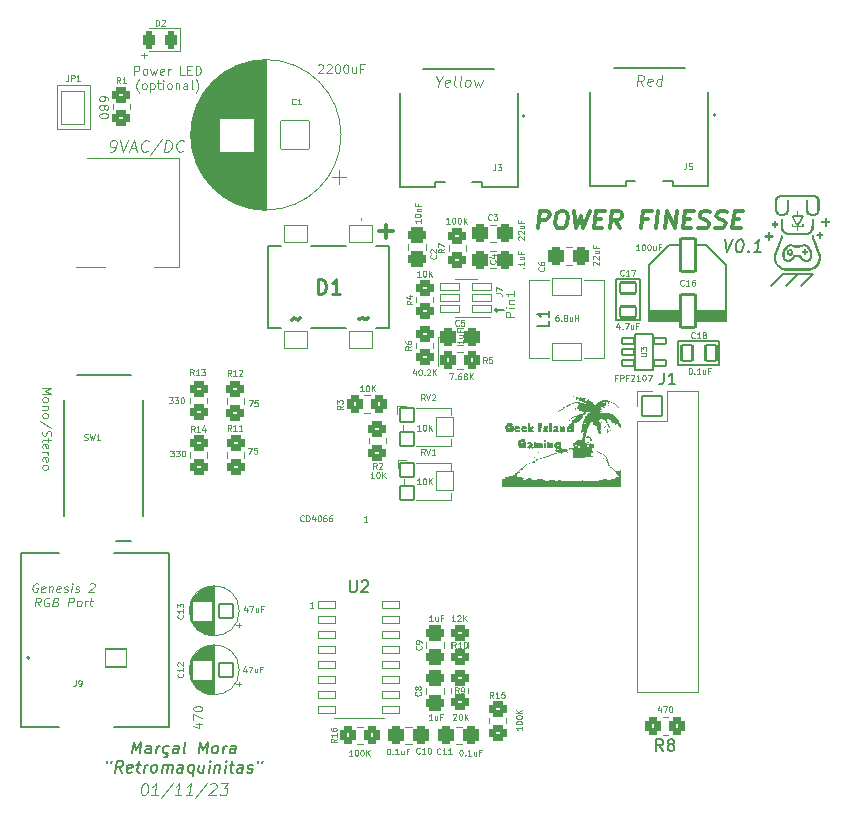
<source format=gto>
%TF.GenerationSoftware,KiCad,Pcbnew,7.0.1-3b83917a11~172~ubuntu22.04.1*%
%TF.CreationDate,2024-01-22T22:13:39+01:00*%
%TF.ProjectId,NES_POWER_FINESSE,4e45535f-504f-4574-9552-5f46494e4553,rev?*%
%TF.SameCoordinates,Original*%
%TF.FileFunction,Legend,Top*%
%TF.FilePolarity,Positive*%
%FSLAX46Y46*%
G04 Gerber Fmt 4.6, Leading zero omitted, Abs format (unit mm)*
G04 Created by KiCad (PCBNEW 7.0.1-3b83917a11~172~ubuntu22.04.1) date 2024-01-22 22:13:39*
%MOMM*%
%LPD*%
G01*
G04 APERTURE LIST*
G04 Aperture macros list*
%AMRoundRect*
0 Rectangle with rounded corners*
0 $1 Rounding radius*
0 $2 $3 $4 $5 $6 $7 $8 $9 X,Y pos of 4 corners*
0 Add a 4 corners polygon primitive as box body*
4,1,4,$2,$3,$4,$5,$6,$7,$8,$9,$2,$3,0*
0 Add four circle primitives for the rounded corners*
1,1,$1+$1,$2,$3*
1,1,$1+$1,$4,$5*
1,1,$1+$1,$6,$7*
1,1,$1+$1,$8,$9*
0 Add four rect primitives between the rounded corners*
20,1,$1+$1,$2,$3,$4,$5,0*
20,1,$1+$1,$4,$5,$6,$7,0*
20,1,$1+$1,$6,$7,$8,$9,0*
20,1,$1+$1,$8,$9,$2,$3,0*%
%AMFreePoly0*
4,1,16,0.523970,0.794789,0.542268,0.778179,1.042268,0.028179,1.050800,0.000000,1.042268,-0.028179,0.542268,-0.778179,0.523970,-0.794789,0.500000,-0.800800,-0.500000,-0.800800,-0.535921,-0.785921,-0.550800,-0.750000,-0.550800,0.750000,-0.535921,0.785921,-0.500000,0.800800,0.500000,0.800800,0.523970,0.794789,0.523970,0.794789,$1*%
%AMFreePoly1*
4,1,16,0.535921,0.785921,0.550800,0.750000,0.550800,-0.750000,0.535921,-0.785921,0.500000,-0.800800,-0.650000,-0.800800,-0.683481,-0.788205,-0.700361,-0.756666,-0.692268,-0.721821,-0.211054,0.000000,-0.692268,0.721821,-0.700361,0.756666,-0.683481,0.788205,-0.650000,0.800800,0.500000,0.800800,0.535921,0.785921,0.535921,0.785921,$1*%
%AMFreePoly2*
4,1,17,0.385921,0.735921,0.735921,0.385921,0.750800,0.350000,0.750800,-0.350000,0.735921,-0.385921,0.385921,-0.735921,0.350000,-0.750800,-0.350000,-0.750800,-0.385921,-0.735921,-0.735921,-0.385921,-0.750800,-0.350000,-0.750800,0.350000,-0.735921,0.385921,-0.385921,0.735921,-0.350000,0.750800,0.350000,0.750800,0.385921,0.735921,0.385921,0.735921,$1*%
%AMFreePoly3*
4,1,17,0.435921,0.835921,0.835921,0.435921,0.850800,0.400000,0.850800,-0.400000,0.835921,-0.435921,0.435921,-0.835921,0.400000,-0.850800,-0.400000,-0.850800,-0.435921,-0.835921,-0.835921,-0.435921,-0.850800,-0.400000,-0.850800,0.400000,-0.835921,0.435921,-0.435921,0.835921,-0.400000,0.850800,0.400000,0.850800,0.435921,0.835921,0.435921,0.835921,$1*%
G04 Aperture macros list end*
%ADD10C,0.120000*%
%ADD11C,0.100000*%
%ADD12C,0.300000*%
%ADD13C,0.175000*%
%ADD14C,0.150000*%
%ADD15C,0.254000*%
%ADD16C,0.125000*%
%ADD17C,0.127000*%
%ADD18C,0.200000*%
%ADD19RoundRect,0.050800X0.780000X0.325000X-0.780000X0.325000X-0.780000X-0.325000X0.780000X-0.325000X0*%
%ADD20RoundRect,0.120800X0.630000X-1.430000X0.630000X1.430000X-0.630000X1.430000X-0.630000X-1.430000X0*%
%ADD21RoundRect,0.300800X-0.337500X-0.475000X0.337500X-0.475000X0.337500X0.475000X-0.337500X0.475000X0*%
%ADD22RoundRect,0.300800X-0.450000X0.350000X-0.450000X-0.350000X0.450000X-0.350000X0.450000X0.350000X0*%
%ADD23O,1.409600X3.609599*%
%ADD24O,3.609599X1.409600*%
%ADD25RoundRect,0.300800X-0.350000X-0.450000X0.350000X-0.450000X0.350000X0.450000X-0.350000X0.450000X0*%
%ADD26RoundRect,0.050800X1.000000X-0.750000X1.000000X0.750000X-1.000000X0.750000X-1.000000X-0.750000X0*%
%ADD27RoundRect,0.050800X-0.600000X-0.600000X0.600000X-0.600000X0.600000X0.600000X-0.600000X0.600000X0*%
%ADD28RoundRect,0.050800X-0.750000X-0.800000X0.750000X-0.800000X0.750000X0.800000X-0.750000X0.800000X0*%
%ADD29O,1.551600X0.701599*%
%ADD30RoundRect,0.300800X0.350000X0.450000X-0.350000X0.450000X-0.350000X-0.450000X0.350000X-0.450000X0*%
%ADD31RoundRect,0.100800X-0.700000X0.450000X-0.700000X-0.450000X0.700000X-0.450000X0.700000X0.450000X0*%
%ADD32RoundRect,0.100800X0.700000X-0.450000X0.700000X0.450000X-0.700000X0.450000X-0.700000X-0.450000X0*%
%ADD33FreePoly0,90.000000*%
%ADD34FreePoly1,90.000000*%
%ADD35RoundRect,0.300800X0.337500X0.475000X-0.337500X0.475000X-0.337500X-0.475000X0.337500X-0.475000X0*%
%ADD36RoundRect,0.300800X0.450000X-0.350000X0.450000X0.350000X-0.450000X0.350000X-0.450000X-0.350000X0*%
%ADD37RoundRect,0.300800X0.475000X-0.337500X0.475000X0.337500X-0.475000X0.337500X-0.475000X-0.337500X0*%
%ADD38C,3.601600*%
%ADD39RoundRect,0.050800X-0.900000X0.754000X-0.900000X-0.754000X0.900000X-0.754000X0.900000X0.754000X0*%
%ADD40O,1.901600X1.609600*%
%ADD41C,3.617600*%
%ADD42O,2.101600X4.101600*%
%ADD43RoundRect,0.050800X0.600000X0.600000X-0.600000X0.600000X-0.600000X-0.600000X0.600000X-0.600000X0*%
%ADD44C,1.301600*%
%ADD45RoundRect,0.080800X-0.495000X0.270000X-0.495000X-0.270000X0.495000X-0.270000X0.495000X0.270000X0*%
%ADD46FreePoly2,270.000000*%
%ADD47FreePoly3,270.000000*%
%ADD48FreePoly3,90.000000*%
%ADD49O,4.001600X2.601600*%
%ADD50C,2.901600*%
%ADD51RoundRect,0.100800X-0.450000X-0.700000X0.450000X-0.700000X0.450000X0.700000X-0.450000X0.700000X0*%
%ADD52RoundRect,0.100800X0.450000X0.700000X-0.450000X0.700000X-0.450000X-0.700000X0.450000X-0.700000X0*%
%ADD53RoundRect,0.300800X-0.475000X0.337500X-0.475000X-0.337500X0.475000X-0.337500X0.475000X0.337500X0*%
%ADD54RoundRect,0.050800X1.200000X-0.750000X1.200000X0.750000X-1.200000X0.750000X-1.200000X-0.750000X0*%
%ADD55RoundRect,0.050800X-0.850000X-0.850000X0.850000X-0.850000X0.850000X0.850000X-0.850000X0.850000X0*%
%ADD56O,1.801600X1.801600*%
%ADD57RoundRect,0.050800X1.200000X1.200000X-1.200000X1.200000X-1.200000X-1.200000X1.200000X-1.200000X0*%
%ADD58C,2.501600*%
%ADD59RoundRect,0.294550X0.243750X0.456250X-0.243750X0.456250X-0.243750X-0.456250X0.243750X-0.456250X0*%
%ADD60RoundRect,0.050800X-0.727449X-0.279000X0.727449X-0.279000X0.727449X0.279000X-0.727449X0.279000X0*%
%TA.AperFunction,Profile*%
%ADD61C,0.050000*%
%TD*%
%TA.AperFunction,Profile*%
%ADD62C,0.010000*%
%TD*%
G04 APERTURE END LIST*
D10*
X120465000Y-60315000D02*
X123215000Y-60315000D01*
X123215000Y-64065000D01*
X120465000Y-64065000D01*
X120465000Y-60315000D01*
X152670000Y-81620000D02*
X152870000Y-81620000D01*
X152670000Y-84120000D02*
X152670000Y-81620000D01*
X128020000Y-57820000D02*
X127545000Y-57820000D01*
X127782500Y-57582500D02*
X127782500Y-58057500D01*
D11*
X165848928Y-75561427D02*
X165825119Y-75537618D01*
X165825119Y-75537618D02*
X165801309Y-75489999D01*
X165801309Y-75489999D02*
X165801309Y-75370951D01*
X165801309Y-75370951D02*
X165825119Y-75323332D01*
X165825119Y-75323332D02*
X165848928Y-75299523D01*
X165848928Y-75299523D02*
X165896547Y-75275713D01*
X165896547Y-75275713D02*
X165944166Y-75275713D01*
X165944166Y-75275713D02*
X166015595Y-75299523D01*
X166015595Y-75299523D02*
X166301309Y-75585237D01*
X166301309Y-75585237D02*
X166301309Y-75275713D01*
X165848928Y-75085237D02*
X165825119Y-75061428D01*
X165825119Y-75061428D02*
X165801309Y-75013809D01*
X165801309Y-75013809D02*
X165801309Y-74894761D01*
X165801309Y-74894761D02*
X165825119Y-74847142D01*
X165825119Y-74847142D02*
X165848928Y-74823333D01*
X165848928Y-74823333D02*
X165896547Y-74799523D01*
X165896547Y-74799523D02*
X165944166Y-74799523D01*
X165944166Y-74799523D02*
X166015595Y-74823333D01*
X166015595Y-74823333D02*
X166301309Y-75109047D01*
X166301309Y-75109047D02*
X166301309Y-74799523D01*
X165967976Y-74370952D02*
X166301309Y-74370952D01*
X165967976Y-74585238D02*
X166229880Y-74585238D01*
X166229880Y-74585238D02*
X166277500Y-74561428D01*
X166277500Y-74561428D02*
X166301309Y-74513809D01*
X166301309Y-74513809D02*
X166301309Y-74442381D01*
X166301309Y-74442381D02*
X166277500Y-74394762D01*
X166277500Y-74394762D02*
X166253690Y-74370952D01*
X166039404Y-73966190D02*
X166039404Y-74132857D01*
X166301309Y-74132857D02*
X165801309Y-74132857D01*
X165801309Y-74132857D02*
X165801309Y-73894762D01*
X151224762Y-89581309D02*
X150939048Y-89581309D01*
X151081905Y-89581309D02*
X151081905Y-89081309D01*
X151081905Y-89081309D02*
X151034286Y-89152738D01*
X151034286Y-89152738D02*
X150986667Y-89200357D01*
X150986667Y-89200357D02*
X150939048Y-89224166D01*
X151534285Y-89081309D02*
X151581904Y-89081309D01*
X151581904Y-89081309D02*
X151629523Y-89105119D01*
X151629523Y-89105119D02*
X151653333Y-89128928D01*
X151653333Y-89128928D02*
X151677142Y-89176547D01*
X151677142Y-89176547D02*
X151700952Y-89271785D01*
X151700952Y-89271785D02*
X151700952Y-89390833D01*
X151700952Y-89390833D02*
X151677142Y-89486071D01*
X151677142Y-89486071D02*
X151653333Y-89533690D01*
X151653333Y-89533690D02*
X151629523Y-89557500D01*
X151629523Y-89557500D02*
X151581904Y-89581309D01*
X151581904Y-89581309D02*
X151534285Y-89581309D01*
X151534285Y-89581309D02*
X151486666Y-89557500D01*
X151486666Y-89557500D02*
X151462857Y-89533690D01*
X151462857Y-89533690D02*
X151439047Y-89486071D01*
X151439047Y-89486071D02*
X151415238Y-89390833D01*
X151415238Y-89390833D02*
X151415238Y-89271785D01*
X151415238Y-89271785D02*
X151439047Y-89176547D01*
X151439047Y-89176547D02*
X151462857Y-89128928D01*
X151462857Y-89128928D02*
X151486666Y-89105119D01*
X151486666Y-89105119D02*
X151534285Y-89081309D01*
X151915237Y-89581309D02*
X151915237Y-89081309D01*
X152200951Y-89581309D02*
X151986666Y-89295595D01*
X152200951Y-89081309D02*
X151915237Y-89367023D01*
D12*
X146017143Y-80172500D02*
X146088571Y-80101071D01*
X146088571Y-80101071D02*
X146231428Y-80029642D01*
X146231428Y-80029642D02*
X146517143Y-80172500D01*
X146517143Y-80172500D02*
X146660000Y-80101071D01*
X146660000Y-80101071D02*
X146731428Y-80029642D01*
D11*
X129927143Y-86771309D02*
X130236667Y-86771309D01*
X130236667Y-86771309D02*
X130070000Y-86961785D01*
X130070000Y-86961785D02*
X130141429Y-86961785D01*
X130141429Y-86961785D02*
X130189048Y-86985595D01*
X130189048Y-86985595D02*
X130212857Y-87009404D01*
X130212857Y-87009404D02*
X130236667Y-87057023D01*
X130236667Y-87057023D02*
X130236667Y-87176071D01*
X130236667Y-87176071D02*
X130212857Y-87223690D01*
X130212857Y-87223690D02*
X130189048Y-87247500D01*
X130189048Y-87247500D02*
X130141429Y-87271309D01*
X130141429Y-87271309D02*
X129998572Y-87271309D01*
X129998572Y-87271309D02*
X129950953Y-87247500D01*
X129950953Y-87247500D02*
X129927143Y-87223690D01*
X130403333Y-86771309D02*
X130712857Y-86771309D01*
X130712857Y-86771309D02*
X130546190Y-86961785D01*
X130546190Y-86961785D02*
X130617619Y-86961785D01*
X130617619Y-86961785D02*
X130665238Y-86985595D01*
X130665238Y-86985595D02*
X130689047Y-87009404D01*
X130689047Y-87009404D02*
X130712857Y-87057023D01*
X130712857Y-87057023D02*
X130712857Y-87176071D01*
X130712857Y-87176071D02*
X130689047Y-87223690D01*
X130689047Y-87223690D02*
X130665238Y-87247500D01*
X130665238Y-87247500D02*
X130617619Y-87271309D01*
X130617619Y-87271309D02*
X130474762Y-87271309D01*
X130474762Y-87271309D02*
X130427143Y-87247500D01*
X130427143Y-87247500D02*
X130403333Y-87223690D01*
X131022380Y-86771309D02*
X131069999Y-86771309D01*
X131069999Y-86771309D02*
X131117618Y-86795119D01*
X131117618Y-86795119D02*
X131141428Y-86818928D01*
X131141428Y-86818928D02*
X131165237Y-86866547D01*
X131165237Y-86866547D02*
X131189047Y-86961785D01*
X131189047Y-86961785D02*
X131189047Y-87080833D01*
X131189047Y-87080833D02*
X131165237Y-87176071D01*
X131165237Y-87176071D02*
X131141428Y-87223690D01*
X131141428Y-87223690D02*
X131117618Y-87247500D01*
X131117618Y-87247500D02*
X131069999Y-87271309D01*
X131069999Y-87271309D02*
X131022380Y-87271309D01*
X131022380Y-87271309D02*
X130974761Y-87247500D01*
X130974761Y-87247500D02*
X130950952Y-87223690D01*
X130950952Y-87223690D02*
X130927142Y-87176071D01*
X130927142Y-87176071D02*
X130903333Y-87080833D01*
X130903333Y-87080833D02*
X130903333Y-86961785D01*
X130903333Y-86961785D02*
X130927142Y-86866547D01*
X130927142Y-86866547D02*
X130950952Y-86818928D01*
X130950952Y-86818928D02*
X130974761Y-86795119D01*
X130974761Y-86795119D02*
X131022380Y-86771309D01*
X151221309Y-71705713D02*
X151221309Y-71991427D01*
X151221309Y-71848570D02*
X150721309Y-71848570D01*
X150721309Y-71848570D02*
X150792738Y-71896189D01*
X150792738Y-71896189D02*
X150840357Y-71943808D01*
X150840357Y-71943808D02*
X150864166Y-71991427D01*
X150721309Y-71396190D02*
X150721309Y-71348571D01*
X150721309Y-71348571D02*
X150745119Y-71300952D01*
X150745119Y-71300952D02*
X150768928Y-71277142D01*
X150768928Y-71277142D02*
X150816547Y-71253333D01*
X150816547Y-71253333D02*
X150911785Y-71229523D01*
X150911785Y-71229523D02*
X151030833Y-71229523D01*
X151030833Y-71229523D02*
X151126071Y-71253333D01*
X151126071Y-71253333D02*
X151173690Y-71277142D01*
X151173690Y-71277142D02*
X151197500Y-71300952D01*
X151197500Y-71300952D02*
X151221309Y-71348571D01*
X151221309Y-71348571D02*
X151221309Y-71396190D01*
X151221309Y-71396190D02*
X151197500Y-71443809D01*
X151197500Y-71443809D02*
X151173690Y-71467618D01*
X151173690Y-71467618D02*
X151126071Y-71491428D01*
X151126071Y-71491428D02*
X151030833Y-71515237D01*
X151030833Y-71515237D02*
X150911785Y-71515237D01*
X150911785Y-71515237D02*
X150816547Y-71491428D01*
X150816547Y-71491428D02*
X150768928Y-71467618D01*
X150768928Y-71467618D02*
X150745119Y-71443809D01*
X150745119Y-71443809D02*
X150721309Y-71396190D01*
X150887976Y-71015238D02*
X151221309Y-71015238D01*
X150935595Y-71015238D02*
X150911785Y-70991428D01*
X150911785Y-70991428D02*
X150887976Y-70943809D01*
X150887976Y-70943809D02*
X150887976Y-70872381D01*
X150887976Y-70872381D02*
X150911785Y-70824762D01*
X150911785Y-70824762D02*
X150959404Y-70800952D01*
X150959404Y-70800952D02*
X151221309Y-70800952D01*
X150959404Y-70396190D02*
X150959404Y-70562857D01*
X151221309Y-70562857D02*
X150721309Y-70562857D01*
X150721309Y-70562857D02*
X150721309Y-70324762D01*
X151224762Y-76541309D02*
X150939048Y-76541309D01*
X151081905Y-76541309D02*
X151081905Y-76041309D01*
X151081905Y-76041309D02*
X151034286Y-76112738D01*
X151034286Y-76112738D02*
X150986667Y-76160357D01*
X150986667Y-76160357D02*
X150939048Y-76184166D01*
X151534285Y-76041309D02*
X151581904Y-76041309D01*
X151581904Y-76041309D02*
X151629523Y-76065119D01*
X151629523Y-76065119D02*
X151653333Y-76088928D01*
X151653333Y-76088928D02*
X151677142Y-76136547D01*
X151677142Y-76136547D02*
X151700952Y-76231785D01*
X151700952Y-76231785D02*
X151700952Y-76350833D01*
X151700952Y-76350833D02*
X151677142Y-76446071D01*
X151677142Y-76446071D02*
X151653333Y-76493690D01*
X151653333Y-76493690D02*
X151629523Y-76517500D01*
X151629523Y-76517500D02*
X151581904Y-76541309D01*
X151581904Y-76541309D02*
X151534285Y-76541309D01*
X151534285Y-76541309D02*
X151486666Y-76517500D01*
X151486666Y-76517500D02*
X151462857Y-76493690D01*
X151462857Y-76493690D02*
X151439047Y-76446071D01*
X151439047Y-76446071D02*
X151415238Y-76350833D01*
X151415238Y-76350833D02*
X151415238Y-76231785D01*
X151415238Y-76231785D02*
X151439047Y-76136547D01*
X151439047Y-76136547D02*
X151462857Y-76088928D01*
X151462857Y-76088928D02*
X151486666Y-76065119D01*
X151486666Y-76065119D02*
X151534285Y-76041309D01*
X151915237Y-76541309D02*
X151915237Y-76041309D01*
X152200951Y-76541309D02*
X151986666Y-76255595D01*
X152200951Y-76041309D02*
X151915237Y-76327023D01*
D13*
X126789879Y-116912619D02*
X126914879Y-115912619D01*
X126914879Y-115912619D02*
X127158927Y-116626904D01*
X127158927Y-116626904D02*
X127581546Y-115912619D01*
X127581546Y-115912619D02*
X127456546Y-116912619D01*
X128355356Y-116912619D02*
X128420832Y-116388809D01*
X128420832Y-116388809D02*
X128385118Y-116293571D01*
X128385118Y-116293571D02*
X128295832Y-116245952D01*
X128295832Y-116245952D02*
X128105356Y-116245952D01*
X128105356Y-116245952D02*
X128004165Y-116293571D01*
X128361308Y-116865000D02*
X128260118Y-116912619D01*
X128260118Y-116912619D02*
X128022022Y-116912619D01*
X128022022Y-116912619D02*
X127932737Y-116865000D01*
X127932737Y-116865000D02*
X127897022Y-116769761D01*
X127897022Y-116769761D02*
X127908927Y-116674523D01*
X127908927Y-116674523D02*
X127968451Y-116579285D01*
X127968451Y-116579285D02*
X128069642Y-116531666D01*
X128069642Y-116531666D02*
X128307737Y-116531666D01*
X128307737Y-116531666D02*
X128408927Y-116484047D01*
X128825594Y-116912619D02*
X128908928Y-116245952D01*
X128885118Y-116436428D02*
X128944642Y-116341190D01*
X128944642Y-116341190D02*
X128998213Y-116293571D01*
X128998213Y-116293571D02*
X129099404Y-116245952D01*
X129099404Y-116245952D02*
X129194642Y-116245952D01*
X129873213Y-116865000D02*
X129772023Y-116912619D01*
X129772023Y-116912619D02*
X129581547Y-116912619D01*
X129581547Y-116912619D02*
X129492261Y-116865000D01*
X129492261Y-116865000D02*
X129450594Y-116817380D01*
X129450594Y-116817380D02*
X129414880Y-116722142D01*
X129414880Y-116722142D02*
X129450594Y-116436428D01*
X129450594Y-116436428D02*
X129510118Y-116341190D01*
X129510118Y-116341190D02*
X129563689Y-116293571D01*
X129563689Y-116293571D02*
X129664880Y-116245952D01*
X129664880Y-116245952D02*
X129855356Y-116245952D01*
X129855356Y-116245952D02*
X129944642Y-116293571D01*
X129670832Y-116960238D02*
X129760118Y-117007857D01*
X129760118Y-117007857D02*
X129795832Y-117103095D01*
X129795832Y-117103095D02*
X129736308Y-117198333D01*
X129736308Y-117198333D02*
X129635118Y-117245952D01*
X129635118Y-117245952D02*
X129492261Y-117245952D01*
X130676785Y-116912619D02*
X130742261Y-116388809D01*
X130742261Y-116388809D02*
X130706547Y-116293571D01*
X130706547Y-116293571D02*
X130617261Y-116245952D01*
X130617261Y-116245952D02*
X130426785Y-116245952D01*
X130426785Y-116245952D02*
X130325594Y-116293571D01*
X130682737Y-116865000D02*
X130581547Y-116912619D01*
X130581547Y-116912619D02*
X130343451Y-116912619D01*
X130343451Y-116912619D02*
X130254166Y-116865000D01*
X130254166Y-116865000D02*
X130218451Y-116769761D01*
X130218451Y-116769761D02*
X130230356Y-116674523D01*
X130230356Y-116674523D02*
X130289880Y-116579285D01*
X130289880Y-116579285D02*
X130391071Y-116531666D01*
X130391071Y-116531666D02*
X130629166Y-116531666D01*
X130629166Y-116531666D02*
X130730356Y-116484047D01*
X131289881Y-116912619D02*
X131200595Y-116865000D01*
X131200595Y-116865000D02*
X131164881Y-116769761D01*
X131164881Y-116769761D02*
X131272023Y-115912619D01*
X132426785Y-116912619D02*
X132551785Y-115912619D01*
X132551785Y-115912619D02*
X132795833Y-116626904D01*
X132795833Y-116626904D02*
X133218452Y-115912619D01*
X133218452Y-115912619D02*
X133093452Y-116912619D01*
X133706548Y-116912619D02*
X133617262Y-116865000D01*
X133617262Y-116865000D02*
X133575595Y-116817380D01*
X133575595Y-116817380D02*
X133539881Y-116722142D01*
X133539881Y-116722142D02*
X133575595Y-116436428D01*
X133575595Y-116436428D02*
X133635119Y-116341190D01*
X133635119Y-116341190D02*
X133688690Y-116293571D01*
X133688690Y-116293571D02*
X133789881Y-116245952D01*
X133789881Y-116245952D02*
X133932738Y-116245952D01*
X133932738Y-116245952D02*
X134022024Y-116293571D01*
X134022024Y-116293571D02*
X134063690Y-116341190D01*
X134063690Y-116341190D02*
X134099405Y-116436428D01*
X134099405Y-116436428D02*
X134063690Y-116722142D01*
X134063690Y-116722142D02*
X134004167Y-116817380D01*
X134004167Y-116817380D02*
X133950595Y-116865000D01*
X133950595Y-116865000D02*
X133849405Y-116912619D01*
X133849405Y-116912619D02*
X133706548Y-116912619D01*
X134462500Y-116912619D02*
X134545834Y-116245952D01*
X134522024Y-116436428D02*
X134581548Y-116341190D01*
X134581548Y-116341190D02*
X134635119Y-116293571D01*
X134635119Y-116293571D02*
X134736310Y-116245952D01*
X134736310Y-116245952D02*
X134831548Y-116245952D01*
X135504167Y-116912619D02*
X135569643Y-116388809D01*
X135569643Y-116388809D02*
X135533929Y-116293571D01*
X135533929Y-116293571D02*
X135444643Y-116245952D01*
X135444643Y-116245952D02*
X135254167Y-116245952D01*
X135254167Y-116245952D02*
X135152976Y-116293571D01*
X135510119Y-116865000D02*
X135408929Y-116912619D01*
X135408929Y-116912619D02*
X135170833Y-116912619D01*
X135170833Y-116912619D02*
X135081548Y-116865000D01*
X135081548Y-116865000D02*
X135045833Y-116769761D01*
X135045833Y-116769761D02*
X135057738Y-116674523D01*
X135057738Y-116674523D02*
X135117262Y-116579285D01*
X135117262Y-116579285D02*
X135218453Y-116531666D01*
X135218453Y-116531666D02*
X135456548Y-116531666D01*
X135456548Y-116531666D02*
X135557738Y-116484047D01*
X124691665Y-117532619D02*
X124667856Y-117723095D01*
X125072618Y-117532619D02*
X125048808Y-117723095D01*
X125947618Y-118532619D02*
X125673808Y-118056428D01*
X125376189Y-118532619D02*
X125501189Y-117532619D01*
X125501189Y-117532619D02*
X125882142Y-117532619D01*
X125882142Y-117532619D02*
X125971427Y-117580238D01*
X125971427Y-117580238D02*
X126013094Y-117627857D01*
X126013094Y-117627857D02*
X126048808Y-117723095D01*
X126048808Y-117723095D02*
X126030951Y-117865952D01*
X126030951Y-117865952D02*
X125971427Y-117961190D01*
X125971427Y-117961190D02*
X125917856Y-118008809D01*
X125917856Y-118008809D02*
X125816666Y-118056428D01*
X125816666Y-118056428D02*
X125435713Y-118056428D01*
X126757142Y-118485000D02*
X126655952Y-118532619D01*
X126655952Y-118532619D02*
X126465475Y-118532619D01*
X126465475Y-118532619D02*
X126376190Y-118485000D01*
X126376190Y-118485000D02*
X126340475Y-118389761D01*
X126340475Y-118389761D02*
X126388095Y-118008809D01*
X126388095Y-118008809D02*
X126447618Y-117913571D01*
X126447618Y-117913571D02*
X126548809Y-117865952D01*
X126548809Y-117865952D02*
X126739285Y-117865952D01*
X126739285Y-117865952D02*
X126828571Y-117913571D01*
X126828571Y-117913571D02*
X126864285Y-118008809D01*
X126864285Y-118008809D02*
X126852380Y-118104047D01*
X126852380Y-118104047D02*
X126364285Y-118199285D01*
X127161904Y-117865952D02*
X127542856Y-117865952D01*
X127346427Y-117532619D02*
X127239285Y-118389761D01*
X127239285Y-118389761D02*
X127274999Y-118485000D01*
X127274999Y-118485000D02*
X127364285Y-118532619D01*
X127364285Y-118532619D02*
X127459523Y-118532619D01*
X127786903Y-118532619D02*
X127870237Y-117865952D01*
X127846427Y-118056428D02*
X127905951Y-117961190D01*
X127905951Y-117961190D02*
X127959522Y-117913571D01*
X127959522Y-117913571D02*
X128060713Y-117865952D01*
X128060713Y-117865952D02*
X128155951Y-117865952D01*
X128542856Y-118532619D02*
X128453570Y-118485000D01*
X128453570Y-118485000D02*
X128411903Y-118437380D01*
X128411903Y-118437380D02*
X128376189Y-118342142D01*
X128376189Y-118342142D02*
X128411903Y-118056428D01*
X128411903Y-118056428D02*
X128471427Y-117961190D01*
X128471427Y-117961190D02*
X128524998Y-117913571D01*
X128524998Y-117913571D02*
X128626189Y-117865952D01*
X128626189Y-117865952D02*
X128769046Y-117865952D01*
X128769046Y-117865952D02*
X128858332Y-117913571D01*
X128858332Y-117913571D02*
X128899998Y-117961190D01*
X128899998Y-117961190D02*
X128935713Y-118056428D01*
X128935713Y-118056428D02*
X128899998Y-118342142D01*
X128899998Y-118342142D02*
X128840475Y-118437380D01*
X128840475Y-118437380D02*
X128786903Y-118485000D01*
X128786903Y-118485000D02*
X128685713Y-118532619D01*
X128685713Y-118532619D02*
X128542856Y-118532619D01*
X129298808Y-118532619D02*
X129382142Y-117865952D01*
X129370237Y-117961190D02*
X129423808Y-117913571D01*
X129423808Y-117913571D02*
X129524999Y-117865952D01*
X129524999Y-117865952D02*
X129667856Y-117865952D01*
X129667856Y-117865952D02*
X129757142Y-117913571D01*
X129757142Y-117913571D02*
X129792856Y-118008809D01*
X129792856Y-118008809D02*
X129727380Y-118532619D01*
X129792856Y-118008809D02*
X129852380Y-117913571D01*
X129852380Y-117913571D02*
X129953570Y-117865952D01*
X129953570Y-117865952D02*
X130096427Y-117865952D01*
X130096427Y-117865952D02*
X130185713Y-117913571D01*
X130185713Y-117913571D02*
X130221427Y-118008809D01*
X130221427Y-118008809D02*
X130155951Y-118532619D01*
X131054761Y-118532619D02*
X131120237Y-118008809D01*
X131120237Y-118008809D02*
X131084523Y-117913571D01*
X131084523Y-117913571D02*
X130995237Y-117865952D01*
X130995237Y-117865952D02*
X130804761Y-117865952D01*
X130804761Y-117865952D02*
X130703570Y-117913571D01*
X131060713Y-118485000D02*
X130959523Y-118532619D01*
X130959523Y-118532619D02*
X130721427Y-118532619D01*
X130721427Y-118532619D02*
X130632142Y-118485000D01*
X130632142Y-118485000D02*
X130596427Y-118389761D01*
X130596427Y-118389761D02*
X130608332Y-118294523D01*
X130608332Y-118294523D02*
X130667856Y-118199285D01*
X130667856Y-118199285D02*
X130769047Y-118151666D01*
X130769047Y-118151666D02*
X131007142Y-118151666D01*
X131007142Y-118151666D02*
X131108332Y-118104047D01*
X132036904Y-117865952D02*
X131911904Y-118865952D01*
X131959523Y-118485000D02*
X131858333Y-118532619D01*
X131858333Y-118532619D02*
X131667857Y-118532619D01*
X131667857Y-118532619D02*
X131578571Y-118485000D01*
X131578571Y-118485000D02*
X131536904Y-118437380D01*
X131536904Y-118437380D02*
X131501190Y-118342142D01*
X131501190Y-118342142D02*
X131536904Y-118056428D01*
X131536904Y-118056428D02*
X131596428Y-117961190D01*
X131596428Y-117961190D02*
X131649999Y-117913571D01*
X131649999Y-117913571D02*
X131751190Y-117865952D01*
X131751190Y-117865952D02*
X131941666Y-117865952D01*
X131941666Y-117865952D02*
X132030952Y-117913571D01*
X132894047Y-117865952D02*
X132810714Y-118532619D01*
X132465476Y-117865952D02*
X132400000Y-118389761D01*
X132400000Y-118389761D02*
X132435714Y-118485000D01*
X132435714Y-118485000D02*
X132525000Y-118532619D01*
X132525000Y-118532619D02*
X132667857Y-118532619D01*
X132667857Y-118532619D02*
X132769047Y-118485000D01*
X132769047Y-118485000D02*
X132822619Y-118437380D01*
X133280952Y-118532619D02*
X133364286Y-117865952D01*
X133405952Y-117532619D02*
X133352381Y-117580238D01*
X133352381Y-117580238D02*
X133394048Y-117627857D01*
X133394048Y-117627857D02*
X133447619Y-117580238D01*
X133447619Y-117580238D02*
X133405952Y-117532619D01*
X133405952Y-117532619D02*
X133394048Y-117627857D01*
X133834524Y-117865952D02*
X133751190Y-118532619D01*
X133822619Y-117961190D02*
X133876190Y-117913571D01*
X133876190Y-117913571D02*
X133977381Y-117865952D01*
X133977381Y-117865952D02*
X134120238Y-117865952D01*
X134120238Y-117865952D02*
X134209524Y-117913571D01*
X134209524Y-117913571D02*
X134245238Y-118008809D01*
X134245238Y-118008809D02*
X134179762Y-118532619D01*
X134650000Y-118532619D02*
X134733334Y-117865952D01*
X134775000Y-117532619D02*
X134721429Y-117580238D01*
X134721429Y-117580238D02*
X134763096Y-117627857D01*
X134763096Y-117627857D02*
X134816667Y-117580238D01*
X134816667Y-117580238D02*
X134775000Y-117532619D01*
X134775000Y-117532619D02*
X134763096Y-117627857D01*
X135060715Y-117865952D02*
X135441667Y-117865952D01*
X135245238Y-117532619D02*
X135138096Y-118389761D01*
X135138096Y-118389761D02*
X135173810Y-118485000D01*
X135173810Y-118485000D02*
X135263096Y-118532619D01*
X135263096Y-118532619D02*
X135358334Y-118532619D01*
X136114286Y-118532619D02*
X136179762Y-118008809D01*
X136179762Y-118008809D02*
X136144048Y-117913571D01*
X136144048Y-117913571D02*
X136054762Y-117865952D01*
X136054762Y-117865952D02*
X135864286Y-117865952D01*
X135864286Y-117865952D02*
X135763095Y-117913571D01*
X136120238Y-118485000D02*
X136019048Y-118532619D01*
X136019048Y-118532619D02*
X135780952Y-118532619D01*
X135780952Y-118532619D02*
X135691667Y-118485000D01*
X135691667Y-118485000D02*
X135655952Y-118389761D01*
X135655952Y-118389761D02*
X135667857Y-118294523D01*
X135667857Y-118294523D02*
X135727381Y-118199285D01*
X135727381Y-118199285D02*
X135828572Y-118151666D01*
X135828572Y-118151666D02*
X136066667Y-118151666D01*
X136066667Y-118151666D02*
X136167857Y-118104047D01*
X136542858Y-118485000D02*
X136632143Y-118532619D01*
X136632143Y-118532619D02*
X136822620Y-118532619D01*
X136822620Y-118532619D02*
X136923810Y-118485000D01*
X136923810Y-118485000D02*
X136983334Y-118389761D01*
X136983334Y-118389761D02*
X136989286Y-118342142D01*
X136989286Y-118342142D02*
X136953572Y-118246904D01*
X136953572Y-118246904D02*
X136864286Y-118199285D01*
X136864286Y-118199285D02*
X136721429Y-118199285D01*
X136721429Y-118199285D02*
X136632143Y-118151666D01*
X136632143Y-118151666D02*
X136596429Y-118056428D01*
X136596429Y-118056428D02*
X136602382Y-118008809D01*
X136602382Y-118008809D02*
X136661905Y-117913571D01*
X136661905Y-117913571D02*
X136763096Y-117865952D01*
X136763096Y-117865952D02*
X136905953Y-117865952D01*
X136905953Y-117865952D02*
X136995239Y-117913571D01*
X137465476Y-117532619D02*
X137441667Y-117723095D01*
X137846429Y-117532619D02*
X137822619Y-117723095D01*
D11*
X152743572Y-60027785D02*
X152690001Y-60456357D01*
X152502501Y-59556357D02*
X152743572Y-60027785D01*
X152743572Y-60027785D02*
X153102501Y-59556357D01*
X153632857Y-60413500D02*
X153541786Y-60456357D01*
X153541786Y-60456357D02*
X153370357Y-60456357D01*
X153370357Y-60456357D02*
X153290000Y-60413500D01*
X153290000Y-60413500D02*
X153257857Y-60327785D01*
X153257857Y-60327785D02*
X153300715Y-59984928D01*
X153300715Y-59984928D02*
X153354286Y-59899214D01*
X153354286Y-59899214D02*
X153445357Y-59856357D01*
X153445357Y-59856357D02*
X153616786Y-59856357D01*
X153616786Y-59856357D02*
X153697143Y-59899214D01*
X153697143Y-59899214D02*
X153729286Y-59984928D01*
X153729286Y-59984928D02*
X153718572Y-60070642D01*
X153718572Y-60070642D02*
X153279286Y-60156357D01*
X154179286Y-60456357D02*
X154098928Y-60413500D01*
X154098928Y-60413500D02*
X154066786Y-60327785D01*
X154066786Y-60327785D02*
X154163214Y-59556357D01*
X154645357Y-60456357D02*
X154564999Y-60413500D01*
X154564999Y-60413500D02*
X154532857Y-60327785D01*
X154532857Y-60327785D02*
X154629285Y-59556357D01*
X155111428Y-60456357D02*
X155031070Y-60413500D01*
X155031070Y-60413500D02*
X154993570Y-60370642D01*
X154993570Y-60370642D02*
X154961428Y-60284928D01*
X154961428Y-60284928D02*
X154993570Y-60027785D01*
X154993570Y-60027785D02*
X155047142Y-59942071D01*
X155047142Y-59942071D02*
X155095356Y-59899214D01*
X155095356Y-59899214D02*
X155186428Y-59856357D01*
X155186428Y-59856357D02*
X155314999Y-59856357D01*
X155314999Y-59856357D02*
X155395356Y-59899214D01*
X155395356Y-59899214D02*
X155432856Y-59942071D01*
X155432856Y-59942071D02*
X155464999Y-60027785D01*
X155464999Y-60027785D02*
X155432856Y-60284928D01*
X155432856Y-60284928D02*
X155379285Y-60370642D01*
X155379285Y-60370642D02*
X155331070Y-60413500D01*
X155331070Y-60413500D02*
X155239999Y-60456357D01*
X155239999Y-60456357D02*
X155111428Y-60456357D01*
X155781071Y-59856357D02*
X155877499Y-60456357D01*
X155877499Y-60456357D02*
X156102499Y-60027785D01*
X156102499Y-60027785D02*
X156220357Y-60456357D01*
X156220357Y-60456357D02*
X156466785Y-59856357D01*
X141332381Y-97203690D02*
X141308572Y-97227500D01*
X141308572Y-97227500D02*
X141237143Y-97251309D01*
X141237143Y-97251309D02*
X141189524Y-97251309D01*
X141189524Y-97251309D02*
X141118096Y-97227500D01*
X141118096Y-97227500D02*
X141070477Y-97179880D01*
X141070477Y-97179880D02*
X141046667Y-97132261D01*
X141046667Y-97132261D02*
X141022858Y-97037023D01*
X141022858Y-97037023D02*
X141022858Y-96965595D01*
X141022858Y-96965595D02*
X141046667Y-96870357D01*
X141046667Y-96870357D02*
X141070477Y-96822738D01*
X141070477Y-96822738D02*
X141118096Y-96775119D01*
X141118096Y-96775119D02*
X141189524Y-96751309D01*
X141189524Y-96751309D02*
X141237143Y-96751309D01*
X141237143Y-96751309D02*
X141308572Y-96775119D01*
X141308572Y-96775119D02*
X141332381Y-96798928D01*
X141546667Y-97251309D02*
X141546667Y-96751309D01*
X141546667Y-96751309D02*
X141665715Y-96751309D01*
X141665715Y-96751309D02*
X141737143Y-96775119D01*
X141737143Y-96775119D02*
X141784762Y-96822738D01*
X141784762Y-96822738D02*
X141808572Y-96870357D01*
X141808572Y-96870357D02*
X141832381Y-96965595D01*
X141832381Y-96965595D02*
X141832381Y-97037023D01*
X141832381Y-97037023D02*
X141808572Y-97132261D01*
X141808572Y-97132261D02*
X141784762Y-97179880D01*
X141784762Y-97179880D02*
X141737143Y-97227500D01*
X141737143Y-97227500D02*
X141665715Y-97251309D01*
X141665715Y-97251309D02*
X141546667Y-97251309D01*
X142260953Y-96917976D02*
X142260953Y-97251309D01*
X142141905Y-96727500D02*
X142022858Y-97084642D01*
X142022858Y-97084642D02*
X142332381Y-97084642D01*
X142618095Y-96751309D02*
X142665714Y-96751309D01*
X142665714Y-96751309D02*
X142713333Y-96775119D01*
X142713333Y-96775119D02*
X142737143Y-96798928D01*
X142737143Y-96798928D02*
X142760952Y-96846547D01*
X142760952Y-96846547D02*
X142784762Y-96941785D01*
X142784762Y-96941785D02*
X142784762Y-97060833D01*
X142784762Y-97060833D02*
X142760952Y-97156071D01*
X142760952Y-97156071D02*
X142737143Y-97203690D01*
X142737143Y-97203690D02*
X142713333Y-97227500D01*
X142713333Y-97227500D02*
X142665714Y-97251309D01*
X142665714Y-97251309D02*
X142618095Y-97251309D01*
X142618095Y-97251309D02*
X142570476Y-97227500D01*
X142570476Y-97227500D02*
X142546667Y-97203690D01*
X142546667Y-97203690D02*
X142522857Y-97156071D01*
X142522857Y-97156071D02*
X142499048Y-97060833D01*
X142499048Y-97060833D02*
X142499048Y-96941785D01*
X142499048Y-96941785D02*
X142522857Y-96846547D01*
X142522857Y-96846547D02*
X142546667Y-96798928D01*
X142546667Y-96798928D02*
X142570476Y-96775119D01*
X142570476Y-96775119D02*
X142618095Y-96751309D01*
X143213333Y-96751309D02*
X143118095Y-96751309D01*
X143118095Y-96751309D02*
X143070476Y-96775119D01*
X143070476Y-96775119D02*
X143046666Y-96798928D01*
X143046666Y-96798928D02*
X142999047Y-96870357D01*
X142999047Y-96870357D02*
X142975238Y-96965595D01*
X142975238Y-96965595D02*
X142975238Y-97156071D01*
X142975238Y-97156071D02*
X142999047Y-97203690D01*
X142999047Y-97203690D02*
X143022857Y-97227500D01*
X143022857Y-97227500D02*
X143070476Y-97251309D01*
X143070476Y-97251309D02*
X143165714Y-97251309D01*
X143165714Y-97251309D02*
X143213333Y-97227500D01*
X143213333Y-97227500D02*
X143237142Y-97203690D01*
X143237142Y-97203690D02*
X143260952Y-97156071D01*
X143260952Y-97156071D02*
X143260952Y-97037023D01*
X143260952Y-97037023D02*
X143237142Y-96989404D01*
X143237142Y-96989404D02*
X143213333Y-96965595D01*
X143213333Y-96965595D02*
X143165714Y-96941785D01*
X143165714Y-96941785D02*
X143070476Y-96941785D01*
X143070476Y-96941785D02*
X143022857Y-96965595D01*
X143022857Y-96965595D02*
X142999047Y-96989404D01*
X142999047Y-96989404D02*
X142975238Y-97037023D01*
X143689523Y-96751309D02*
X143594285Y-96751309D01*
X143594285Y-96751309D02*
X143546666Y-96775119D01*
X143546666Y-96775119D02*
X143522856Y-96798928D01*
X143522856Y-96798928D02*
X143475237Y-96870357D01*
X143475237Y-96870357D02*
X143451428Y-96965595D01*
X143451428Y-96965595D02*
X143451428Y-97156071D01*
X143451428Y-97156071D02*
X143475237Y-97203690D01*
X143475237Y-97203690D02*
X143499047Y-97227500D01*
X143499047Y-97227500D02*
X143546666Y-97251309D01*
X143546666Y-97251309D02*
X143641904Y-97251309D01*
X143641904Y-97251309D02*
X143689523Y-97227500D01*
X143689523Y-97227500D02*
X143713332Y-97203690D01*
X143713332Y-97203690D02*
X143737142Y-97156071D01*
X143737142Y-97156071D02*
X143737142Y-97037023D01*
X143737142Y-97037023D02*
X143713332Y-96989404D01*
X143713332Y-96989404D02*
X143689523Y-96965595D01*
X143689523Y-96965595D02*
X143641904Y-96941785D01*
X143641904Y-96941785D02*
X143546666Y-96941785D01*
X143546666Y-96941785D02*
X143499047Y-96965595D01*
X143499047Y-96965595D02*
X143475237Y-96989404D01*
X143475237Y-96989404D02*
X143451428Y-97037023D01*
X126984286Y-59459464D02*
X126984286Y-58709464D01*
X126984286Y-58709464D02*
X127270000Y-58709464D01*
X127270000Y-58709464D02*
X127341429Y-58745178D01*
X127341429Y-58745178D02*
X127377143Y-58780892D01*
X127377143Y-58780892D02*
X127412857Y-58852321D01*
X127412857Y-58852321D02*
X127412857Y-58959464D01*
X127412857Y-58959464D02*
X127377143Y-59030892D01*
X127377143Y-59030892D02*
X127341429Y-59066607D01*
X127341429Y-59066607D02*
X127270000Y-59102321D01*
X127270000Y-59102321D02*
X126984286Y-59102321D01*
X127841429Y-59459464D02*
X127770000Y-59423750D01*
X127770000Y-59423750D02*
X127734286Y-59388035D01*
X127734286Y-59388035D02*
X127698572Y-59316607D01*
X127698572Y-59316607D02*
X127698572Y-59102321D01*
X127698572Y-59102321D02*
X127734286Y-59030892D01*
X127734286Y-59030892D02*
X127770000Y-58995178D01*
X127770000Y-58995178D02*
X127841429Y-58959464D01*
X127841429Y-58959464D02*
X127948572Y-58959464D01*
X127948572Y-58959464D02*
X128020000Y-58995178D01*
X128020000Y-58995178D02*
X128055715Y-59030892D01*
X128055715Y-59030892D02*
X128091429Y-59102321D01*
X128091429Y-59102321D02*
X128091429Y-59316607D01*
X128091429Y-59316607D02*
X128055715Y-59388035D01*
X128055715Y-59388035D02*
X128020000Y-59423750D01*
X128020000Y-59423750D02*
X127948572Y-59459464D01*
X127948572Y-59459464D02*
X127841429Y-59459464D01*
X128341428Y-58959464D02*
X128484286Y-59459464D01*
X128484286Y-59459464D02*
X128627143Y-59102321D01*
X128627143Y-59102321D02*
X128770000Y-59459464D01*
X128770000Y-59459464D02*
X128912857Y-58959464D01*
X129484285Y-59423750D02*
X129412857Y-59459464D01*
X129412857Y-59459464D02*
X129270000Y-59459464D01*
X129270000Y-59459464D02*
X129198571Y-59423750D01*
X129198571Y-59423750D02*
X129162857Y-59352321D01*
X129162857Y-59352321D02*
X129162857Y-59066607D01*
X129162857Y-59066607D02*
X129198571Y-58995178D01*
X129198571Y-58995178D02*
X129270000Y-58959464D01*
X129270000Y-58959464D02*
X129412857Y-58959464D01*
X129412857Y-58959464D02*
X129484285Y-58995178D01*
X129484285Y-58995178D02*
X129520000Y-59066607D01*
X129520000Y-59066607D02*
X129520000Y-59138035D01*
X129520000Y-59138035D02*
X129162857Y-59209464D01*
X129841428Y-59459464D02*
X129841428Y-58959464D01*
X129841428Y-59102321D02*
X129877142Y-59030892D01*
X129877142Y-59030892D02*
X129912857Y-58995178D01*
X129912857Y-58995178D02*
X129984285Y-58959464D01*
X129984285Y-58959464D02*
X130055714Y-58959464D01*
X131234286Y-59459464D02*
X130877143Y-59459464D01*
X130877143Y-59459464D02*
X130877143Y-58709464D01*
X131484286Y-59066607D02*
X131734286Y-59066607D01*
X131841429Y-59459464D02*
X131484286Y-59459464D01*
X131484286Y-59459464D02*
X131484286Y-58709464D01*
X131484286Y-58709464D02*
X131841429Y-58709464D01*
X132162857Y-59459464D02*
X132162857Y-58709464D01*
X132162857Y-58709464D02*
X132341428Y-58709464D01*
X132341428Y-58709464D02*
X132448571Y-58745178D01*
X132448571Y-58745178D02*
X132520000Y-58816607D01*
X132520000Y-58816607D02*
X132555714Y-58888035D01*
X132555714Y-58888035D02*
X132591428Y-59030892D01*
X132591428Y-59030892D02*
X132591428Y-59138035D01*
X132591428Y-59138035D02*
X132555714Y-59280892D01*
X132555714Y-59280892D02*
X132520000Y-59352321D01*
X132520000Y-59352321D02*
X132448571Y-59423750D01*
X132448571Y-59423750D02*
X132341428Y-59459464D01*
X132341428Y-59459464D02*
X132162857Y-59459464D01*
X127377144Y-60960178D02*
X127341429Y-60924464D01*
X127341429Y-60924464D02*
X127270001Y-60817321D01*
X127270001Y-60817321D02*
X127234287Y-60745892D01*
X127234287Y-60745892D02*
X127198572Y-60638750D01*
X127198572Y-60638750D02*
X127162858Y-60460178D01*
X127162858Y-60460178D02*
X127162858Y-60317321D01*
X127162858Y-60317321D02*
X127198572Y-60138750D01*
X127198572Y-60138750D02*
X127234287Y-60031607D01*
X127234287Y-60031607D02*
X127270001Y-59960178D01*
X127270001Y-59960178D02*
X127341429Y-59853035D01*
X127341429Y-59853035D02*
X127377144Y-59817321D01*
X127770001Y-60674464D02*
X127698572Y-60638750D01*
X127698572Y-60638750D02*
X127662858Y-60603035D01*
X127662858Y-60603035D02*
X127627144Y-60531607D01*
X127627144Y-60531607D02*
X127627144Y-60317321D01*
X127627144Y-60317321D02*
X127662858Y-60245892D01*
X127662858Y-60245892D02*
X127698572Y-60210178D01*
X127698572Y-60210178D02*
X127770001Y-60174464D01*
X127770001Y-60174464D02*
X127877144Y-60174464D01*
X127877144Y-60174464D02*
X127948572Y-60210178D01*
X127948572Y-60210178D02*
X127984287Y-60245892D01*
X127984287Y-60245892D02*
X128020001Y-60317321D01*
X128020001Y-60317321D02*
X128020001Y-60531607D01*
X128020001Y-60531607D02*
X127984287Y-60603035D01*
X127984287Y-60603035D02*
X127948572Y-60638750D01*
X127948572Y-60638750D02*
X127877144Y-60674464D01*
X127877144Y-60674464D02*
X127770001Y-60674464D01*
X128341429Y-60174464D02*
X128341429Y-60924464D01*
X128341429Y-60210178D02*
X128412858Y-60174464D01*
X128412858Y-60174464D02*
X128555715Y-60174464D01*
X128555715Y-60174464D02*
X128627143Y-60210178D01*
X128627143Y-60210178D02*
X128662858Y-60245892D01*
X128662858Y-60245892D02*
X128698572Y-60317321D01*
X128698572Y-60317321D02*
X128698572Y-60531607D01*
X128698572Y-60531607D02*
X128662858Y-60603035D01*
X128662858Y-60603035D02*
X128627143Y-60638750D01*
X128627143Y-60638750D02*
X128555715Y-60674464D01*
X128555715Y-60674464D02*
X128412858Y-60674464D01*
X128412858Y-60674464D02*
X128341429Y-60638750D01*
X128912857Y-60174464D02*
X129198571Y-60174464D01*
X129020000Y-59924464D02*
X129020000Y-60567321D01*
X129020000Y-60567321D02*
X129055714Y-60638750D01*
X129055714Y-60638750D02*
X129127143Y-60674464D01*
X129127143Y-60674464D02*
X129198571Y-60674464D01*
X129448571Y-60674464D02*
X129448571Y-60174464D01*
X129448571Y-59924464D02*
X129412857Y-59960178D01*
X129412857Y-59960178D02*
X129448571Y-59995892D01*
X129448571Y-59995892D02*
X129484285Y-59960178D01*
X129484285Y-59960178D02*
X129448571Y-59924464D01*
X129448571Y-59924464D02*
X129448571Y-59995892D01*
X129912857Y-60674464D02*
X129841428Y-60638750D01*
X129841428Y-60638750D02*
X129805714Y-60603035D01*
X129805714Y-60603035D02*
X129770000Y-60531607D01*
X129770000Y-60531607D02*
X129770000Y-60317321D01*
X129770000Y-60317321D02*
X129805714Y-60245892D01*
X129805714Y-60245892D02*
X129841428Y-60210178D01*
X129841428Y-60210178D02*
X129912857Y-60174464D01*
X129912857Y-60174464D02*
X130020000Y-60174464D01*
X130020000Y-60174464D02*
X130091428Y-60210178D01*
X130091428Y-60210178D02*
X130127143Y-60245892D01*
X130127143Y-60245892D02*
X130162857Y-60317321D01*
X130162857Y-60317321D02*
X130162857Y-60531607D01*
X130162857Y-60531607D02*
X130127143Y-60603035D01*
X130127143Y-60603035D02*
X130091428Y-60638750D01*
X130091428Y-60638750D02*
X130020000Y-60674464D01*
X130020000Y-60674464D02*
X129912857Y-60674464D01*
X130484285Y-60174464D02*
X130484285Y-60674464D01*
X130484285Y-60245892D02*
X130519999Y-60210178D01*
X130519999Y-60210178D02*
X130591428Y-60174464D01*
X130591428Y-60174464D02*
X130698571Y-60174464D01*
X130698571Y-60174464D02*
X130769999Y-60210178D01*
X130769999Y-60210178D02*
X130805714Y-60281607D01*
X130805714Y-60281607D02*
X130805714Y-60674464D01*
X131484285Y-60674464D02*
X131484285Y-60281607D01*
X131484285Y-60281607D02*
X131448570Y-60210178D01*
X131448570Y-60210178D02*
X131377142Y-60174464D01*
X131377142Y-60174464D02*
X131234285Y-60174464D01*
X131234285Y-60174464D02*
X131162856Y-60210178D01*
X131484285Y-60638750D02*
X131412856Y-60674464D01*
X131412856Y-60674464D02*
X131234285Y-60674464D01*
X131234285Y-60674464D02*
X131162856Y-60638750D01*
X131162856Y-60638750D02*
X131127142Y-60567321D01*
X131127142Y-60567321D02*
X131127142Y-60495892D01*
X131127142Y-60495892D02*
X131162856Y-60424464D01*
X131162856Y-60424464D02*
X131234285Y-60388750D01*
X131234285Y-60388750D02*
X131412856Y-60388750D01*
X131412856Y-60388750D02*
X131484285Y-60353035D01*
X131948570Y-60674464D02*
X131877141Y-60638750D01*
X131877141Y-60638750D02*
X131841427Y-60567321D01*
X131841427Y-60567321D02*
X131841427Y-59924464D01*
X132162855Y-60960178D02*
X132198570Y-60924464D01*
X132198570Y-60924464D02*
X132269998Y-60817321D01*
X132269998Y-60817321D02*
X132305713Y-60745892D01*
X132305713Y-60745892D02*
X132341427Y-60638750D01*
X132341427Y-60638750D02*
X132377141Y-60460178D01*
X132377141Y-60460178D02*
X132377141Y-60317321D01*
X132377141Y-60317321D02*
X132341427Y-60138750D01*
X132341427Y-60138750D02*
X132305713Y-60031607D01*
X132305713Y-60031607D02*
X132269998Y-59960178D01*
X132269998Y-59960178D02*
X132198570Y-59853035D01*
X132198570Y-59853035D02*
X132162855Y-59817321D01*
X153686667Y-72051309D02*
X153400953Y-72051309D01*
X153543810Y-72051309D02*
X153543810Y-71551309D01*
X153543810Y-71551309D02*
X153496191Y-71622738D01*
X153496191Y-71622738D02*
X153448572Y-71670357D01*
X153448572Y-71670357D02*
X153400953Y-71694166D01*
X153996190Y-71551309D02*
X154043809Y-71551309D01*
X154043809Y-71551309D02*
X154091428Y-71575119D01*
X154091428Y-71575119D02*
X154115238Y-71598928D01*
X154115238Y-71598928D02*
X154139047Y-71646547D01*
X154139047Y-71646547D02*
X154162857Y-71741785D01*
X154162857Y-71741785D02*
X154162857Y-71860833D01*
X154162857Y-71860833D02*
X154139047Y-71956071D01*
X154139047Y-71956071D02*
X154115238Y-72003690D01*
X154115238Y-72003690D02*
X154091428Y-72027500D01*
X154091428Y-72027500D02*
X154043809Y-72051309D01*
X154043809Y-72051309D02*
X153996190Y-72051309D01*
X153996190Y-72051309D02*
X153948571Y-72027500D01*
X153948571Y-72027500D02*
X153924762Y-72003690D01*
X153924762Y-72003690D02*
X153900952Y-71956071D01*
X153900952Y-71956071D02*
X153877143Y-71860833D01*
X153877143Y-71860833D02*
X153877143Y-71741785D01*
X153877143Y-71741785D02*
X153900952Y-71646547D01*
X153900952Y-71646547D02*
X153924762Y-71598928D01*
X153924762Y-71598928D02*
X153948571Y-71575119D01*
X153948571Y-71575119D02*
X153996190Y-71551309D01*
X154472380Y-71551309D02*
X154519999Y-71551309D01*
X154519999Y-71551309D02*
X154567618Y-71575119D01*
X154567618Y-71575119D02*
X154591428Y-71598928D01*
X154591428Y-71598928D02*
X154615237Y-71646547D01*
X154615237Y-71646547D02*
X154639047Y-71741785D01*
X154639047Y-71741785D02*
X154639047Y-71860833D01*
X154639047Y-71860833D02*
X154615237Y-71956071D01*
X154615237Y-71956071D02*
X154591428Y-72003690D01*
X154591428Y-72003690D02*
X154567618Y-72027500D01*
X154567618Y-72027500D02*
X154519999Y-72051309D01*
X154519999Y-72051309D02*
X154472380Y-72051309D01*
X154472380Y-72051309D02*
X154424761Y-72027500D01*
X154424761Y-72027500D02*
X154400952Y-72003690D01*
X154400952Y-72003690D02*
X154377142Y-71956071D01*
X154377142Y-71956071D02*
X154353333Y-71860833D01*
X154353333Y-71860833D02*
X154353333Y-71741785D01*
X154353333Y-71741785D02*
X154377142Y-71646547D01*
X154377142Y-71646547D02*
X154400952Y-71598928D01*
X154400952Y-71598928D02*
X154424761Y-71575119D01*
X154424761Y-71575119D02*
X154472380Y-71551309D01*
X154853332Y-72051309D02*
X154853332Y-71551309D01*
X155139046Y-72051309D02*
X154924761Y-71765595D01*
X155139046Y-71551309D02*
X154853332Y-71837023D01*
X132236964Y-114411429D02*
X132736964Y-114411429D01*
X131951250Y-114590000D02*
X132486964Y-114768571D01*
X132486964Y-114768571D02*
X132486964Y-114304286D01*
X131986964Y-114090000D02*
X131986964Y-113590000D01*
X131986964Y-113590000D02*
X132736964Y-113911428D01*
X131986964Y-113161428D02*
X131986964Y-113089999D01*
X131986964Y-113089999D02*
X132022678Y-113018571D01*
X132022678Y-113018571D02*
X132058392Y-112982857D01*
X132058392Y-112982857D02*
X132129821Y-112947142D01*
X132129821Y-112947142D02*
X132272678Y-112911428D01*
X132272678Y-112911428D02*
X132451250Y-112911428D01*
X132451250Y-112911428D02*
X132594107Y-112947142D01*
X132594107Y-112947142D02*
X132665535Y-112982857D01*
X132665535Y-112982857D02*
X132701250Y-113018571D01*
X132701250Y-113018571D02*
X132736964Y-113089999D01*
X132736964Y-113089999D02*
X132736964Y-113161428D01*
X132736964Y-113161428D02*
X132701250Y-113232857D01*
X132701250Y-113232857D02*
X132665535Y-113268571D01*
X132665535Y-113268571D02*
X132594107Y-113304285D01*
X132594107Y-113304285D02*
X132451250Y-113339999D01*
X132451250Y-113339999D02*
X132272678Y-113339999D01*
X132272678Y-113339999D02*
X132129821Y-113304285D01*
X132129821Y-113304285D02*
X132058392Y-113268571D01*
X132058392Y-113268571D02*
X132022678Y-113232857D01*
X132022678Y-113232857D02*
X131986964Y-113161428D01*
X130027143Y-91271309D02*
X130336667Y-91271309D01*
X130336667Y-91271309D02*
X130170000Y-91461785D01*
X130170000Y-91461785D02*
X130241429Y-91461785D01*
X130241429Y-91461785D02*
X130289048Y-91485595D01*
X130289048Y-91485595D02*
X130312857Y-91509404D01*
X130312857Y-91509404D02*
X130336667Y-91557023D01*
X130336667Y-91557023D02*
X130336667Y-91676071D01*
X130336667Y-91676071D02*
X130312857Y-91723690D01*
X130312857Y-91723690D02*
X130289048Y-91747500D01*
X130289048Y-91747500D02*
X130241429Y-91771309D01*
X130241429Y-91771309D02*
X130098572Y-91771309D01*
X130098572Y-91771309D02*
X130050953Y-91747500D01*
X130050953Y-91747500D02*
X130027143Y-91723690D01*
X130503333Y-91271309D02*
X130812857Y-91271309D01*
X130812857Y-91271309D02*
X130646190Y-91461785D01*
X130646190Y-91461785D02*
X130717619Y-91461785D01*
X130717619Y-91461785D02*
X130765238Y-91485595D01*
X130765238Y-91485595D02*
X130789047Y-91509404D01*
X130789047Y-91509404D02*
X130812857Y-91557023D01*
X130812857Y-91557023D02*
X130812857Y-91676071D01*
X130812857Y-91676071D02*
X130789047Y-91723690D01*
X130789047Y-91723690D02*
X130765238Y-91747500D01*
X130765238Y-91747500D02*
X130717619Y-91771309D01*
X130717619Y-91771309D02*
X130574762Y-91771309D01*
X130574762Y-91771309D02*
X130527143Y-91747500D01*
X130527143Y-91747500D02*
X130503333Y-91723690D01*
X131122380Y-91271309D02*
X131169999Y-91271309D01*
X131169999Y-91271309D02*
X131217618Y-91295119D01*
X131217618Y-91295119D02*
X131241428Y-91318928D01*
X131241428Y-91318928D02*
X131265237Y-91366547D01*
X131265237Y-91366547D02*
X131289047Y-91461785D01*
X131289047Y-91461785D02*
X131289047Y-91580833D01*
X131289047Y-91580833D02*
X131265237Y-91676071D01*
X131265237Y-91676071D02*
X131241428Y-91723690D01*
X131241428Y-91723690D02*
X131217618Y-91747500D01*
X131217618Y-91747500D02*
X131169999Y-91771309D01*
X131169999Y-91771309D02*
X131122380Y-91771309D01*
X131122380Y-91771309D02*
X131074761Y-91747500D01*
X131074761Y-91747500D02*
X131050952Y-91723690D01*
X131050952Y-91723690D02*
X131027142Y-91676071D01*
X131027142Y-91676071D02*
X131003333Y-91580833D01*
X131003333Y-91580833D02*
X131003333Y-91461785D01*
X131003333Y-91461785D02*
X131027142Y-91366547D01*
X131027142Y-91366547D02*
X131050952Y-91318928D01*
X131050952Y-91318928D02*
X131074761Y-91295119D01*
X131074761Y-91295119D02*
X131122380Y-91271309D01*
X153971744Y-113618928D02*
X153995553Y-113595119D01*
X153995553Y-113595119D02*
X154043172Y-113571309D01*
X154043172Y-113571309D02*
X154162220Y-113571309D01*
X154162220Y-113571309D02*
X154209839Y-113595119D01*
X154209839Y-113595119D02*
X154233648Y-113618928D01*
X154233648Y-113618928D02*
X154257458Y-113666547D01*
X154257458Y-113666547D02*
X154257458Y-113714166D01*
X154257458Y-113714166D02*
X154233648Y-113785595D01*
X154233648Y-113785595D02*
X153947934Y-114071309D01*
X153947934Y-114071309D02*
X154257458Y-114071309D01*
X154566981Y-113571309D02*
X154614600Y-113571309D01*
X154614600Y-113571309D02*
X154662219Y-113595119D01*
X154662219Y-113595119D02*
X154686029Y-113618928D01*
X154686029Y-113618928D02*
X154709838Y-113666547D01*
X154709838Y-113666547D02*
X154733648Y-113761785D01*
X154733648Y-113761785D02*
X154733648Y-113880833D01*
X154733648Y-113880833D02*
X154709838Y-113976071D01*
X154709838Y-113976071D02*
X154686029Y-114023690D01*
X154686029Y-114023690D02*
X154662219Y-114047500D01*
X154662219Y-114047500D02*
X154614600Y-114071309D01*
X154614600Y-114071309D02*
X154566981Y-114071309D01*
X154566981Y-114071309D02*
X154519362Y-114047500D01*
X154519362Y-114047500D02*
X154495553Y-114023690D01*
X154495553Y-114023690D02*
X154471743Y-113976071D01*
X154471743Y-113976071D02*
X154447934Y-113880833D01*
X154447934Y-113880833D02*
X154447934Y-113761785D01*
X154447934Y-113761785D02*
X154471743Y-113666547D01*
X154471743Y-113666547D02*
X154495553Y-113618928D01*
X154495553Y-113618928D02*
X154519362Y-113595119D01*
X154519362Y-113595119D02*
X154566981Y-113571309D01*
X154947933Y-114071309D02*
X154947933Y-113571309D01*
X155233647Y-114071309D02*
X155019362Y-113785595D01*
X155233647Y-113571309D02*
X154947933Y-113857023D01*
X136595238Y-91021309D02*
X136928571Y-91021309D01*
X136928571Y-91021309D02*
X136714286Y-91521309D01*
X137357142Y-91021309D02*
X137119047Y-91021309D01*
X137119047Y-91021309D02*
X137095238Y-91259404D01*
X137095238Y-91259404D02*
X137119047Y-91235595D01*
X137119047Y-91235595D02*
X137166666Y-91211785D01*
X137166666Y-91211785D02*
X137285714Y-91211785D01*
X137285714Y-91211785D02*
X137333333Y-91235595D01*
X137333333Y-91235595D02*
X137357142Y-91259404D01*
X137357142Y-91259404D02*
X137380952Y-91307023D01*
X137380952Y-91307023D02*
X137380952Y-91426071D01*
X137380952Y-91426071D02*
X137357142Y-91473690D01*
X137357142Y-91473690D02*
X137333333Y-91497500D01*
X137333333Y-91497500D02*
X137285714Y-91521309D01*
X137285714Y-91521309D02*
X137166666Y-91521309D01*
X137166666Y-91521309D02*
X137119047Y-91497500D01*
X137119047Y-91497500D02*
X137095238Y-91473690D01*
X145449363Y-117111309D02*
X145163649Y-117111309D01*
X145306506Y-117111309D02*
X145306506Y-116611309D01*
X145306506Y-116611309D02*
X145258887Y-116682738D01*
X145258887Y-116682738D02*
X145211268Y-116730357D01*
X145211268Y-116730357D02*
X145163649Y-116754166D01*
X145758886Y-116611309D02*
X145806505Y-116611309D01*
X145806505Y-116611309D02*
X145854124Y-116635119D01*
X145854124Y-116635119D02*
X145877934Y-116658928D01*
X145877934Y-116658928D02*
X145901743Y-116706547D01*
X145901743Y-116706547D02*
X145925553Y-116801785D01*
X145925553Y-116801785D02*
X145925553Y-116920833D01*
X145925553Y-116920833D02*
X145901743Y-117016071D01*
X145901743Y-117016071D02*
X145877934Y-117063690D01*
X145877934Y-117063690D02*
X145854124Y-117087500D01*
X145854124Y-117087500D02*
X145806505Y-117111309D01*
X145806505Y-117111309D02*
X145758886Y-117111309D01*
X145758886Y-117111309D02*
X145711267Y-117087500D01*
X145711267Y-117087500D02*
X145687458Y-117063690D01*
X145687458Y-117063690D02*
X145663648Y-117016071D01*
X145663648Y-117016071D02*
X145639839Y-116920833D01*
X145639839Y-116920833D02*
X145639839Y-116801785D01*
X145639839Y-116801785D02*
X145663648Y-116706547D01*
X145663648Y-116706547D02*
X145687458Y-116658928D01*
X145687458Y-116658928D02*
X145711267Y-116635119D01*
X145711267Y-116635119D02*
X145758886Y-116611309D01*
X146235076Y-116611309D02*
X146282695Y-116611309D01*
X146282695Y-116611309D02*
X146330314Y-116635119D01*
X146330314Y-116635119D02*
X146354124Y-116658928D01*
X146354124Y-116658928D02*
X146377933Y-116706547D01*
X146377933Y-116706547D02*
X146401743Y-116801785D01*
X146401743Y-116801785D02*
X146401743Y-116920833D01*
X146401743Y-116920833D02*
X146377933Y-117016071D01*
X146377933Y-117016071D02*
X146354124Y-117063690D01*
X146354124Y-117063690D02*
X146330314Y-117087500D01*
X146330314Y-117087500D02*
X146282695Y-117111309D01*
X146282695Y-117111309D02*
X146235076Y-117111309D01*
X146235076Y-117111309D02*
X146187457Y-117087500D01*
X146187457Y-117087500D02*
X146163648Y-117063690D01*
X146163648Y-117063690D02*
X146139838Y-117016071D01*
X146139838Y-117016071D02*
X146116029Y-116920833D01*
X146116029Y-116920833D02*
X146116029Y-116801785D01*
X146116029Y-116801785D02*
X146139838Y-116706547D01*
X146139838Y-116706547D02*
X146163648Y-116658928D01*
X146163648Y-116658928D02*
X146187457Y-116635119D01*
X146187457Y-116635119D02*
X146235076Y-116611309D01*
X146616028Y-117111309D02*
X146616028Y-116611309D01*
X146901742Y-117111309D02*
X146687457Y-116825595D01*
X146901742Y-116611309D02*
X146616028Y-116897023D01*
X159518928Y-73411427D02*
X159495119Y-73387618D01*
X159495119Y-73387618D02*
X159471309Y-73339999D01*
X159471309Y-73339999D02*
X159471309Y-73220951D01*
X159471309Y-73220951D02*
X159495119Y-73173332D01*
X159495119Y-73173332D02*
X159518928Y-73149523D01*
X159518928Y-73149523D02*
X159566547Y-73125713D01*
X159566547Y-73125713D02*
X159614166Y-73125713D01*
X159614166Y-73125713D02*
X159685595Y-73149523D01*
X159685595Y-73149523D02*
X159971309Y-73435237D01*
X159971309Y-73435237D02*
X159971309Y-73125713D01*
X159518928Y-72935237D02*
X159495119Y-72911428D01*
X159495119Y-72911428D02*
X159471309Y-72863809D01*
X159471309Y-72863809D02*
X159471309Y-72744761D01*
X159471309Y-72744761D02*
X159495119Y-72697142D01*
X159495119Y-72697142D02*
X159518928Y-72673333D01*
X159518928Y-72673333D02*
X159566547Y-72649523D01*
X159566547Y-72649523D02*
X159614166Y-72649523D01*
X159614166Y-72649523D02*
X159685595Y-72673333D01*
X159685595Y-72673333D02*
X159971309Y-72959047D01*
X159971309Y-72959047D02*
X159971309Y-72649523D01*
X159637976Y-72220952D02*
X159971309Y-72220952D01*
X159637976Y-72435238D02*
X159899880Y-72435238D01*
X159899880Y-72435238D02*
X159947500Y-72411428D01*
X159947500Y-72411428D02*
X159971309Y-72363809D01*
X159971309Y-72363809D02*
X159971309Y-72292381D01*
X159971309Y-72292381D02*
X159947500Y-72244762D01*
X159947500Y-72244762D02*
X159923690Y-72220952D01*
X159709404Y-71816190D02*
X159709404Y-71982857D01*
X159971309Y-71982857D02*
X159471309Y-71982857D01*
X159471309Y-71982857D02*
X159471309Y-71744762D01*
X170053393Y-60381357D02*
X169806964Y-59952785D01*
X169539107Y-60381357D02*
X169651607Y-59481357D01*
X169651607Y-59481357D02*
X169994464Y-59481357D01*
X169994464Y-59481357D02*
X170074821Y-59524214D01*
X170074821Y-59524214D02*
X170112321Y-59567071D01*
X170112321Y-59567071D02*
X170144464Y-59652785D01*
X170144464Y-59652785D02*
X170128393Y-59781357D01*
X170128393Y-59781357D02*
X170074821Y-59867071D01*
X170074821Y-59867071D02*
X170026607Y-59909928D01*
X170026607Y-59909928D02*
X169935536Y-59952785D01*
X169935536Y-59952785D02*
X169592679Y-59952785D01*
X170781964Y-60338500D02*
X170690893Y-60381357D01*
X170690893Y-60381357D02*
X170519464Y-60381357D01*
X170519464Y-60381357D02*
X170439107Y-60338500D01*
X170439107Y-60338500D02*
X170406964Y-60252785D01*
X170406964Y-60252785D02*
X170449822Y-59909928D01*
X170449822Y-59909928D02*
X170503393Y-59824214D01*
X170503393Y-59824214D02*
X170594464Y-59781357D01*
X170594464Y-59781357D02*
X170765893Y-59781357D01*
X170765893Y-59781357D02*
X170846250Y-59824214D01*
X170846250Y-59824214D02*
X170878393Y-59909928D01*
X170878393Y-59909928D02*
X170867679Y-59995642D01*
X170867679Y-59995642D02*
X170428393Y-60081357D01*
X171585535Y-60381357D02*
X171698035Y-59481357D01*
X171590893Y-60338500D02*
X171499821Y-60381357D01*
X171499821Y-60381357D02*
X171328393Y-60381357D01*
X171328393Y-60381357D02*
X171248035Y-60338500D01*
X171248035Y-60338500D02*
X171210535Y-60295642D01*
X171210535Y-60295642D02*
X171178393Y-60209928D01*
X171178393Y-60209928D02*
X171210535Y-59952785D01*
X171210535Y-59952785D02*
X171264107Y-59867071D01*
X171264107Y-59867071D02*
X171312321Y-59824214D01*
X171312321Y-59824214D02*
X171403393Y-59781357D01*
X171403393Y-59781357D02*
X171574821Y-59781357D01*
X171574821Y-59781357D02*
X171655178Y-59824214D01*
X154811309Y-81917618D02*
X154811309Y-82203332D01*
X154811309Y-82060475D02*
X154311309Y-82060475D01*
X154311309Y-82060475D02*
X154382738Y-82108094D01*
X154382738Y-82108094D02*
X154430357Y-82155713D01*
X154430357Y-82155713D02*
X154454166Y-82203332D01*
X154477976Y-81489047D02*
X154811309Y-81489047D01*
X154477976Y-81703333D02*
X154739880Y-81703333D01*
X154739880Y-81703333D02*
X154787500Y-81679523D01*
X154787500Y-81679523D02*
X154811309Y-81631904D01*
X154811309Y-81631904D02*
X154811309Y-81560476D01*
X154811309Y-81560476D02*
X154787500Y-81512857D01*
X154787500Y-81512857D02*
X154763690Y-81489047D01*
X154549404Y-81084285D02*
X154549404Y-81250952D01*
X154811309Y-81250952D02*
X154311309Y-81250952D01*
X154311309Y-81250952D02*
X154311309Y-81012857D01*
X124923332Y-65977619D02*
X125113809Y-65977619D01*
X125113809Y-65977619D02*
X125214999Y-65930000D01*
X125214999Y-65930000D02*
X125268571Y-65882380D01*
X125268571Y-65882380D02*
X125381666Y-65739523D01*
X125381666Y-65739523D02*
X125453094Y-65549047D01*
X125453094Y-65549047D02*
X125500713Y-65168095D01*
X125500713Y-65168095D02*
X125464999Y-65072857D01*
X125464999Y-65072857D02*
X125423332Y-65025238D01*
X125423332Y-65025238D02*
X125334047Y-64977619D01*
X125334047Y-64977619D02*
X125143571Y-64977619D01*
X125143571Y-64977619D02*
X125042380Y-65025238D01*
X125042380Y-65025238D02*
X124988809Y-65072857D01*
X124988809Y-65072857D02*
X124929285Y-65168095D01*
X124929285Y-65168095D02*
X124899523Y-65406190D01*
X124899523Y-65406190D02*
X124935237Y-65501428D01*
X124935237Y-65501428D02*
X124976904Y-65549047D01*
X124976904Y-65549047D02*
X125066190Y-65596666D01*
X125066190Y-65596666D02*
X125256666Y-65596666D01*
X125256666Y-65596666D02*
X125357856Y-65549047D01*
X125357856Y-65549047D02*
X125411428Y-65501428D01*
X125411428Y-65501428D02*
X125470951Y-65406190D01*
X125804285Y-64977619D02*
X126012619Y-65977619D01*
X126012619Y-65977619D02*
X126470952Y-64977619D01*
X126661428Y-65691904D02*
X127137618Y-65691904D01*
X126530475Y-65977619D02*
X126988809Y-64977619D01*
X126988809Y-64977619D02*
X127197142Y-65977619D01*
X128107856Y-65882380D02*
X128054284Y-65930000D01*
X128054284Y-65930000D02*
X127905475Y-65977619D01*
X127905475Y-65977619D02*
X127810237Y-65977619D01*
X127810237Y-65977619D02*
X127673332Y-65930000D01*
X127673332Y-65930000D02*
X127589999Y-65834761D01*
X127589999Y-65834761D02*
X127554284Y-65739523D01*
X127554284Y-65739523D02*
X127530475Y-65549047D01*
X127530475Y-65549047D02*
X127548332Y-65406190D01*
X127548332Y-65406190D02*
X127619760Y-65215714D01*
X127619760Y-65215714D02*
X127679284Y-65120476D01*
X127679284Y-65120476D02*
X127786427Y-65025238D01*
X127786427Y-65025238D02*
X127935237Y-64977619D01*
X127935237Y-64977619D02*
X128030475Y-64977619D01*
X128030475Y-64977619D02*
X128167380Y-65025238D01*
X128167380Y-65025238D02*
X128209046Y-65072857D01*
X129363808Y-64930000D02*
X128345951Y-66215714D01*
X129530475Y-65977619D02*
X129655475Y-64977619D01*
X129655475Y-64977619D02*
X129893571Y-64977619D01*
X129893571Y-64977619D02*
X130030475Y-65025238D01*
X130030475Y-65025238D02*
X130113809Y-65120476D01*
X130113809Y-65120476D02*
X130149523Y-65215714D01*
X130149523Y-65215714D02*
X130173333Y-65406190D01*
X130173333Y-65406190D02*
X130155475Y-65549047D01*
X130155475Y-65549047D02*
X130084047Y-65739523D01*
X130084047Y-65739523D02*
X130024523Y-65834761D01*
X130024523Y-65834761D02*
X129917380Y-65930000D01*
X129917380Y-65930000D02*
X129768571Y-65977619D01*
X129768571Y-65977619D02*
X129530475Y-65977619D01*
X131107857Y-65882380D02*
X131054285Y-65930000D01*
X131054285Y-65930000D02*
X130905476Y-65977619D01*
X130905476Y-65977619D02*
X130810238Y-65977619D01*
X130810238Y-65977619D02*
X130673333Y-65930000D01*
X130673333Y-65930000D02*
X130590000Y-65834761D01*
X130590000Y-65834761D02*
X130554285Y-65739523D01*
X130554285Y-65739523D02*
X130530476Y-65549047D01*
X130530476Y-65549047D02*
X130548333Y-65406190D01*
X130548333Y-65406190D02*
X130619761Y-65215714D01*
X130619761Y-65215714D02*
X130679285Y-65120476D01*
X130679285Y-65120476D02*
X130786428Y-65025238D01*
X130786428Y-65025238D02*
X130935238Y-64977619D01*
X130935238Y-64977619D02*
X131030476Y-64977619D01*
X131030476Y-64977619D02*
X131167381Y-65025238D01*
X131167381Y-65025238D02*
X131209047Y-65072857D01*
X171539048Y-113087976D02*
X171539048Y-113421309D01*
X171420000Y-112897500D02*
X171300953Y-113254642D01*
X171300953Y-113254642D02*
X171610476Y-113254642D01*
X171753333Y-112921309D02*
X172086666Y-112921309D01*
X172086666Y-112921309D02*
X171872381Y-113421309D01*
X172372380Y-112921309D02*
X172419999Y-112921309D01*
X172419999Y-112921309D02*
X172467618Y-112945119D01*
X172467618Y-112945119D02*
X172491428Y-112968928D01*
X172491428Y-112968928D02*
X172515237Y-113016547D01*
X172515237Y-113016547D02*
X172539047Y-113111785D01*
X172539047Y-113111785D02*
X172539047Y-113230833D01*
X172539047Y-113230833D02*
X172515237Y-113326071D01*
X172515237Y-113326071D02*
X172491428Y-113373690D01*
X172491428Y-113373690D02*
X172467618Y-113397500D01*
X172467618Y-113397500D02*
X172419999Y-113421309D01*
X172419999Y-113421309D02*
X172372380Y-113421309D01*
X172372380Y-113421309D02*
X172324761Y-113397500D01*
X172324761Y-113397500D02*
X172300952Y-113373690D01*
X172300952Y-113373690D02*
X172277142Y-113326071D01*
X172277142Y-113326071D02*
X172253333Y-113230833D01*
X172253333Y-113230833D02*
X172253333Y-113111785D01*
X172253333Y-113111785D02*
X172277142Y-113016547D01*
X172277142Y-113016547D02*
X172300952Y-112968928D01*
X172300952Y-112968928D02*
X172324761Y-112945119D01*
X172324761Y-112945119D02*
X172372380Y-112921309D01*
X159166964Y-79941428D02*
X158416964Y-79941428D01*
X158416964Y-79941428D02*
X158416964Y-79655714D01*
X158416964Y-79655714D02*
X158452678Y-79584285D01*
X158452678Y-79584285D02*
X158488392Y-79548571D01*
X158488392Y-79548571D02*
X158559821Y-79512857D01*
X158559821Y-79512857D02*
X158666964Y-79512857D01*
X158666964Y-79512857D02*
X158738392Y-79548571D01*
X158738392Y-79548571D02*
X158774107Y-79584285D01*
X158774107Y-79584285D02*
X158809821Y-79655714D01*
X158809821Y-79655714D02*
X158809821Y-79941428D01*
X159166964Y-79191428D02*
X158666964Y-79191428D01*
X158416964Y-79191428D02*
X158452678Y-79227142D01*
X158452678Y-79227142D02*
X158488392Y-79191428D01*
X158488392Y-79191428D02*
X158452678Y-79155714D01*
X158452678Y-79155714D02*
X158416964Y-79191428D01*
X158416964Y-79191428D02*
X158488392Y-79191428D01*
X158666964Y-78834285D02*
X159166964Y-78834285D01*
X158738392Y-78834285D02*
X158702678Y-78798571D01*
X158702678Y-78798571D02*
X158666964Y-78727142D01*
X158666964Y-78727142D02*
X158666964Y-78619999D01*
X158666964Y-78619999D02*
X158702678Y-78548571D01*
X158702678Y-78548571D02*
X158774107Y-78512857D01*
X158774107Y-78512857D02*
X159166964Y-78512857D01*
X159166964Y-77762857D02*
X159166964Y-78191428D01*
X159166964Y-77977143D02*
X158416964Y-77977143D01*
X158416964Y-77977143D02*
X158524107Y-78048571D01*
X158524107Y-78048571D02*
X158595535Y-78120000D01*
X158595535Y-78120000D02*
X158631250Y-78191428D01*
X154618572Y-116591309D02*
X154666191Y-116591309D01*
X154666191Y-116591309D02*
X154713810Y-116615119D01*
X154713810Y-116615119D02*
X154737620Y-116638928D01*
X154737620Y-116638928D02*
X154761429Y-116686547D01*
X154761429Y-116686547D02*
X154785239Y-116781785D01*
X154785239Y-116781785D02*
X154785239Y-116900833D01*
X154785239Y-116900833D02*
X154761429Y-116996071D01*
X154761429Y-116996071D02*
X154737620Y-117043690D01*
X154737620Y-117043690D02*
X154713810Y-117067500D01*
X154713810Y-117067500D02*
X154666191Y-117091309D01*
X154666191Y-117091309D02*
X154618572Y-117091309D01*
X154618572Y-117091309D02*
X154570953Y-117067500D01*
X154570953Y-117067500D02*
X154547144Y-117043690D01*
X154547144Y-117043690D02*
X154523334Y-116996071D01*
X154523334Y-116996071D02*
X154499525Y-116900833D01*
X154499525Y-116900833D02*
X154499525Y-116781785D01*
X154499525Y-116781785D02*
X154523334Y-116686547D01*
X154523334Y-116686547D02*
X154547144Y-116638928D01*
X154547144Y-116638928D02*
X154570953Y-116615119D01*
X154570953Y-116615119D02*
X154618572Y-116591309D01*
X154999524Y-117043690D02*
X155023334Y-117067500D01*
X155023334Y-117067500D02*
X154999524Y-117091309D01*
X154999524Y-117091309D02*
X154975715Y-117067500D01*
X154975715Y-117067500D02*
X154999524Y-117043690D01*
X154999524Y-117043690D02*
X154999524Y-117091309D01*
X155499524Y-117091309D02*
X155213810Y-117091309D01*
X155356667Y-117091309D02*
X155356667Y-116591309D01*
X155356667Y-116591309D02*
X155309048Y-116662738D01*
X155309048Y-116662738D02*
X155261429Y-116710357D01*
X155261429Y-116710357D02*
X155213810Y-116734166D01*
X155928095Y-116757976D02*
X155928095Y-117091309D01*
X155713809Y-116757976D02*
X155713809Y-117019880D01*
X155713809Y-117019880D02*
X155737619Y-117067500D01*
X155737619Y-117067500D02*
X155785238Y-117091309D01*
X155785238Y-117091309D02*
X155856666Y-117091309D01*
X155856666Y-117091309D02*
X155904285Y-117067500D01*
X155904285Y-117067500D02*
X155928095Y-117043690D01*
X156332857Y-116829404D02*
X156166190Y-116829404D01*
X156166190Y-117091309D02*
X156166190Y-116591309D01*
X156166190Y-116591309D02*
X156404285Y-116591309D01*
X146700553Y-97286309D02*
X146414839Y-97286309D01*
X146557696Y-97286309D02*
X146557696Y-96786309D01*
X146557696Y-96786309D02*
X146510077Y-96857738D01*
X146510077Y-96857738D02*
X146462458Y-96905357D01*
X146462458Y-96905357D02*
X146414839Y-96929166D01*
X148481268Y-116501309D02*
X148528887Y-116501309D01*
X148528887Y-116501309D02*
X148576506Y-116525119D01*
X148576506Y-116525119D02*
X148600316Y-116548928D01*
X148600316Y-116548928D02*
X148624125Y-116596547D01*
X148624125Y-116596547D02*
X148647935Y-116691785D01*
X148647935Y-116691785D02*
X148647935Y-116810833D01*
X148647935Y-116810833D02*
X148624125Y-116906071D01*
X148624125Y-116906071D02*
X148600316Y-116953690D01*
X148600316Y-116953690D02*
X148576506Y-116977500D01*
X148576506Y-116977500D02*
X148528887Y-117001309D01*
X148528887Y-117001309D02*
X148481268Y-117001309D01*
X148481268Y-117001309D02*
X148433649Y-116977500D01*
X148433649Y-116977500D02*
X148409840Y-116953690D01*
X148409840Y-116953690D02*
X148386030Y-116906071D01*
X148386030Y-116906071D02*
X148362221Y-116810833D01*
X148362221Y-116810833D02*
X148362221Y-116691785D01*
X148362221Y-116691785D02*
X148386030Y-116596547D01*
X148386030Y-116596547D02*
X148409840Y-116548928D01*
X148409840Y-116548928D02*
X148433649Y-116525119D01*
X148433649Y-116525119D02*
X148481268Y-116501309D01*
X148862220Y-116953690D02*
X148886030Y-116977500D01*
X148886030Y-116977500D02*
X148862220Y-117001309D01*
X148862220Y-117001309D02*
X148838411Y-116977500D01*
X148838411Y-116977500D02*
X148862220Y-116953690D01*
X148862220Y-116953690D02*
X148862220Y-117001309D01*
X149362220Y-117001309D02*
X149076506Y-117001309D01*
X149219363Y-117001309D02*
X149219363Y-116501309D01*
X149219363Y-116501309D02*
X149171744Y-116572738D01*
X149171744Y-116572738D02*
X149124125Y-116620357D01*
X149124125Y-116620357D02*
X149076506Y-116644166D01*
X149790791Y-116667976D02*
X149790791Y-117001309D01*
X149576505Y-116667976D02*
X149576505Y-116929880D01*
X149576505Y-116929880D02*
X149600315Y-116977500D01*
X149600315Y-116977500D02*
X149647934Y-117001309D01*
X149647934Y-117001309D02*
X149719362Y-117001309D01*
X149719362Y-117001309D02*
X149766981Y-116977500D01*
X149766981Y-116977500D02*
X149790791Y-116953690D01*
X150195553Y-116739404D02*
X150028886Y-116739404D01*
X150028886Y-117001309D02*
X150028886Y-116501309D01*
X150028886Y-116501309D02*
X150266981Y-116501309D01*
X142543571Y-58638392D02*
X142579285Y-58602678D01*
X142579285Y-58602678D02*
X142650714Y-58566964D01*
X142650714Y-58566964D02*
X142829285Y-58566964D01*
X142829285Y-58566964D02*
X142900714Y-58602678D01*
X142900714Y-58602678D02*
X142936428Y-58638392D01*
X142936428Y-58638392D02*
X142972142Y-58709821D01*
X142972142Y-58709821D02*
X142972142Y-58781250D01*
X142972142Y-58781250D02*
X142936428Y-58888392D01*
X142936428Y-58888392D02*
X142507856Y-59316964D01*
X142507856Y-59316964D02*
X142972142Y-59316964D01*
X143257857Y-58638392D02*
X143293571Y-58602678D01*
X143293571Y-58602678D02*
X143365000Y-58566964D01*
X143365000Y-58566964D02*
X143543571Y-58566964D01*
X143543571Y-58566964D02*
X143615000Y-58602678D01*
X143615000Y-58602678D02*
X143650714Y-58638392D01*
X143650714Y-58638392D02*
X143686428Y-58709821D01*
X143686428Y-58709821D02*
X143686428Y-58781250D01*
X143686428Y-58781250D02*
X143650714Y-58888392D01*
X143650714Y-58888392D02*
X143222142Y-59316964D01*
X143222142Y-59316964D02*
X143686428Y-59316964D01*
X144150714Y-58566964D02*
X144222143Y-58566964D01*
X144222143Y-58566964D02*
X144293571Y-58602678D01*
X144293571Y-58602678D02*
X144329286Y-58638392D01*
X144329286Y-58638392D02*
X144365000Y-58709821D01*
X144365000Y-58709821D02*
X144400714Y-58852678D01*
X144400714Y-58852678D02*
X144400714Y-59031250D01*
X144400714Y-59031250D02*
X144365000Y-59174107D01*
X144365000Y-59174107D02*
X144329286Y-59245535D01*
X144329286Y-59245535D02*
X144293571Y-59281250D01*
X144293571Y-59281250D02*
X144222143Y-59316964D01*
X144222143Y-59316964D02*
X144150714Y-59316964D01*
X144150714Y-59316964D02*
X144079286Y-59281250D01*
X144079286Y-59281250D02*
X144043571Y-59245535D01*
X144043571Y-59245535D02*
X144007857Y-59174107D01*
X144007857Y-59174107D02*
X143972143Y-59031250D01*
X143972143Y-59031250D02*
X143972143Y-58852678D01*
X143972143Y-58852678D02*
X144007857Y-58709821D01*
X144007857Y-58709821D02*
X144043571Y-58638392D01*
X144043571Y-58638392D02*
X144079286Y-58602678D01*
X144079286Y-58602678D02*
X144150714Y-58566964D01*
X144865000Y-58566964D02*
X144936429Y-58566964D01*
X144936429Y-58566964D02*
X145007857Y-58602678D01*
X145007857Y-58602678D02*
X145043572Y-58638392D01*
X145043572Y-58638392D02*
X145079286Y-58709821D01*
X145079286Y-58709821D02*
X145115000Y-58852678D01*
X145115000Y-58852678D02*
X145115000Y-59031250D01*
X145115000Y-59031250D02*
X145079286Y-59174107D01*
X145079286Y-59174107D02*
X145043572Y-59245535D01*
X145043572Y-59245535D02*
X145007857Y-59281250D01*
X145007857Y-59281250D02*
X144936429Y-59316964D01*
X144936429Y-59316964D02*
X144865000Y-59316964D01*
X144865000Y-59316964D02*
X144793572Y-59281250D01*
X144793572Y-59281250D02*
X144757857Y-59245535D01*
X144757857Y-59245535D02*
X144722143Y-59174107D01*
X144722143Y-59174107D02*
X144686429Y-59031250D01*
X144686429Y-59031250D02*
X144686429Y-58852678D01*
X144686429Y-58852678D02*
X144722143Y-58709821D01*
X144722143Y-58709821D02*
X144757857Y-58638392D01*
X144757857Y-58638392D02*
X144793572Y-58602678D01*
X144793572Y-58602678D02*
X144865000Y-58566964D01*
X145757858Y-58816964D02*
X145757858Y-59316964D01*
X145436429Y-58816964D02*
X145436429Y-59209821D01*
X145436429Y-59209821D02*
X145472143Y-59281250D01*
X145472143Y-59281250D02*
X145543572Y-59316964D01*
X145543572Y-59316964D02*
X145650715Y-59316964D01*
X145650715Y-59316964D02*
X145722143Y-59281250D01*
X145722143Y-59281250D02*
X145757858Y-59245535D01*
X146365000Y-58924107D02*
X146115000Y-58924107D01*
X146115000Y-59316964D02*
X146115000Y-58566964D01*
X146115000Y-58566964D02*
X146472143Y-58566964D01*
X152245077Y-105721309D02*
X151959363Y-105721309D01*
X152102220Y-105721309D02*
X152102220Y-105221309D01*
X152102220Y-105221309D02*
X152054601Y-105292738D01*
X152054601Y-105292738D02*
X152006982Y-105340357D01*
X152006982Y-105340357D02*
X151959363Y-105364166D01*
X152673648Y-105387976D02*
X152673648Y-105721309D01*
X152459362Y-105387976D02*
X152459362Y-105649880D01*
X152459362Y-105649880D02*
X152483172Y-105697500D01*
X152483172Y-105697500D02*
X152530791Y-105721309D01*
X152530791Y-105721309D02*
X152602219Y-105721309D01*
X152602219Y-105721309D02*
X152649838Y-105697500D01*
X152649838Y-105697500D02*
X152673648Y-105673690D01*
X153078410Y-105459404D02*
X152911743Y-105459404D01*
X152911743Y-105721309D02*
X152911743Y-105221309D01*
X152911743Y-105221309D02*
X153149838Y-105221309D01*
D12*
X161147501Y-72463928D02*
X161335001Y-70963928D01*
X161335001Y-70963928D02*
X161906429Y-70963928D01*
X161906429Y-70963928D02*
X162040358Y-71035357D01*
X162040358Y-71035357D02*
X162102858Y-71106785D01*
X162102858Y-71106785D02*
X162156429Y-71249642D01*
X162156429Y-71249642D02*
X162129644Y-71463928D01*
X162129644Y-71463928D02*
X162040358Y-71606785D01*
X162040358Y-71606785D02*
X161960001Y-71678214D01*
X161960001Y-71678214D02*
X161808215Y-71749642D01*
X161808215Y-71749642D02*
X161236787Y-71749642D01*
X163111786Y-70963928D02*
X163397500Y-70963928D01*
X163397500Y-70963928D02*
X163531429Y-71035357D01*
X163531429Y-71035357D02*
X163656429Y-71178214D01*
X163656429Y-71178214D02*
X163692143Y-71463928D01*
X163692143Y-71463928D02*
X163629643Y-71963928D01*
X163629643Y-71963928D02*
X163522500Y-72249642D01*
X163522500Y-72249642D02*
X163361786Y-72392500D01*
X163361786Y-72392500D02*
X163210000Y-72463928D01*
X163210000Y-72463928D02*
X162924286Y-72463928D01*
X162924286Y-72463928D02*
X162790358Y-72392500D01*
X162790358Y-72392500D02*
X162665358Y-72249642D01*
X162665358Y-72249642D02*
X162629643Y-71963928D01*
X162629643Y-71963928D02*
X162692143Y-71463928D01*
X162692143Y-71463928D02*
X162799286Y-71178214D01*
X162799286Y-71178214D02*
X162960000Y-71035357D01*
X162960000Y-71035357D02*
X163111786Y-70963928D01*
X164245715Y-70963928D02*
X164415358Y-72463928D01*
X164415358Y-72463928D02*
X164835000Y-71392500D01*
X164835000Y-71392500D02*
X164986786Y-72463928D01*
X164986786Y-72463928D02*
X165531429Y-70963928D01*
X166004643Y-71678214D02*
X166504643Y-71678214D01*
X166620715Y-72463928D02*
X165906429Y-72463928D01*
X165906429Y-72463928D02*
X166093929Y-70963928D01*
X166093929Y-70963928D02*
X166808215Y-70963928D01*
X168111786Y-72463928D02*
X167701071Y-71749642D01*
X167254643Y-72463928D02*
X167442143Y-70963928D01*
X167442143Y-70963928D02*
X168013571Y-70963928D01*
X168013571Y-70963928D02*
X168147500Y-71035357D01*
X168147500Y-71035357D02*
X168210000Y-71106785D01*
X168210000Y-71106785D02*
X168263571Y-71249642D01*
X168263571Y-71249642D02*
X168236786Y-71463928D01*
X168236786Y-71463928D02*
X168147500Y-71606785D01*
X168147500Y-71606785D02*
X168067143Y-71678214D01*
X168067143Y-71678214D02*
X167915357Y-71749642D01*
X167915357Y-71749642D02*
X167343929Y-71749642D01*
X170486785Y-71678214D02*
X169986785Y-71678214D01*
X169888571Y-72463928D02*
X170076071Y-70963928D01*
X170076071Y-70963928D02*
X170790357Y-70963928D01*
X171165357Y-72463928D02*
X171352857Y-70963928D01*
X171870714Y-72463928D02*
X172058214Y-70963928D01*
X172058214Y-70963928D02*
X172727857Y-72463928D01*
X172727857Y-72463928D02*
X172915357Y-70963928D01*
X173531428Y-71678214D02*
X174031428Y-71678214D01*
X174147500Y-72463928D02*
X173433214Y-72463928D01*
X173433214Y-72463928D02*
X173620714Y-70963928D01*
X173620714Y-70963928D02*
X174335000Y-70963928D01*
X174718928Y-72392500D02*
X174924285Y-72463928D01*
X174924285Y-72463928D02*
X175281428Y-72463928D01*
X175281428Y-72463928D02*
X175433214Y-72392500D01*
X175433214Y-72392500D02*
X175513571Y-72321071D01*
X175513571Y-72321071D02*
X175602856Y-72178214D01*
X175602856Y-72178214D02*
X175620714Y-72035357D01*
X175620714Y-72035357D02*
X175567142Y-71892500D01*
X175567142Y-71892500D02*
X175504642Y-71821071D01*
X175504642Y-71821071D02*
X175370714Y-71749642D01*
X175370714Y-71749642D02*
X175093928Y-71678214D01*
X175093928Y-71678214D02*
X174959999Y-71606785D01*
X174959999Y-71606785D02*
X174897499Y-71535357D01*
X174897499Y-71535357D02*
X174843928Y-71392500D01*
X174843928Y-71392500D02*
X174861785Y-71249642D01*
X174861785Y-71249642D02*
X174951071Y-71106785D01*
X174951071Y-71106785D02*
X175031428Y-71035357D01*
X175031428Y-71035357D02*
X175183214Y-70963928D01*
X175183214Y-70963928D02*
X175540356Y-70963928D01*
X175540356Y-70963928D02*
X175745714Y-71035357D01*
X176138571Y-72392500D02*
X176343928Y-72463928D01*
X176343928Y-72463928D02*
X176701071Y-72463928D01*
X176701071Y-72463928D02*
X176852857Y-72392500D01*
X176852857Y-72392500D02*
X176933214Y-72321071D01*
X176933214Y-72321071D02*
X177022499Y-72178214D01*
X177022499Y-72178214D02*
X177040357Y-72035357D01*
X177040357Y-72035357D02*
X176986785Y-71892500D01*
X176986785Y-71892500D02*
X176924285Y-71821071D01*
X176924285Y-71821071D02*
X176790357Y-71749642D01*
X176790357Y-71749642D02*
X176513571Y-71678214D01*
X176513571Y-71678214D02*
X176379642Y-71606785D01*
X176379642Y-71606785D02*
X176317142Y-71535357D01*
X176317142Y-71535357D02*
X176263571Y-71392500D01*
X176263571Y-71392500D02*
X176281428Y-71249642D01*
X176281428Y-71249642D02*
X176370714Y-71106785D01*
X176370714Y-71106785D02*
X176451071Y-71035357D01*
X176451071Y-71035357D02*
X176602857Y-70963928D01*
X176602857Y-70963928D02*
X176959999Y-70963928D01*
X176959999Y-70963928D02*
X177165357Y-71035357D01*
X177718928Y-71678214D02*
X178218928Y-71678214D01*
X178335000Y-72463928D02*
X177620714Y-72463928D01*
X177620714Y-72463928D02*
X177808214Y-70963928D01*
X177808214Y-70963928D02*
X178522500Y-70963928D01*
X147708571Y-72722500D02*
X148851429Y-72722500D01*
X148280000Y-73293928D02*
X148280000Y-72151071D01*
D11*
X147284762Y-93601309D02*
X146999048Y-93601309D01*
X147141905Y-93601309D02*
X147141905Y-93101309D01*
X147141905Y-93101309D02*
X147094286Y-93172738D01*
X147094286Y-93172738D02*
X147046667Y-93220357D01*
X147046667Y-93220357D02*
X146999048Y-93244166D01*
X147594285Y-93101309D02*
X147641904Y-93101309D01*
X147641904Y-93101309D02*
X147689523Y-93125119D01*
X147689523Y-93125119D02*
X147713333Y-93148928D01*
X147713333Y-93148928D02*
X147737142Y-93196547D01*
X147737142Y-93196547D02*
X147760952Y-93291785D01*
X147760952Y-93291785D02*
X147760952Y-93410833D01*
X147760952Y-93410833D02*
X147737142Y-93506071D01*
X147737142Y-93506071D02*
X147713333Y-93553690D01*
X147713333Y-93553690D02*
X147689523Y-93577500D01*
X147689523Y-93577500D02*
X147641904Y-93601309D01*
X147641904Y-93601309D02*
X147594285Y-93601309D01*
X147594285Y-93601309D02*
X147546666Y-93577500D01*
X147546666Y-93577500D02*
X147522857Y-93553690D01*
X147522857Y-93553690D02*
X147499047Y-93506071D01*
X147499047Y-93506071D02*
X147475238Y-93410833D01*
X147475238Y-93410833D02*
X147475238Y-93291785D01*
X147475238Y-93291785D02*
X147499047Y-93196547D01*
X147499047Y-93196547D02*
X147522857Y-93148928D01*
X147522857Y-93148928D02*
X147546666Y-93125119D01*
X147546666Y-93125119D02*
X147594285Y-93101309D01*
X147975237Y-93601309D02*
X147975237Y-93101309D01*
X148260951Y-93601309D02*
X148046666Y-93315595D01*
X148260951Y-93101309D02*
X147975237Y-93387023D01*
X151224762Y-94131309D02*
X150939048Y-94131309D01*
X151081905Y-94131309D02*
X151081905Y-93631309D01*
X151081905Y-93631309D02*
X151034286Y-93702738D01*
X151034286Y-93702738D02*
X150986667Y-93750357D01*
X150986667Y-93750357D02*
X150939048Y-93774166D01*
X151534285Y-93631309D02*
X151581904Y-93631309D01*
X151581904Y-93631309D02*
X151629523Y-93655119D01*
X151629523Y-93655119D02*
X151653333Y-93678928D01*
X151653333Y-93678928D02*
X151677142Y-93726547D01*
X151677142Y-93726547D02*
X151700952Y-93821785D01*
X151700952Y-93821785D02*
X151700952Y-93940833D01*
X151700952Y-93940833D02*
X151677142Y-94036071D01*
X151677142Y-94036071D02*
X151653333Y-94083690D01*
X151653333Y-94083690D02*
X151629523Y-94107500D01*
X151629523Y-94107500D02*
X151581904Y-94131309D01*
X151581904Y-94131309D02*
X151534285Y-94131309D01*
X151534285Y-94131309D02*
X151486666Y-94107500D01*
X151486666Y-94107500D02*
X151462857Y-94083690D01*
X151462857Y-94083690D02*
X151439047Y-94036071D01*
X151439047Y-94036071D02*
X151415238Y-93940833D01*
X151415238Y-93940833D02*
X151415238Y-93821785D01*
X151415238Y-93821785D02*
X151439047Y-93726547D01*
X151439047Y-93726547D02*
X151462857Y-93678928D01*
X151462857Y-93678928D02*
X151486666Y-93655119D01*
X151486666Y-93655119D02*
X151534285Y-93631309D01*
X151915237Y-94131309D02*
X151915237Y-93631309D01*
X152200951Y-94131309D02*
X151986666Y-93845595D01*
X152200951Y-93631309D02*
X151915237Y-93917023D01*
X124773035Y-61628571D02*
X124773035Y-61485713D01*
X124773035Y-61485713D02*
X124737321Y-61414285D01*
X124737321Y-61414285D02*
X124701607Y-61378571D01*
X124701607Y-61378571D02*
X124594464Y-61307142D01*
X124594464Y-61307142D02*
X124451607Y-61271428D01*
X124451607Y-61271428D02*
X124165892Y-61271428D01*
X124165892Y-61271428D02*
X124094464Y-61307142D01*
X124094464Y-61307142D02*
X124058750Y-61342856D01*
X124058750Y-61342856D02*
X124023035Y-61414285D01*
X124023035Y-61414285D02*
X124023035Y-61557142D01*
X124023035Y-61557142D02*
X124058750Y-61628571D01*
X124058750Y-61628571D02*
X124094464Y-61664285D01*
X124094464Y-61664285D02*
X124165892Y-61699999D01*
X124165892Y-61699999D02*
X124344464Y-61699999D01*
X124344464Y-61699999D02*
X124415892Y-61664285D01*
X124415892Y-61664285D02*
X124451607Y-61628571D01*
X124451607Y-61628571D02*
X124487321Y-61557142D01*
X124487321Y-61557142D02*
X124487321Y-61414285D01*
X124487321Y-61414285D02*
X124451607Y-61342856D01*
X124451607Y-61342856D02*
X124415892Y-61307142D01*
X124415892Y-61307142D02*
X124344464Y-61271428D01*
X124451607Y-62128571D02*
X124487321Y-62057142D01*
X124487321Y-62057142D02*
X124523035Y-62021428D01*
X124523035Y-62021428D02*
X124594464Y-61985714D01*
X124594464Y-61985714D02*
X124630178Y-61985714D01*
X124630178Y-61985714D02*
X124701607Y-62021428D01*
X124701607Y-62021428D02*
X124737321Y-62057142D01*
X124737321Y-62057142D02*
X124773035Y-62128571D01*
X124773035Y-62128571D02*
X124773035Y-62271428D01*
X124773035Y-62271428D02*
X124737321Y-62342857D01*
X124737321Y-62342857D02*
X124701607Y-62378571D01*
X124701607Y-62378571D02*
X124630178Y-62414285D01*
X124630178Y-62414285D02*
X124594464Y-62414285D01*
X124594464Y-62414285D02*
X124523035Y-62378571D01*
X124523035Y-62378571D02*
X124487321Y-62342857D01*
X124487321Y-62342857D02*
X124451607Y-62271428D01*
X124451607Y-62271428D02*
X124451607Y-62128571D01*
X124451607Y-62128571D02*
X124415892Y-62057142D01*
X124415892Y-62057142D02*
X124380178Y-62021428D01*
X124380178Y-62021428D02*
X124308750Y-61985714D01*
X124308750Y-61985714D02*
X124165892Y-61985714D01*
X124165892Y-61985714D02*
X124094464Y-62021428D01*
X124094464Y-62021428D02*
X124058750Y-62057142D01*
X124058750Y-62057142D02*
X124023035Y-62128571D01*
X124023035Y-62128571D02*
X124023035Y-62271428D01*
X124023035Y-62271428D02*
X124058750Y-62342857D01*
X124058750Y-62342857D02*
X124094464Y-62378571D01*
X124094464Y-62378571D02*
X124165892Y-62414285D01*
X124165892Y-62414285D02*
X124308750Y-62414285D01*
X124308750Y-62414285D02*
X124380178Y-62378571D01*
X124380178Y-62378571D02*
X124415892Y-62342857D01*
X124415892Y-62342857D02*
X124451607Y-62271428D01*
X124773035Y-62878571D02*
X124773035Y-62950000D01*
X124773035Y-62950000D02*
X124737321Y-63021428D01*
X124737321Y-63021428D02*
X124701607Y-63057143D01*
X124701607Y-63057143D02*
X124630178Y-63092857D01*
X124630178Y-63092857D02*
X124487321Y-63128571D01*
X124487321Y-63128571D02*
X124308750Y-63128571D01*
X124308750Y-63128571D02*
X124165892Y-63092857D01*
X124165892Y-63092857D02*
X124094464Y-63057143D01*
X124094464Y-63057143D02*
X124058750Y-63021428D01*
X124058750Y-63021428D02*
X124023035Y-62950000D01*
X124023035Y-62950000D02*
X124023035Y-62878571D01*
X124023035Y-62878571D02*
X124058750Y-62807143D01*
X124058750Y-62807143D02*
X124094464Y-62771428D01*
X124094464Y-62771428D02*
X124165892Y-62735714D01*
X124165892Y-62735714D02*
X124308750Y-62700000D01*
X124308750Y-62700000D02*
X124487321Y-62700000D01*
X124487321Y-62700000D02*
X124630178Y-62735714D01*
X124630178Y-62735714D02*
X124701607Y-62771428D01*
X124701607Y-62771428D02*
X124737321Y-62807143D01*
X124737321Y-62807143D02*
X124773035Y-62878571D01*
X136655238Y-87011309D02*
X136988571Y-87011309D01*
X136988571Y-87011309D02*
X136774286Y-87511309D01*
X137417142Y-87011309D02*
X137179047Y-87011309D01*
X137179047Y-87011309D02*
X137155238Y-87249404D01*
X137155238Y-87249404D02*
X137179047Y-87225595D01*
X137179047Y-87225595D02*
X137226666Y-87201785D01*
X137226666Y-87201785D02*
X137345714Y-87201785D01*
X137345714Y-87201785D02*
X137393333Y-87225595D01*
X137393333Y-87225595D02*
X137417142Y-87249404D01*
X137417142Y-87249404D02*
X137440952Y-87297023D01*
X137440952Y-87297023D02*
X137440952Y-87416071D01*
X137440952Y-87416071D02*
X137417142Y-87463690D01*
X137417142Y-87463690D02*
X137393333Y-87487500D01*
X137393333Y-87487500D02*
X137345714Y-87511309D01*
X137345714Y-87511309D02*
X137226666Y-87511309D01*
X137226666Y-87511309D02*
X137179047Y-87487500D01*
X137179047Y-87487500D02*
X137155238Y-87463690D01*
D14*
X176965714Y-73398880D02*
X177194880Y-74498880D01*
X177194880Y-74498880D02*
X177699047Y-73398880D01*
X178268690Y-73398880D02*
X178373452Y-73398880D01*
X178373452Y-73398880D02*
X178471667Y-73451261D01*
X178471667Y-73451261D02*
X178517500Y-73503642D01*
X178517500Y-73503642D02*
X178556786Y-73608404D01*
X178556786Y-73608404D02*
X178582976Y-73817928D01*
X178582976Y-73817928D02*
X178550238Y-74079833D01*
X178550238Y-74079833D02*
X178471667Y-74289357D01*
X178471667Y-74289357D02*
X178406190Y-74394119D01*
X178406190Y-74394119D02*
X178347262Y-74446500D01*
X178347262Y-74446500D02*
X178235952Y-74498880D01*
X178235952Y-74498880D02*
X178131190Y-74498880D01*
X178131190Y-74498880D02*
X178032976Y-74446500D01*
X178032976Y-74446500D02*
X177987143Y-74394119D01*
X177987143Y-74394119D02*
X177947857Y-74289357D01*
X177947857Y-74289357D02*
X177921667Y-74079833D01*
X177921667Y-74079833D02*
X177954405Y-73817928D01*
X177954405Y-73817928D02*
X178032976Y-73608404D01*
X178032976Y-73608404D02*
X178098452Y-73503642D01*
X178098452Y-73503642D02*
X178157381Y-73451261D01*
X178157381Y-73451261D02*
X178268690Y-73398880D01*
X178975833Y-74394119D02*
X179021666Y-74446500D01*
X179021666Y-74446500D02*
X178962738Y-74498880D01*
X178962738Y-74498880D02*
X178916904Y-74446500D01*
X178916904Y-74446500D02*
X178975833Y-74394119D01*
X178975833Y-74394119D02*
X178962738Y-74498880D01*
X180056190Y-74498880D02*
X179427619Y-74498880D01*
X179741904Y-74498880D02*
X179879404Y-73398880D01*
X179879404Y-73398880D02*
X179755000Y-73556023D01*
X179755000Y-73556023D02*
X179637143Y-73660785D01*
X179637143Y-73660785D02*
X179525833Y-73713166D01*
D11*
X150800001Y-84557976D02*
X150800001Y-84891309D01*
X150680953Y-84367500D02*
X150561906Y-84724642D01*
X150561906Y-84724642D02*
X150871429Y-84724642D01*
X151157143Y-84391309D02*
X151204762Y-84391309D01*
X151204762Y-84391309D02*
X151252381Y-84415119D01*
X151252381Y-84415119D02*
X151276191Y-84438928D01*
X151276191Y-84438928D02*
X151300000Y-84486547D01*
X151300000Y-84486547D02*
X151323810Y-84581785D01*
X151323810Y-84581785D02*
X151323810Y-84700833D01*
X151323810Y-84700833D02*
X151300000Y-84796071D01*
X151300000Y-84796071D02*
X151276191Y-84843690D01*
X151276191Y-84843690D02*
X151252381Y-84867500D01*
X151252381Y-84867500D02*
X151204762Y-84891309D01*
X151204762Y-84891309D02*
X151157143Y-84891309D01*
X151157143Y-84891309D02*
X151109524Y-84867500D01*
X151109524Y-84867500D02*
X151085715Y-84843690D01*
X151085715Y-84843690D02*
X151061905Y-84796071D01*
X151061905Y-84796071D02*
X151038096Y-84700833D01*
X151038096Y-84700833D02*
X151038096Y-84581785D01*
X151038096Y-84581785D02*
X151061905Y-84486547D01*
X151061905Y-84486547D02*
X151085715Y-84438928D01*
X151085715Y-84438928D02*
X151109524Y-84415119D01*
X151109524Y-84415119D02*
X151157143Y-84391309D01*
X151538095Y-84843690D02*
X151561905Y-84867500D01*
X151561905Y-84867500D02*
X151538095Y-84891309D01*
X151538095Y-84891309D02*
X151514286Y-84867500D01*
X151514286Y-84867500D02*
X151538095Y-84843690D01*
X151538095Y-84843690D02*
X151538095Y-84891309D01*
X151752381Y-84438928D02*
X151776190Y-84415119D01*
X151776190Y-84415119D02*
X151823809Y-84391309D01*
X151823809Y-84391309D02*
X151942857Y-84391309D01*
X151942857Y-84391309D02*
X151990476Y-84415119D01*
X151990476Y-84415119D02*
X152014285Y-84438928D01*
X152014285Y-84438928D02*
X152038095Y-84486547D01*
X152038095Y-84486547D02*
X152038095Y-84534166D01*
X152038095Y-84534166D02*
X152014285Y-84605595D01*
X152014285Y-84605595D02*
X151728571Y-84891309D01*
X151728571Y-84891309D02*
X152038095Y-84891309D01*
X152252380Y-84891309D02*
X152252380Y-84391309D01*
X152538094Y-84891309D02*
X152323809Y-84605595D01*
X152538094Y-84391309D02*
X152252380Y-84677023D01*
X169746191Y-74301309D02*
X169460477Y-74301309D01*
X169603334Y-74301309D02*
X169603334Y-73801309D01*
X169603334Y-73801309D02*
X169555715Y-73872738D01*
X169555715Y-73872738D02*
X169508096Y-73920357D01*
X169508096Y-73920357D02*
X169460477Y-73944166D01*
X170055714Y-73801309D02*
X170103333Y-73801309D01*
X170103333Y-73801309D02*
X170150952Y-73825119D01*
X170150952Y-73825119D02*
X170174762Y-73848928D01*
X170174762Y-73848928D02*
X170198571Y-73896547D01*
X170198571Y-73896547D02*
X170222381Y-73991785D01*
X170222381Y-73991785D02*
X170222381Y-74110833D01*
X170222381Y-74110833D02*
X170198571Y-74206071D01*
X170198571Y-74206071D02*
X170174762Y-74253690D01*
X170174762Y-74253690D02*
X170150952Y-74277500D01*
X170150952Y-74277500D02*
X170103333Y-74301309D01*
X170103333Y-74301309D02*
X170055714Y-74301309D01*
X170055714Y-74301309D02*
X170008095Y-74277500D01*
X170008095Y-74277500D02*
X169984286Y-74253690D01*
X169984286Y-74253690D02*
X169960476Y-74206071D01*
X169960476Y-74206071D02*
X169936667Y-74110833D01*
X169936667Y-74110833D02*
X169936667Y-73991785D01*
X169936667Y-73991785D02*
X169960476Y-73896547D01*
X169960476Y-73896547D02*
X169984286Y-73848928D01*
X169984286Y-73848928D02*
X170008095Y-73825119D01*
X170008095Y-73825119D02*
X170055714Y-73801309D01*
X170531904Y-73801309D02*
X170579523Y-73801309D01*
X170579523Y-73801309D02*
X170627142Y-73825119D01*
X170627142Y-73825119D02*
X170650952Y-73848928D01*
X170650952Y-73848928D02*
X170674761Y-73896547D01*
X170674761Y-73896547D02*
X170698571Y-73991785D01*
X170698571Y-73991785D02*
X170698571Y-74110833D01*
X170698571Y-74110833D02*
X170674761Y-74206071D01*
X170674761Y-74206071D02*
X170650952Y-74253690D01*
X170650952Y-74253690D02*
X170627142Y-74277500D01*
X170627142Y-74277500D02*
X170579523Y-74301309D01*
X170579523Y-74301309D02*
X170531904Y-74301309D01*
X170531904Y-74301309D02*
X170484285Y-74277500D01*
X170484285Y-74277500D02*
X170460476Y-74253690D01*
X170460476Y-74253690D02*
X170436666Y-74206071D01*
X170436666Y-74206071D02*
X170412857Y-74110833D01*
X170412857Y-74110833D02*
X170412857Y-73991785D01*
X170412857Y-73991785D02*
X170436666Y-73896547D01*
X170436666Y-73896547D02*
X170460476Y-73848928D01*
X170460476Y-73848928D02*
X170484285Y-73825119D01*
X170484285Y-73825119D02*
X170531904Y-73801309D01*
X171127142Y-73967976D02*
X171127142Y-74301309D01*
X170912856Y-73967976D02*
X170912856Y-74229880D01*
X170912856Y-74229880D02*
X170936666Y-74277500D01*
X170936666Y-74277500D02*
X170984285Y-74301309D01*
X170984285Y-74301309D02*
X171055713Y-74301309D01*
X171055713Y-74301309D02*
X171103332Y-74277500D01*
X171103332Y-74277500D02*
X171127142Y-74253690D01*
X171531904Y-74039404D02*
X171365237Y-74039404D01*
X171365237Y-74301309D02*
X171365237Y-73801309D01*
X171365237Y-73801309D02*
X171603332Y-73801309D01*
X152205077Y-114071309D02*
X151919363Y-114071309D01*
X152062220Y-114071309D02*
X152062220Y-113571309D01*
X152062220Y-113571309D02*
X152014601Y-113642738D01*
X152014601Y-113642738D02*
X151966982Y-113690357D01*
X151966982Y-113690357D02*
X151919363Y-113714166D01*
X152633648Y-113737976D02*
X152633648Y-114071309D01*
X152419362Y-113737976D02*
X152419362Y-113999880D01*
X152419362Y-113999880D02*
X152443172Y-114047500D01*
X152443172Y-114047500D02*
X152490791Y-114071309D01*
X152490791Y-114071309D02*
X152562219Y-114071309D01*
X152562219Y-114071309D02*
X152609838Y-114047500D01*
X152609838Y-114047500D02*
X152633648Y-114023690D01*
X153038410Y-113809404D02*
X152871743Y-113809404D01*
X152871743Y-114071309D02*
X152871743Y-113571309D01*
X152871743Y-113571309D02*
X153109838Y-113571309D01*
X127846427Y-119442619D02*
X127941665Y-119442619D01*
X127941665Y-119442619D02*
X128030950Y-119490238D01*
X128030950Y-119490238D02*
X128072617Y-119537857D01*
X128072617Y-119537857D02*
X128108331Y-119633095D01*
X128108331Y-119633095D02*
X128132141Y-119823571D01*
X128132141Y-119823571D02*
X128102379Y-120061666D01*
X128102379Y-120061666D02*
X128030950Y-120252142D01*
X128030950Y-120252142D02*
X127971427Y-120347380D01*
X127971427Y-120347380D02*
X127917855Y-120395000D01*
X127917855Y-120395000D02*
X127816665Y-120442619D01*
X127816665Y-120442619D02*
X127721427Y-120442619D01*
X127721427Y-120442619D02*
X127632141Y-120395000D01*
X127632141Y-120395000D02*
X127590474Y-120347380D01*
X127590474Y-120347380D02*
X127554760Y-120252142D01*
X127554760Y-120252142D02*
X127530950Y-120061666D01*
X127530950Y-120061666D02*
X127560712Y-119823571D01*
X127560712Y-119823571D02*
X127632141Y-119633095D01*
X127632141Y-119633095D02*
X127691665Y-119537857D01*
X127691665Y-119537857D02*
X127745236Y-119490238D01*
X127745236Y-119490238D02*
X127846427Y-119442619D01*
X129001189Y-120442619D02*
X128429760Y-120442619D01*
X128715475Y-120442619D02*
X128840475Y-119442619D01*
X128840475Y-119442619D02*
X128727379Y-119585476D01*
X128727379Y-119585476D02*
X128620237Y-119680714D01*
X128620237Y-119680714D02*
X128519046Y-119728333D01*
X130269046Y-119395000D02*
X129251189Y-120680714D01*
X130959523Y-120442619D02*
X130388094Y-120442619D01*
X130673809Y-120442619D02*
X130798809Y-119442619D01*
X130798809Y-119442619D02*
X130685713Y-119585476D01*
X130685713Y-119585476D02*
X130578571Y-119680714D01*
X130578571Y-119680714D02*
X130477380Y-119728333D01*
X131905952Y-120442619D02*
X131334523Y-120442619D01*
X131620238Y-120442619D02*
X131745238Y-119442619D01*
X131745238Y-119442619D02*
X131632142Y-119585476D01*
X131632142Y-119585476D02*
X131525000Y-119680714D01*
X131525000Y-119680714D02*
X131423809Y-119728333D01*
X133173809Y-119395000D02*
X132155952Y-120680714D01*
X133405953Y-119537857D02*
X133459524Y-119490238D01*
X133459524Y-119490238D02*
X133560714Y-119442619D01*
X133560714Y-119442619D02*
X133798810Y-119442619D01*
X133798810Y-119442619D02*
X133888095Y-119490238D01*
X133888095Y-119490238D02*
X133929762Y-119537857D01*
X133929762Y-119537857D02*
X133965476Y-119633095D01*
X133965476Y-119633095D02*
X133953572Y-119728333D01*
X133953572Y-119728333D02*
X133888095Y-119871190D01*
X133888095Y-119871190D02*
X133245238Y-120442619D01*
X133245238Y-120442619D02*
X133864286Y-120442619D01*
X134316667Y-119442619D02*
X134935715Y-119442619D01*
X134935715Y-119442619D02*
X134554763Y-119823571D01*
X134554763Y-119823571D02*
X134697620Y-119823571D01*
X134697620Y-119823571D02*
X134786905Y-119871190D01*
X134786905Y-119871190D02*
X134828572Y-119918809D01*
X134828572Y-119918809D02*
X134864286Y-120014047D01*
X134864286Y-120014047D02*
X134834524Y-120252142D01*
X134834524Y-120252142D02*
X134775001Y-120347380D01*
X134775001Y-120347380D02*
X134721429Y-120395000D01*
X134721429Y-120395000D02*
X134620239Y-120442619D01*
X134620239Y-120442619D02*
X134334524Y-120442619D01*
X134334524Y-120442619D02*
X134245239Y-120395000D01*
X134245239Y-120395000D02*
X134203572Y-120347380D01*
X159801309Y-114653332D02*
X159801309Y-114939046D01*
X159801309Y-114796189D02*
X159301309Y-114796189D01*
X159301309Y-114796189D02*
X159372738Y-114843808D01*
X159372738Y-114843808D02*
X159420357Y-114891427D01*
X159420357Y-114891427D02*
X159444166Y-114939046D01*
X159301309Y-114343809D02*
X159301309Y-114296190D01*
X159301309Y-114296190D02*
X159325119Y-114248571D01*
X159325119Y-114248571D02*
X159348928Y-114224761D01*
X159348928Y-114224761D02*
X159396547Y-114200952D01*
X159396547Y-114200952D02*
X159491785Y-114177142D01*
X159491785Y-114177142D02*
X159610833Y-114177142D01*
X159610833Y-114177142D02*
X159706071Y-114200952D01*
X159706071Y-114200952D02*
X159753690Y-114224761D01*
X159753690Y-114224761D02*
X159777500Y-114248571D01*
X159777500Y-114248571D02*
X159801309Y-114296190D01*
X159801309Y-114296190D02*
X159801309Y-114343809D01*
X159801309Y-114343809D02*
X159777500Y-114391428D01*
X159777500Y-114391428D02*
X159753690Y-114415237D01*
X159753690Y-114415237D02*
X159706071Y-114439047D01*
X159706071Y-114439047D02*
X159610833Y-114462856D01*
X159610833Y-114462856D02*
X159491785Y-114462856D01*
X159491785Y-114462856D02*
X159396547Y-114439047D01*
X159396547Y-114439047D02*
X159348928Y-114415237D01*
X159348928Y-114415237D02*
X159325119Y-114391428D01*
X159325119Y-114391428D02*
X159301309Y-114343809D01*
X159301309Y-113867619D02*
X159301309Y-113820000D01*
X159301309Y-113820000D02*
X159325119Y-113772381D01*
X159325119Y-113772381D02*
X159348928Y-113748571D01*
X159348928Y-113748571D02*
X159396547Y-113724762D01*
X159396547Y-113724762D02*
X159491785Y-113700952D01*
X159491785Y-113700952D02*
X159610833Y-113700952D01*
X159610833Y-113700952D02*
X159706071Y-113724762D01*
X159706071Y-113724762D02*
X159753690Y-113748571D01*
X159753690Y-113748571D02*
X159777500Y-113772381D01*
X159777500Y-113772381D02*
X159801309Y-113820000D01*
X159801309Y-113820000D02*
X159801309Y-113867619D01*
X159801309Y-113867619D02*
X159777500Y-113915238D01*
X159777500Y-113915238D02*
X159753690Y-113939047D01*
X159753690Y-113939047D02*
X159706071Y-113962857D01*
X159706071Y-113962857D02*
X159610833Y-113986666D01*
X159610833Y-113986666D02*
X159491785Y-113986666D01*
X159491785Y-113986666D02*
X159396547Y-113962857D01*
X159396547Y-113962857D02*
X159348928Y-113939047D01*
X159348928Y-113939047D02*
X159325119Y-113915238D01*
X159325119Y-113915238D02*
X159301309Y-113867619D01*
X159801309Y-113486667D02*
X159301309Y-113486667D01*
X159801309Y-113200953D02*
X159515595Y-113415238D01*
X159301309Y-113200953D02*
X159587023Y-113486667D01*
X153648096Y-84741309D02*
X153981429Y-84741309D01*
X153981429Y-84741309D02*
X153767144Y-85241309D01*
X154171905Y-85193690D02*
X154195715Y-85217500D01*
X154195715Y-85217500D02*
X154171905Y-85241309D01*
X154171905Y-85241309D02*
X154148096Y-85217500D01*
X154148096Y-85217500D02*
X154171905Y-85193690D01*
X154171905Y-85193690D02*
X154171905Y-85241309D01*
X154624286Y-84741309D02*
X154529048Y-84741309D01*
X154529048Y-84741309D02*
X154481429Y-84765119D01*
X154481429Y-84765119D02*
X154457619Y-84788928D01*
X154457619Y-84788928D02*
X154410000Y-84860357D01*
X154410000Y-84860357D02*
X154386191Y-84955595D01*
X154386191Y-84955595D02*
X154386191Y-85146071D01*
X154386191Y-85146071D02*
X154410000Y-85193690D01*
X154410000Y-85193690D02*
X154433810Y-85217500D01*
X154433810Y-85217500D02*
X154481429Y-85241309D01*
X154481429Y-85241309D02*
X154576667Y-85241309D01*
X154576667Y-85241309D02*
X154624286Y-85217500D01*
X154624286Y-85217500D02*
X154648095Y-85193690D01*
X154648095Y-85193690D02*
X154671905Y-85146071D01*
X154671905Y-85146071D02*
X154671905Y-85027023D01*
X154671905Y-85027023D02*
X154648095Y-84979404D01*
X154648095Y-84979404D02*
X154624286Y-84955595D01*
X154624286Y-84955595D02*
X154576667Y-84931785D01*
X154576667Y-84931785D02*
X154481429Y-84931785D01*
X154481429Y-84931785D02*
X154433810Y-84955595D01*
X154433810Y-84955595D02*
X154410000Y-84979404D01*
X154410000Y-84979404D02*
X154386191Y-85027023D01*
X154957619Y-84955595D02*
X154910000Y-84931785D01*
X154910000Y-84931785D02*
X154886190Y-84907976D01*
X154886190Y-84907976D02*
X154862381Y-84860357D01*
X154862381Y-84860357D02*
X154862381Y-84836547D01*
X154862381Y-84836547D02*
X154886190Y-84788928D01*
X154886190Y-84788928D02*
X154910000Y-84765119D01*
X154910000Y-84765119D02*
X154957619Y-84741309D01*
X154957619Y-84741309D02*
X155052857Y-84741309D01*
X155052857Y-84741309D02*
X155100476Y-84765119D01*
X155100476Y-84765119D02*
X155124285Y-84788928D01*
X155124285Y-84788928D02*
X155148095Y-84836547D01*
X155148095Y-84836547D02*
X155148095Y-84860357D01*
X155148095Y-84860357D02*
X155124285Y-84907976D01*
X155124285Y-84907976D02*
X155100476Y-84931785D01*
X155100476Y-84931785D02*
X155052857Y-84955595D01*
X155052857Y-84955595D02*
X154957619Y-84955595D01*
X154957619Y-84955595D02*
X154910000Y-84979404D01*
X154910000Y-84979404D02*
X154886190Y-85003214D01*
X154886190Y-85003214D02*
X154862381Y-85050833D01*
X154862381Y-85050833D02*
X154862381Y-85146071D01*
X154862381Y-85146071D02*
X154886190Y-85193690D01*
X154886190Y-85193690D02*
X154910000Y-85217500D01*
X154910000Y-85217500D02*
X154957619Y-85241309D01*
X154957619Y-85241309D02*
X155052857Y-85241309D01*
X155052857Y-85241309D02*
X155100476Y-85217500D01*
X155100476Y-85217500D02*
X155124285Y-85193690D01*
X155124285Y-85193690D02*
X155148095Y-85146071D01*
X155148095Y-85146071D02*
X155148095Y-85050833D01*
X155148095Y-85050833D02*
X155124285Y-85003214D01*
X155124285Y-85003214D02*
X155100476Y-84979404D01*
X155100476Y-84979404D02*
X155052857Y-84955595D01*
X155362380Y-85241309D02*
X155362380Y-84741309D01*
X155648094Y-85241309D02*
X155433809Y-84955595D01*
X155648094Y-84741309D02*
X155362380Y-85027023D01*
X142135553Y-104571309D02*
X141849839Y-104571309D01*
X141992696Y-104571309D02*
X141992696Y-104071309D01*
X141992696Y-104071309D02*
X141945077Y-104142738D01*
X141945077Y-104142738D02*
X141897458Y-104190357D01*
X141897458Y-104190357D02*
X141849839Y-104214166D01*
X146394762Y-86251309D02*
X146109048Y-86251309D01*
X146251905Y-86251309D02*
X146251905Y-85751309D01*
X146251905Y-85751309D02*
X146204286Y-85822738D01*
X146204286Y-85822738D02*
X146156667Y-85870357D01*
X146156667Y-85870357D02*
X146109048Y-85894166D01*
X146704285Y-85751309D02*
X146751904Y-85751309D01*
X146751904Y-85751309D02*
X146799523Y-85775119D01*
X146799523Y-85775119D02*
X146823333Y-85798928D01*
X146823333Y-85798928D02*
X146847142Y-85846547D01*
X146847142Y-85846547D02*
X146870952Y-85941785D01*
X146870952Y-85941785D02*
X146870952Y-86060833D01*
X146870952Y-86060833D02*
X146847142Y-86156071D01*
X146847142Y-86156071D02*
X146823333Y-86203690D01*
X146823333Y-86203690D02*
X146799523Y-86227500D01*
X146799523Y-86227500D02*
X146751904Y-86251309D01*
X146751904Y-86251309D02*
X146704285Y-86251309D01*
X146704285Y-86251309D02*
X146656666Y-86227500D01*
X146656666Y-86227500D02*
X146632857Y-86203690D01*
X146632857Y-86203690D02*
X146609047Y-86156071D01*
X146609047Y-86156071D02*
X146585238Y-86060833D01*
X146585238Y-86060833D02*
X146585238Y-85941785D01*
X146585238Y-85941785D02*
X146609047Y-85846547D01*
X146609047Y-85846547D02*
X146632857Y-85798928D01*
X146632857Y-85798928D02*
X146656666Y-85775119D01*
X146656666Y-85775119D02*
X146704285Y-85751309D01*
X147085237Y-86251309D02*
X147085237Y-85751309D01*
X147370951Y-86251309D02*
X147156666Y-85965595D01*
X147370951Y-85751309D02*
X147085237Y-86037023D01*
X136436667Y-109727976D02*
X136436667Y-110061309D01*
X136317619Y-109537500D02*
X136198572Y-109894642D01*
X136198572Y-109894642D02*
X136508095Y-109894642D01*
X136650952Y-109561309D02*
X136984285Y-109561309D01*
X136984285Y-109561309D02*
X136770000Y-110061309D01*
X137389047Y-109727976D02*
X137389047Y-110061309D01*
X137174761Y-109727976D02*
X137174761Y-109989880D01*
X137174761Y-109989880D02*
X137198571Y-110037500D01*
X137198571Y-110037500D02*
X137246190Y-110061309D01*
X137246190Y-110061309D02*
X137317618Y-110061309D01*
X137317618Y-110061309D02*
X137365237Y-110037500D01*
X137365237Y-110037500D02*
X137389047Y-110013690D01*
X137793809Y-109799404D02*
X137627142Y-109799404D01*
X137627142Y-110061309D02*
X137627142Y-109561309D01*
X137627142Y-109561309D02*
X137865237Y-109561309D01*
X174028572Y-84271309D02*
X174076191Y-84271309D01*
X174076191Y-84271309D02*
X174123810Y-84295119D01*
X174123810Y-84295119D02*
X174147620Y-84318928D01*
X174147620Y-84318928D02*
X174171429Y-84366547D01*
X174171429Y-84366547D02*
X174195239Y-84461785D01*
X174195239Y-84461785D02*
X174195239Y-84580833D01*
X174195239Y-84580833D02*
X174171429Y-84676071D01*
X174171429Y-84676071D02*
X174147620Y-84723690D01*
X174147620Y-84723690D02*
X174123810Y-84747500D01*
X174123810Y-84747500D02*
X174076191Y-84771309D01*
X174076191Y-84771309D02*
X174028572Y-84771309D01*
X174028572Y-84771309D02*
X173980953Y-84747500D01*
X173980953Y-84747500D02*
X173957144Y-84723690D01*
X173957144Y-84723690D02*
X173933334Y-84676071D01*
X173933334Y-84676071D02*
X173909525Y-84580833D01*
X173909525Y-84580833D02*
X173909525Y-84461785D01*
X173909525Y-84461785D02*
X173933334Y-84366547D01*
X173933334Y-84366547D02*
X173957144Y-84318928D01*
X173957144Y-84318928D02*
X173980953Y-84295119D01*
X173980953Y-84295119D02*
X174028572Y-84271309D01*
X174409524Y-84723690D02*
X174433334Y-84747500D01*
X174433334Y-84747500D02*
X174409524Y-84771309D01*
X174409524Y-84771309D02*
X174385715Y-84747500D01*
X174385715Y-84747500D02*
X174409524Y-84723690D01*
X174409524Y-84723690D02*
X174409524Y-84771309D01*
X174909524Y-84771309D02*
X174623810Y-84771309D01*
X174766667Y-84771309D02*
X174766667Y-84271309D01*
X174766667Y-84271309D02*
X174719048Y-84342738D01*
X174719048Y-84342738D02*
X174671429Y-84390357D01*
X174671429Y-84390357D02*
X174623810Y-84414166D01*
X175338095Y-84437976D02*
X175338095Y-84771309D01*
X175123809Y-84437976D02*
X175123809Y-84699880D01*
X175123809Y-84699880D02*
X175147619Y-84747500D01*
X175147619Y-84747500D02*
X175195238Y-84771309D01*
X175195238Y-84771309D02*
X175266666Y-84771309D01*
X175266666Y-84771309D02*
X175314285Y-84747500D01*
X175314285Y-84747500D02*
X175338095Y-84723690D01*
X175742857Y-84509404D02*
X175576190Y-84509404D01*
X175576190Y-84771309D02*
X175576190Y-84271309D01*
X175576190Y-84271309D02*
X175814285Y-84271309D01*
X168037620Y-80677976D02*
X168037620Y-81011309D01*
X167918572Y-80487500D02*
X167799525Y-80844642D01*
X167799525Y-80844642D02*
X168109048Y-80844642D01*
X168299524Y-80963690D02*
X168323334Y-80987500D01*
X168323334Y-80987500D02*
X168299524Y-81011309D01*
X168299524Y-81011309D02*
X168275715Y-80987500D01*
X168275715Y-80987500D02*
X168299524Y-80963690D01*
X168299524Y-80963690D02*
X168299524Y-81011309D01*
X168490000Y-80511309D02*
X168823333Y-80511309D01*
X168823333Y-80511309D02*
X168609048Y-81011309D01*
X169228095Y-80677976D02*
X169228095Y-81011309D01*
X169013809Y-80677976D02*
X169013809Y-80939880D01*
X169013809Y-80939880D02*
X169037619Y-80987500D01*
X169037619Y-80987500D02*
X169085238Y-81011309D01*
X169085238Y-81011309D02*
X169156666Y-81011309D01*
X169156666Y-81011309D02*
X169204285Y-80987500D01*
X169204285Y-80987500D02*
X169228095Y-80963690D01*
X169632857Y-80749404D02*
X169466190Y-80749404D01*
X169466190Y-81011309D02*
X169466190Y-80511309D01*
X169466190Y-80511309D02*
X169704285Y-80511309D01*
X162870000Y-79801309D02*
X162774762Y-79801309D01*
X162774762Y-79801309D02*
X162727143Y-79825119D01*
X162727143Y-79825119D02*
X162703333Y-79848928D01*
X162703333Y-79848928D02*
X162655714Y-79920357D01*
X162655714Y-79920357D02*
X162631905Y-80015595D01*
X162631905Y-80015595D02*
X162631905Y-80206071D01*
X162631905Y-80206071D02*
X162655714Y-80253690D01*
X162655714Y-80253690D02*
X162679524Y-80277500D01*
X162679524Y-80277500D02*
X162727143Y-80301309D01*
X162727143Y-80301309D02*
X162822381Y-80301309D01*
X162822381Y-80301309D02*
X162870000Y-80277500D01*
X162870000Y-80277500D02*
X162893809Y-80253690D01*
X162893809Y-80253690D02*
X162917619Y-80206071D01*
X162917619Y-80206071D02*
X162917619Y-80087023D01*
X162917619Y-80087023D02*
X162893809Y-80039404D01*
X162893809Y-80039404D02*
X162870000Y-80015595D01*
X162870000Y-80015595D02*
X162822381Y-79991785D01*
X162822381Y-79991785D02*
X162727143Y-79991785D01*
X162727143Y-79991785D02*
X162679524Y-80015595D01*
X162679524Y-80015595D02*
X162655714Y-80039404D01*
X162655714Y-80039404D02*
X162631905Y-80087023D01*
X163131904Y-80253690D02*
X163155714Y-80277500D01*
X163155714Y-80277500D02*
X163131904Y-80301309D01*
X163131904Y-80301309D02*
X163108095Y-80277500D01*
X163108095Y-80277500D02*
X163131904Y-80253690D01*
X163131904Y-80253690D02*
X163131904Y-80301309D01*
X163441428Y-80015595D02*
X163393809Y-79991785D01*
X163393809Y-79991785D02*
X163369999Y-79967976D01*
X163369999Y-79967976D02*
X163346190Y-79920357D01*
X163346190Y-79920357D02*
X163346190Y-79896547D01*
X163346190Y-79896547D02*
X163369999Y-79848928D01*
X163369999Y-79848928D02*
X163393809Y-79825119D01*
X163393809Y-79825119D02*
X163441428Y-79801309D01*
X163441428Y-79801309D02*
X163536666Y-79801309D01*
X163536666Y-79801309D02*
X163584285Y-79825119D01*
X163584285Y-79825119D02*
X163608094Y-79848928D01*
X163608094Y-79848928D02*
X163631904Y-79896547D01*
X163631904Y-79896547D02*
X163631904Y-79920357D01*
X163631904Y-79920357D02*
X163608094Y-79967976D01*
X163608094Y-79967976D02*
X163584285Y-79991785D01*
X163584285Y-79991785D02*
X163536666Y-80015595D01*
X163536666Y-80015595D02*
X163441428Y-80015595D01*
X163441428Y-80015595D02*
X163393809Y-80039404D01*
X163393809Y-80039404D02*
X163369999Y-80063214D01*
X163369999Y-80063214D02*
X163346190Y-80110833D01*
X163346190Y-80110833D02*
X163346190Y-80206071D01*
X163346190Y-80206071D02*
X163369999Y-80253690D01*
X163369999Y-80253690D02*
X163393809Y-80277500D01*
X163393809Y-80277500D02*
X163441428Y-80301309D01*
X163441428Y-80301309D02*
X163536666Y-80301309D01*
X163536666Y-80301309D02*
X163584285Y-80277500D01*
X163584285Y-80277500D02*
X163608094Y-80253690D01*
X163608094Y-80253690D02*
X163631904Y-80206071D01*
X163631904Y-80206071D02*
X163631904Y-80110833D01*
X163631904Y-80110833D02*
X163608094Y-80063214D01*
X163608094Y-80063214D02*
X163584285Y-80039404D01*
X163584285Y-80039404D02*
X163536666Y-80015595D01*
X164060475Y-79967976D02*
X164060475Y-80301309D01*
X163846189Y-79967976D02*
X163846189Y-80229880D01*
X163846189Y-80229880D02*
X163869999Y-80277500D01*
X163869999Y-80277500D02*
X163917618Y-80301309D01*
X163917618Y-80301309D02*
X163989046Y-80301309D01*
X163989046Y-80301309D02*
X164036665Y-80277500D01*
X164036665Y-80277500D02*
X164060475Y-80253690D01*
X164298570Y-80301309D02*
X164298570Y-79801309D01*
X164298570Y-80039404D02*
X164584284Y-80039404D01*
X164584284Y-80301309D02*
X164584284Y-79801309D01*
X118828392Y-102540178D02*
X118761427Y-102504464D01*
X118761427Y-102504464D02*
X118654284Y-102504464D01*
X118654284Y-102504464D02*
X118542677Y-102540178D01*
X118542677Y-102540178D02*
X118462320Y-102611607D01*
X118462320Y-102611607D02*
X118417677Y-102683035D01*
X118417677Y-102683035D02*
X118364106Y-102825892D01*
X118364106Y-102825892D02*
X118350713Y-102933035D01*
X118350713Y-102933035D02*
X118368570Y-103075892D01*
X118368570Y-103075892D02*
X118395356Y-103147321D01*
X118395356Y-103147321D02*
X118457856Y-103218750D01*
X118457856Y-103218750D02*
X118560534Y-103254464D01*
X118560534Y-103254464D02*
X118631963Y-103254464D01*
X118631963Y-103254464D02*
X118743570Y-103218750D01*
X118743570Y-103218750D02*
X118783749Y-103183035D01*
X118783749Y-103183035D02*
X118814999Y-102933035D01*
X118814999Y-102933035D02*
X118672142Y-102933035D01*
X119381963Y-103218750D02*
X119306070Y-103254464D01*
X119306070Y-103254464D02*
X119163213Y-103254464D01*
X119163213Y-103254464D02*
X119096249Y-103218750D01*
X119096249Y-103218750D02*
X119069463Y-103147321D01*
X119069463Y-103147321D02*
X119105178Y-102861607D01*
X119105178Y-102861607D02*
X119149820Y-102790178D01*
X119149820Y-102790178D02*
X119225713Y-102754464D01*
X119225713Y-102754464D02*
X119368570Y-102754464D01*
X119368570Y-102754464D02*
X119435535Y-102790178D01*
X119435535Y-102790178D02*
X119462320Y-102861607D01*
X119462320Y-102861607D02*
X119453392Y-102933035D01*
X119453392Y-102933035D02*
X119087320Y-103004464D01*
X119792678Y-102754464D02*
X119730178Y-103254464D01*
X119783749Y-102825892D02*
X119823928Y-102790178D01*
X119823928Y-102790178D02*
X119899821Y-102754464D01*
X119899821Y-102754464D02*
X120006963Y-102754464D01*
X120006963Y-102754464D02*
X120073928Y-102790178D01*
X120073928Y-102790178D02*
X120100713Y-102861607D01*
X120100713Y-102861607D02*
X120051606Y-103254464D01*
X120694463Y-103218750D02*
X120618570Y-103254464D01*
X120618570Y-103254464D02*
X120475713Y-103254464D01*
X120475713Y-103254464D02*
X120408749Y-103218750D01*
X120408749Y-103218750D02*
X120381963Y-103147321D01*
X120381963Y-103147321D02*
X120417678Y-102861607D01*
X120417678Y-102861607D02*
X120462320Y-102790178D01*
X120462320Y-102790178D02*
X120538213Y-102754464D01*
X120538213Y-102754464D02*
X120681070Y-102754464D01*
X120681070Y-102754464D02*
X120748035Y-102790178D01*
X120748035Y-102790178D02*
X120774820Y-102861607D01*
X120774820Y-102861607D02*
X120765892Y-102933035D01*
X120765892Y-102933035D02*
X120399820Y-103004464D01*
X121011428Y-103218750D02*
X121078392Y-103254464D01*
X121078392Y-103254464D02*
X121221249Y-103254464D01*
X121221249Y-103254464D02*
X121297142Y-103218750D01*
X121297142Y-103218750D02*
X121341785Y-103147321D01*
X121341785Y-103147321D02*
X121346249Y-103111607D01*
X121346249Y-103111607D02*
X121319463Y-103040178D01*
X121319463Y-103040178D02*
X121252499Y-103004464D01*
X121252499Y-103004464D02*
X121145356Y-103004464D01*
X121145356Y-103004464D02*
X121078392Y-102968750D01*
X121078392Y-102968750D02*
X121051606Y-102897321D01*
X121051606Y-102897321D02*
X121056071Y-102861607D01*
X121056071Y-102861607D02*
X121100713Y-102790178D01*
X121100713Y-102790178D02*
X121176606Y-102754464D01*
X121176606Y-102754464D02*
X121283749Y-102754464D01*
X121283749Y-102754464D02*
X121350713Y-102790178D01*
X121645357Y-103254464D02*
X121707857Y-102754464D01*
X121739107Y-102504464D02*
X121698928Y-102540178D01*
X121698928Y-102540178D02*
X121730178Y-102575892D01*
X121730178Y-102575892D02*
X121770357Y-102540178D01*
X121770357Y-102540178D02*
X121739107Y-102504464D01*
X121739107Y-102504464D02*
X121730178Y-102575892D01*
X121966786Y-103218750D02*
X122033750Y-103254464D01*
X122033750Y-103254464D02*
X122176607Y-103254464D01*
X122176607Y-103254464D02*
X122252500Y-103218750D01*
X122252500Y-103218750D02*
X122297143Y-103147321D01*
X122297143Y-103147321D02*
X122301607Y-103111607D01*
X122301607Y-103111607D02*
X122274821Y-103040178D01*
X122274821Y-103040178D02*
X122207857Y-103004464D01*
X122207857Y-103004464D02*
X122100714Y-103004464D01*
X122100714Y-103004464D02*
X122033750Y-102968750D01*
X122033750Y-102968750D02*
X122006964Y-102897321D01*
X122006964Y-102897321D02*
X122011429Y-102861607D01*
X122011429Y-102861607D02*
X122056071Y-102790178D01*
X122056071Y-102790178D02*
X122131964Y-102754464D01*
X122131964Y-102754464D02*
X122239107Y-102754464D01*
X122239107Y-102754464D02*
X122306071Y-102790178D01*
X123221251Y-102575892D02*
X123261429Y-102540178D01*
X123261429Y-102540178D02*
X123337322Y-102504464D01*
X123337322Y-102504464D02*
X123515894Y-102504464D01*
X123515894Y-102504464D02*
X123582858Y-102540178D01*
X123582858Y-102540178D02*
X123614108Y-102575892D01*
X123614108Y-102575892D02*
X123640894Y-102647321D01*
X123640894Y-102647321D02*
X123631965Y-102718750D01*
X123631965Y-102718750D02*
X123582858Y-102825892D01*
X123582858Y-102825892D02*
X123100715Y-103254464D01*
X123100715Y-103254464D02*
X123565001Y-103254464D01*
X118986874Y-104469464D02*
X118781517Y-104112321D01*
X118558303Y-104469464D02*
X118652053Y-103719464D01*
X118652053Y-103719464D02*
X118937767Y-103719464D01*
X118937767Y-103719464D02*
X119004731Y-103755178D01*
X119004731Y-103755178D02*
X119035981Y-103790892D01*
X119035981Y-103790892D02*
X119062767Y-103862321D01*
X119062767Y-103862321D02*
X119049374Y-103969464D01*
X119049374Y-103969464D02*
X119004731Y-104040892D01*
X119004731Y-104040892D02*
X118964553Y-104076607D01*
X118964553Y-104076607D02*
X118888660Y-104112321D01*
X118888660Y-104112321D02*
X118602946Y-104112321D01*
X119785982Y-103755178D02*
X119719017Y-103719464D01*
X119719017Y-103719464D02*
X119611874Y-103719464D01*
X119611874Y-103719464D02*
X119500267Y-103755178D01*
X119500267Y-103755178D02*
X119419910Y-103826607D01*
X119419910Y-103826607D02*
X119375267Y-103898035D01*
X119375267Y-103898035D02*
X119321696Y-104040892D01*
X119321696Y-104040892D02*
X119308303Y-104148035D01*
X119308303Y-104148035D02*
X119326160Y-104290892D01*
X119326160Y-104290892D02*
X119352946Y-104362321D01*
X119352946Y-104362321D02*
X119415446Y-104433750D01*
X119415446Y-104433750D02*
X119518124Y-104469464D01*
X119518124Y-104469464D02*
X119589553Y-104469464D01*
X119589553Y-104469464D02*
X119701160Y-104433750D01*
X119701160Y-104433750D02*
X119741339Y-104398035D01*
X119741339Y-104398035D02*
X119772589Y-104148035D01*
X119772589Y-104148035D02*
X119629732Y-104148035D01*
X120348482Y-104076607D02*
X120451160Y-104112321D01*
X120451160Y-104112321D02*
X120482410Y-104148035D01*
X120482410Y-104148035D02*
X120509196Y-104219464D01*
X120509196Y-104219464D02*
X120495803Y-104326607D01*
X120495803Y-104326607D02*
X120451160Y-104398035D01*
X120451160Y-104398035D02*
X120410982Y-104433750D01*
X120410982Y-104433750D02*
X120335089Y-104469464D01*
X120335089Y-104469464D02*
X120049375Y-104469464D01*
X120049375Y-104469464D02*
X120143125Y-103719464D01*
X120143125Y-103719464D02*
X120393125Y-103719464D01*
X120393125Y-103719464D02*
X120460089Y-103755178D01*
X120460089Y-103755178D02*
X120491339Y-103790892D01*
X120491339Y-103790892D02*
X120518125Y-103862321D01*
X120518125Y-103862321D02*
X120509196Y-103933750D01*
X120509196Y-103933750D02*
X120464553Y-104005178D01*
X120464553Y-104005178D02*
X120424375Y-104040892D01*
X120424375Y-104040892D02*
X120348482Y-104076607D01*
X120348482Y-104076607D02*
X120098482Y-104076607D01*
X121366340Y-104469464D02*
X121460090Y-103719464D01*
X121460090Y-103719464D02*
X121745804Y-103719464D01*
X121745804Y-103719464D02*
X121812768Y-103755178D01*
X121812768Y-103755178D02*
X121844018Y-103790892D01*
X121844018Y-103790892D02*
X121870804Y-103862321D01*
X121870804Y-103862321D02*
X121857411Y-103969464D01*
X121857411Y-103969464D02*
X121812768Y-104040892D01*
X121812768Y-104040892D02*
X121772590Y-104076607D01*
X121772590Y-104076607D02*
X121696697Y-104112321D01*
X121696697Y-104112321D02*
X121410983Y-104112321D01*
X122219019Y-104469464D02*
X122152054Y-104433750D01*
X122152054Y-104433750D02*
X122120804Y-104398035D01*
X122120804Y-104398035D02*
X122094019Y-104326607D01*
X122094019Y-104326607D02*
X122120804Y-104112321D01*
X122120804Y-104112321D02*
X122165447Y-104040892D01*
X122165447Y-104040892D02*
X122205626Y-104005178D01*
X122205626Y-104005178D02*
X122281519Y-103969464D01*
X122281519Y-103969464D02*
X122388661Y-103969464D01*
X122388661Y-103969464D02*
X122455626Y-104005178D01*
X122455626Y-104005178D02*
X122486876Y-104040892D01*
X122486876Y-104040892D02*
X122513661Y-104112321D01*
X122513661Y-104112321D02*
X122486876Y-104326607D01*
X122486876Y-104326607D02*
X122442233Y-104398035D01*
X122442233Y-104398035D02*
X122402054Y-104433750D01*
X122402054Y-104433750D02*
X122326161Y-104469464D01*
X122326161Y-104469464D02*
X122219019Y-104469464D01*
X122785983Y-104469464D02*
X122848483Y-103969464D01*
X122830626Y-104112321D02*
X122875268Y-104040892D01*
X122875268Y-104040892D02*
X122915447Y-104005178D01*
X122915447Y-104005178D02*
X122991340Y-103969464D01*
X122991340Y-103969464D02*
X123062768Y-103969464D01*
X123201161Y-103969464D02*
X123486875Y-103969464D01*
X123339554Y-103719464D02*
X123259197Y-104362321D01*
X123259197Y-104362321D02*
X123285982Y-104433750D01*
X123285982Y-104433750D02*
X123352947Y-104469464D01*
X123352947Y-104469464D02*
X123424375Y-104469464D01*
X136506667Y-104617976D02*
X136506667Y-104951309D01*
X136387619Y-104427500D02*
X136268572Y-104784642D01*
X136268572Y-104784642D02*
X136578095Y-104784642D01*
X136720952Y-104451309D02*
X137054285Y-104451309D01*
X137054285Y-104451309D02*
X136840000Y-104951309D01*
X137459047Y-104617976D02*
X137459047Y-104951309D01*
X137244761Y-104617976D02*
X137244761Y-104879880D01*
X137244761Y-104879880D02*
X137268571Y-104927500D01*
X137268571Y-104927500D02*
X137316190Y-104951309D01*
X137316190Y-104951309D02*
X137387618Y-104951309D01*
X137387618Y-104951309D02*
X137435237Y-104927500D01*
X137435237Y-104927500D02*
X137459047Y-104903690D01*
X137863809Y-104689404D02*
X137697142Y-104689404D01*
X137697142Y-104951309D02*
X137697142Y-104451309D01*
X137697142Y-104451309D02*
X137935237Y-104451309D01*
X159928690Y-75798570D02*
X159952500Y-75774760D01*
X159952500Y-75774760D02*
X159976309Y-75798570D01*
X159976309Y-75798570D02*
X159952500Y-75822379D01*
X159952500Y-75822379D02*
X159928690Y-75798570D01*
X159928690Y-75798570D02*
X159976309Y-75798570D01*
X159976309Y-75298570D02*
X159976309Y-75584284D01*
X159976309Y-75441427D02*
X159476309Y-75441427D01*
X159476309Y-75441427D02*
X159547738Y-75489046D01*
X159547738Y-75489046D02*
X159595357Y-75536665D01*
X159595357Y-75536665D02*
X159619166Y-75584284D01*
X159642976Y-74869999D02*
X159976309Y-74869999D01*
X159642976Y-75084285D02*
X159904880Y-75084285D01*
X159904880Y-75084285D02*
X159952500Y-75060475D01*
X159952500Y-75060475D02*
X159976309Y-75012856D01*
X159976309Y-75012856D02*
X159976309Y-74941428D01*
X159976309Y-74941428D02*
X159952500Y-74893809D01*
X159952500Y-74893809D02*
X159928690Y-74869999D01*
X159714404Y-74465237D02*
X159714404Y-74631904D01*
X159976309Y-74631904D02*
X159476309Y-74631904D01*
X159476309Y-74631904D02*
X159476309Y-74393809D01*
D12*
X140307143Y-80232500D02*
X140378571Y-80161071D01*
X140378571Y-80161071D02*
X140521428Y-80089642D01*
X140521428Y-80089642D02*
X140807143Y-80232500D01*
X140807143Y-80232500D02*
X140950000Y-80161071D01*
X140950000Y-80161071D02*
X141021428Y-80089642D01*
D11*
X167874763Y-85089404D02*
X167708096Y-85089404D01*
X167708096Y-85351309D02*
X167708096Y-84851309D01*
X167708096Y-84851309D02*
X167946191Y-84851309D01*
X168136667Y-85351309D02*
X168136667Y-84851309D01*
X168136667Y-84851309D02*
X168327143Y-84851309D01*
X168327143Y-84851309D02*
X168374762Y-84875119D01*
X168374762Y-84875119D02*
X168398572Y-84898928D01*
X168398572Y-84898928D02*
X168422381Y-84946547D01*
X168422381Y-84946547D02*
X168422381Y-85017976D01*
X168422381Y-85017976D02*
X168398572Y-85065595D01*
X168398572Y-85065595D02*
X168374762Y-85089404D01*
X168374762Y-85089404D02*
X168327143Y-85113214D01*
X168327143Y-85113214D02*
X168136667Y-85113214D01*
X168803334Y-85089404D02*
X168636667Y-85089404D01*
X168636667Y-85351309D02*
X168636667Y-84851309D01*
X168636667Y-84851309D02*
X168874762Y-84851309D01*
X169041429Y-84898928D02*
X169065238Y-84875119D01*
X169065238Y-84875119D02*
X169112857Y-84851309D01*
X169112857Y-84851309D02*
X169231905Y-84851309D01*
X169231905Y-84851309D02*
X169279524Y-84875119D01*
X169279524Y-84875119D02*
X169303333Y-84898928D01*
X169303333Y-84898928D02*
X169327143Y-84946547D01*
X169327143Y-84946547D02*
X169327143Y-84994166D01*
X169327143Y-84994166D02*
X169303333Y-85065595D01*
X169303333Y-85065595D02*
X169017619Y-85351309D01*
X169017619Y-85351309D02*
X169327143Y-85351309D01*
X169803333Y-85351309D02*
X169517619Y-85351309D01*
X169660476Y-85351309D02*
X169660476Y-84851309D01*
X169660476Y-84851309D02*
X169612857Y-84922738D01*
X169612857Y-84922738D02*
X169565238Y-84970357D01*
X169565238Y-84970357D02*
X169517619Y-84994166D01*
X170112856Y-84851309D02*
X170160475Y-84851309D01*
X170160475Y-84851309D02*
X170208094Y-84875119D01*
X170208094Y-84875119D02*
X170231904Y-84898928D01*
X170231904Y-84898928D02*
X170255713Y-84946547D01*
X170255713Y-84946547D02*
X170279523Y-85041785D01*
X170279523Y-85041785D02*
X170279523Y-85160833D01*
X170279523Y-85160833D02*
X170255713Y-85256071D01*
X170255713Y-85256071D02*
X170231904Y-85303690D01*
X170231904Y-85303690D02*
X170208094Y-85327500D01*
X170208094Y-85327500D02*
X170160475Y-85351309D01*
X170160475Y-85351309D02*
X170112856Y-85351309D01*
X170112856Y-85351309D02*
X170065237Y-85327500D01*
X170065237Y-85327500D02*
X170041428Y-85303690D01*
X170041428Y-85303690D02*
X170017618Y-85256071D01*
X170017618Y-85256071D02*
X169993809Y-85160833D01*
X169993809Y-85160833D02*
X169993809Y-85041785D01*
X169993809Y-85041785D02*
X170017618Y-84946547D01*
X170017618Y-84946547D02*
X170041428Y-84898928D01*
X170041428Y-84898928D02*
X170065237Y-84875119D01*
X170065237Y-84875119D02*
X170112856Y-84851309D01*
X170446189Y-84851309D02*
X170779522Y-84851309D01*
X170779522Y-84851309D02*
X170565237Y-85351309D01*
X154137458Y-105731309D02*
X153851744Y-105731309D01*
X153994601Y-105731309D02*
X153994601Y-105231309D01*
X153994601Y-105231309D02*
X153946982Y-105302738D01*
X153946982Y-105302738D02*
X153899363Y-105350357D01*
X153899363Y-105350357D02*
X153851744Y-105374166D01*
X154327934Y-105278928D02*
X154351743Y-105255119D01*
X154351743Y-105255119D02*
X154399362Y-105231309D01*
X154399362Y-105231309D02*
X154518410Y-105231309D01*
X154518410Y-105231309D02*
X154566029Y-105255119D01*
X154566029Y-105255119D02*
X154589838Y-105278928D01*
X154589838Y-105278928D02*
X154613648Y-105326547D01*
X154613648Y-105326547D02*
X154613648Y-105374166D01*
X154613648Y-105374166D02*
X154589838Y-105445595D01*
X154589838Y-105445595D02*
X154304124Y-105731309D01*
X154304124Y-105731309D02*
X154613648Y-105731309D01*
X154827933Y-105731309D02*
X154827933Y-105231309D01*
X155113647Y-105731309D02*
X154899362Y-105445595D01*
X155113647Y-105231309D02*
X154827933Y-105517023D01*
X119183035Y-85953572D02*
X119933035Y-85953572D01*
X119933035Y-85953572D02*
X119397321Y-86203572D01*
X119397321Y-86203572D02*
X119933035Y-86453572D01*
X119933035Y-86453572D02*
X119183035Y-86453572D01*
X119183035Y-86917858D02*
X119218750Y-86846429D01*
X119218750Y-86846429D02*
X119254464Y-86810715D01*
X119254464Y-86810715D02*
X119325892Y-86775001D01*
X119325892Y-86775001D02*
X119540178Y-86775001D01*
X119540178Y-86775001D02*
X119611607Y-86810715D01*
X119611607Y-86810715D02*
X119647321Y-86846429D01*
X119647321Y-86846429D02*
X119683035Y-86917858D01*
X119683035Y-86917858D02*
X119683035Y-87025001D01*
X119683035Y-87025001D02*
X119647321Y-87096429D01*
X119647321Y-87096429D02*
X119611607Y-87132144D01*
X119611607Y-87132144D02*
X119540178Y-87167858D01*
X119540178Y-87167858D02*
X119325892Y-87167858D01*
X119325892Y-87167858D02*
X119254464Y-87132144D01*
X119254464Y-87132144D02*
X119218750Y-87096429D01*
X119218750Y-87096429D02*
X119183035Y-87025001D01*
X119183035Y-87025001D02*
X119183035Y-86917858D01*
X119683035Y-87489286D02*
X119183035Y-87489286D01*
X119611607Y-87489286D02*
X119647321Y-87525000D01*
X119647321Y-87525000D02*
X119683035Y-87596429D01*
X119683035Y-87596429D02*
X119683035Y-87703572D01*
X119683035Y-87703572D02*
X119647321Y-87775000D01*
X119647321Y-87775000D02*
X119575892Y-87810715D01*
X119575892Y-87810715D02*
X119183035Y-87810715D01*
X119183035Y-88275000D02*
X119218750Y-88203571D01*
X119218750Y-88203571D02*
X119254464Y-88167857D01*
X119254464Y-88167857D02*
X119325892Y-88132143D01*
X119325892Y-88132143D02*
X119540178Y-88132143D01*
X119540178Y-88132143D02*
X119611607Y-88167857D01*
X119611607Y-88167857D02*
X119647321Y-88203571D01*
X119647321Y-88203571D02*
X119683035Y-88275000D01*
X119683035Y-88275000D02*
X119683035Y-88382143D01*
X119683035Y-88382143D02*
X119647321Y-88453571D01*
X119647321Y-88453571D02*
X119611607Y-88489286D01*
X119611607Y-88489286D02*
X119540178Y-88525000D01*
X119540178Y-88525000D02*
X119325892Y-88525000D01*
X119325892Y-88525000D02*
X119254464Y-88489286D01*
X119254464Y-88489286D02*
X119218750Y-88453571D01*
X119218750Y-88453571D02*
X119183035Y-88382143D01*
X119183035Y-88382143D02*
X119183035Y-88275000D01*
X119968750Y-89382142D02*
X119004464Y-88739285D01*
X119218750Y-89596428D02*
X119183035Y-89703571D01*
X119183035Y-89703571D02*
X119183035Y-89882142D01*
X119183035Y-89882142D02*
X119218750Y-89953571D01*
X119218750Y-89953571D02*
X119254464Y-89989285D01*
X119254464Y-89989285D02*
X119325892Y-90024999D01*
X119325892Y-90024999D02*
X119397321Y-90024999D01*
X119397321Y-90024999D02*
X119468750Y-89989285D01*
X119468750Y-89989285D02*
X119504464Y-89953571D01*
X119504464Y-89953571D02*
X119540178Y-89882142D01*
X119540178Y-89882142D02*
X119575892Y-89739285D01*
X119575892Y-89739285D02*
X119611607Y-89667856D01*
X119611607Y-89667856D02*
X119647321Y-89632142D01*
X119647321Y-89632142D02*
X119718750Y-89596428D01*
X119718750Y-89596428D02*
X119790178Y-89596428D01*
X119790178Y-89596428D02*
X119861607Y-89632142D01*
X119861607Y-89632142D02*
X119897321Y-89667856D01*
X119897321Y-89667856D02*
X119933035Y-89739285D01*
X119933035Y-89739285D02*
X119933035Y-89917856D01*
X119933035Y-89917856D02*
X119897321Y-90024999D01*
X119683035Y-90239285D02*
X119683035Y-90524999D01*
X119933035Y-90346428D02*
X119290178Y-90346428D01*
X119290178Y-90346428D02*
X119218750Y-90382142D01*
X119218750Y-90382142D02*
X119183035Y-90453571D01*
X119183035Y-90453571D02*
X119183035Y-90524999D01*
X119218750Y-91060713D02*
X119183035Y-90989285D01*
X119183035Y-90989285D02*
X119183035Y-90846428D01*
X119183035Y-90846428D02*
X119218750Y-90774999D01*
X119218750Y-90774999D02*
X119290178Y-90739285D01*
X119290178Y-90739285D02*
X119575892Y-90739285D01*
X119575892Y-90739285D02*
X119647321Y-90774999D01*
X119647321Y-90774999D02*
X119683035Y-90846428D01*
X119683035Y-90846428D02*
X119683035Y-90989285D01*
X119683035Y-90989285D02*
X119647321Y-91060713D01*
X119647321Y-91060713D02*
X119575892Y-91096428D01*
X119575892Y-91096428D02*
X119504464Y-91096428D01*
X119504464Y-91096428D02*
X119433035Y-90739285D01*
X119183035Y-91417856D02*
X119683035Y-91417856D01*
X119540178Y-91417856D02*
X119611607Y-91453570D01*
X119611607Y-91453570D02*
X119647321Y-91489285D01*
X119647321Y-91489285D02*
X119683035Y-91560713D01*
X119683035Y-91560713D02*
X119683035Y-91632142D01*
X119218750Y-92167856D02*
X119183035Y-92096428D01*
X119183035Y-92096428D02*
X119183035Y-91953571D01*
X119183035Y-91953571D02*
X119218750Y-91882142D01*
X119218750Y-91882142D02*
X119290178Y-91846428D01*
X119290178Y-91846428D02*
X119575892Y-91846428D01*
X119575892Y-91846428D02*
X119647321Y-91882142D01*
X119647321Y-91882142D02*
X119683035Y-91953571D01*
X119683035Y-91953571D02*
X119683035Y-92096428D01*
X119683035Y-92096428D02*
X119647321Y-92167856D01*
X119647321Y-92167856D02*
X119575892Y-92203571D01*
X119575892Y-92203571D02*
X119504464Y-92203571D01*
X119504464Y-92203571D02*
X119433035Y-91846428D01*
X119183035Y-92632142D02*
X119218750Y-92560713D01*
X119218750Y-92560713D02*
X119254464Y-92524999D01*
X119254464Y-92524999D02*
X119325892Y-92489285D01*
X119325892Y-92489285D02*
X119540178Y-92489285D01*
X119540178Y-92489285D02*
X119611607Y-92524999D01*
X119611607Y-92524999D02*
X119647321Y-92560713D01*
X119647321Y-92560713D02*
X119683035Y-92632142D01*
X119683035Y-92632142D02*
X119683035Y-92739285D01*
X119683035Y-92739285D02*
X119647321Y-92810713D01*
X119647321Y-92810713D02*
X119611607Y-92846428D01*
X119611607Y-92846428D02*
X119540178Y-92882142D01*
X119540178Y-92882142D02*
X119325892Y-92882142D01*
X119325892Y-92882142D02*
X119254464Y-92846428D01*
X119254464Y-92846428D02*
X119218750Y-92810713D01*
X119218750Y-92810713D02*
X119183035Y-92739285D01*
X119183035Y-92739285D02*
X119183035Y-92632142D01*
D14*
X158282619Y-79369999D02*
X157520714Y-79369999D01*
X157711190Y-79560475D02*
X157520714Y-79369999D01*
X157520714Y-79369999D02*
X157711190Y-79179523D01*
%TO.C,*%
D11*
%TO.C,J7*%
X157591309Y-77956666D02*
X157948452Y-77956666D01*
X157948452Y-77956666D02*
X158019880Y-77980475D01*
X158019880Y-77980475D02*
X158067500Y-78028094D01*
X158067500Y-78028094D02*
X158091309Y-78099523D01*
X158091309Y-78099523D02*
X158091309Y-78147142D01*
X157591309Y-77766190D02*
X157591309Y-77432857D01*
X157591309Y-77432857D02*
X158091309Y-77647142D01*
%TO.C,C16*%
X173508571Y-77263690D02*
X173484762Y-77287500D01*
X173484762Y-77287500D02*
X173413333Y-77311309D01*
X173413333Y-77311309D02*
X173365714Y-77311309D01*
X173365714Y-77311309D02*
X173294286Y-77287500D01*
X173294286Y-77287500D02*
X173246667Y-77239880D01*
X173246667Y-77239880D02*
X173222857Y-77192261D01*
X173222857Y-77192261D02*
X173199048Y-77097023D01*
X173199048Y-77097023D02*
X173199048Y-77025595D01*
X173199048Y-77025595D02*
X173222857Y-76930357D01*
X173222857Y-76930357D02*
X173246667Y-76882738D01*
X173246667Y-76882738D02*
X173294286Y-76835119D01*
X173294286Y-76835119D02*
X173365714Y-76811309D01*
X173365714Y-76811309D02*
X173413333Y-76811309D01*
X173413333Y-76811309D02*
X173484762Y-76835119D01*
X173484762Y-76835119D02*
X173508571Y-76858928D01*
X173984762Y-77311309D02*
X173699048Y-77311309D01*
X173841905Y-77311309D02*
X173841905Y-76811309D01*
X173841905Y-76811309D02*
X173794286Y-76882738D01*
X173794286Y-76882738D02*
X173746667Y-76930357D01*
X173746667Y-76930357D02*
X173699048Y-76954166D01*
X174413333Y-76811309D02*
X174318095Y-76811309D01*
X174318095Y-76811309D02*
X174270476Y-76835119D01*
X174270476Y-76835119D02*
X174246666Y-76858928D01*
X174246666Y-76858928D02*
X174199047Y-76930357D01*
X174199047Y-76930357D02*
X174175238Y-77025595D01*
X174175238Y-77025595D02*
X174175238Y-77216071D01*
X174175238Y-77216071D02*
X174199047Y-77263690D01*
X174199047Y-77263690D02*
X174222857Y-77287500D01*
X174222857Y-77287500D02*
X174270476Y-77311309D01*
X174270476Y-77311309D02*
X174365714Y-77311309D01*
X174365714Y-77311309D02*
X174413333Y-77287500D01*
X174413333Y-77287500D02*
X174437142Y-77263690D01*
X174437142Y-77263690D02*
X174460952Y-77216071D01*
X174460952Y-77216071D02*
X174460952Y-77097023D01*
X174460952Y-77097023D02*
X174437142Y-77049404D01*
X174437142Y-77049404D02*
X174413333Y-77025595D01*
X174413333Y-77025595D02*
X174365714Y-77001785D01*
X174365714Y-77001785D02*
X174270476Y-77001785D01*
X174270476Y-77001785D02*
X174222857Y-77025595D01*
X174222857Y-77025595D02*
X174199047Y-77049404D01*
X174199047Y-77049404D02*
X174175238Y-77097023D01*
%TO.C,C3*%
X157236666Y-71703690D02*
X157212857Y-71727500D01*
X157212857Y-71727500D02*
X157141428Y-71751309D01*
X157141428Y-71751309D02*
X157093809Y-71751309D01*
X157093809Y-71751309D02*
X157022381Y-71727500D01*
X157022381Y-71727500D02*
X156974762Y-71679880D01*
X156974762Y-71679880D02*
X156950952Y-71632261D01*
X156950952Y-71632261D02*
X156927143Y-71537023D01*
X156927143Y-71537023D02*
X156927143Y-71465595D01*
X156927143Y-71465595D02*
X156950952Y-71370357D01*
X156950952Y-71370357D02*
X156974762Y-71322738D01*
X156974762Y-71322738D02*
X157022381Y-71275119D01*
X157022381Y-71275119D02*
X157093809Y-71251309D01*
X157093809Y-71251309D02*
X157141428Y-71251309D01*
X157141428Y-71251309D02*
X157212857Y-71275119D01*
X157212857Y-71275119D02*
X157236666Y-71298928D01*
X157403333Y-71251309D02*
X157712857Y-71251309D01*
X157712857Y-71251309D02*
X157546190Y-71441785D01*
X157546190Y-71441785D02*
X157617619Y-71441785D01*
X157617619Y-71441785D02*
X157665238Y-71465595D01*
X157665238Y-71465595D02*
X157689047Y-71489404D01*
X157689047Y-71489404D02*
X157712857Y-71537023D01*
X157712857Y-71537023D02*
X157712857Y-71656071D01*
X157712857Y-71656071D02*
X157689047Y-71703690D01*
X157689047Y-71703690D02*
X157665238Y-71727500D01*
X157665238Y-71727500D02*
X157617619Y-71751309D01*
X157617619Y-71751309D02*
X157474762Y-71751309D01*
X157474762Y-71751309D02*
X157427143Y-71727500D01*
X157427143Y-71727500D02*
X157403333Y-71703690D01*
%TO.C,R4*%
X150531309Y-78593333D02*
X150293214Y-78759999D01*
X150531309Y-78879047D02*
X150031309Y-78879047D01*
X150031309Y-78879047D02*
X150031309Y-78688571D01*
X150031309Y-78688571D02*
X150055119Y-78640952D01*
X150055119Y-78640952D02*
X150078928Y-78617142D01*
X150078928Y-78617142D02*
X150126547Y-78593333D01*
X150126547Y-78593333D02*
X150197976Y-78593333D01*
X150197976Y-78593333D02*
X150245595Y-78617142D01*
X150245595Y-78617142D02*
X150269404Y-78640952D01*
X150269404Y-78640952D02*
X150293214Y-78688571D01*
X150293214Y-78688571D02*
X150293214Y-78879047D01*
X150197976Y-78164761D02*
X150531309Y-78164761D01*
X150007500Y-78283809D02*
X150364642Y-78402856D01*
X150364642Y-78402856D02*
X150364642Y-78093333D01*
%TO.C,R16*%
X144101309Y-115681428D02*
X143863214Y-115848094D01*
X144101309Y-115967142D02*
X143601309Y-115967142D01*
X143601309Y-115967142D02*
X143601309Y-115776666D01*
X143601309Y-115776666D02*
X143625119Y-115729047D01*
X143625119Y-115729047D02*
X143648928Y-115705237D01*
X143648928Y-115705237D02*
X143696547Y-115681428D01*
X143696547Y-115681428D02*
X143767976Y-115681428D01*
X143767976Y-115681428D02*
X143815595Y-115705237D01*
X143815595Y-115705237D02*
X143839404Y-115729047D01*
X143839404Y-115729047D02*
X143863214Y-115776666D01*
X143863214Y-115776666D02*
X143863214Y-115967142D01*
X144101309Y-115205237D02*
X144101309Y-115490951D01*
X144101309Y-115348094D02*
X143601309Y-115348094D01*
X143601309Y-115348094D02*
X143672738Y-115395713D01*
X143672738Y-115395713D02*
X143720357Y-115443332D01*
X143720357Y-115443332D02*
X143744166Y-115490951D01*
X143601309Y-114776666D02*
X143601309Y-114871904D01*
X143601309Y-114871904D02*
X143625119Y-114919523D01*
X143625119Y-114919523D02*
X143648928Y-114943333D01*
X143648928Y-114943333D02*
X143720357Y-114990952D01*
X143720357Y-114990952D02*
X143815595Y-115014761D01*
X143815595Y-115014761D02*
X144006071Y-115014761D01*
X144006071Y-115014761D02*
X144053690Y-114990952D01*
X144053690Y-114990952D02*
X144077500Y-114967142D01*
X144077500Y-114967142D02*
X144101309Y-114919523D01*
X144101309Y-114919523D02*
X144101309Y-114824285D01*
X144101309Y-114824285D02*
X144077500Y-114776666D01*
X144077500Y-114776666D02*
X144053690Y-114752857D01*
X144053690Y-114752857D02*
X144006071Y-114729047D01*
X144006071Y-114729047D02*
X143887023Y-114729047D01*
X143887023Y-114729047D02*
X143839404Y-114752857D01*
X143839404Y-114752857D02*
X143815595Y-114776666D01*
X143815595Y-114776666D02*
X143791785Y-114824285D01*
X143791785Y-114824285D02*
X143791785Y-114919523D01*
X143791785Y-114919523D02*
X143815595Y-114967142D01*
X143815595Y-114967142D02*
X143839404Y-114990952D01*
X143839404Y-114990952D02*
X143887023Y-115014761D01*
%TO.C,R3*%
X144629005Y-87463333D02*
X144390910Y-87629999D01*
X144629005Y-87749047D02*
X144129005Y-87749047D01*
X144129005Y-87749047D02*
X144129005Y-87558571D01*
X144129005Y-87558571D02*
X144152815Y-87510952D01*
X144152815Y-87510952D02*
X144176624Y-87487142D01*
X144176624Y-87487142D02*
X144224243Y-87463333D01*
X144224243Y-87463333D02*
X144295672Y-87463333D01*
X144295672Y-87463333D02*
X144343291Y-87487142D01*
X144343291Y-87487142D02*
X144367100Y-87510952D01*
X144367100Y-87510952D02*
X144390910Y-87558571D01*
X144390910Y-87558571D02*
X144390910Y-87749047D01*
X144129005Y-87296666D02*
X144129005Y-86987142D01*
X144129005Y-86987142D02*
X144319481Y-87153809D01*
X144319481Y-87153809D02*
X144319481Y-87082380D01*
X144319481Y-87082380D02*
X144343291Y-87034761D01*
X144343291Y-87034761D02*
X144367100Y-87010952D01*
X144367100Y-87010952D02*
X144414719Y-86987142D01*
X144414719Y-86987142D02*
X144533767Y-86987142D01*
X144533767Y-86987142D02*
X144581386Y-87010952D01*
X144581386Y-87010952D02*
X144605196Y-87034761D01*
X144605196Y-87034761D02*
X144629005Y-87082380D01*
X144629005Y-87082380D02*
X144629005Y-87225237D01*
X144629005Y-87225237D02*
X144605196Y-87272856D01*
X144605196Y-87272856D02*
X144581386Y-87296666D01*
D15*
%TO.C,D1*%
X142502618Y-78012526D02*
X142502618Y-76742526D01*
X142502618Y-76742526D02*
X142804999Y-76742526D01*
X142804999Y-76742526D02*
X142986428Y-76803002D01*
X142986428Y-76803002D02*
X143107380Y-76923954D01*
X143107380Y-76923954D02*
X143167857Y-77044907D01*
X143167857Y-77044907D02*
X143228333Y-77286811D01*
X143228333Y-77286811D02*
X143228333Y-77468240D01*
X143228333Y-77468240D02*
X143167857Y-77710145D01*
X143167857Y-77710145D02*
X143107380Y-77831097D01*
X143107380Y-77831097D02*
X142986428Y-77952050D01*
X142986428Y-77952050D02*
X142804999Y-78012526D01*
X142804999Y-78012526D02*
X142502618Y-78012526D01*
X144437857Y-78012526D02*
X143712142Y-78012526D01*
X144074999Y-78012526D02*
X144074999Y-76742526D01*
X144074999Y-76742526D02*
X143954047Y-76923954D01*
X143954047Y-76923954D02*
X143833095Y-77044907D01*
X143833095Y-77044907D02*
X143712142Y-77105383D01*
D11*
%TO.C,RV2*%
X151565077Y-87021309D02*
X151398411Y-86783214D01*
X151279363Y-87021309D02*
X151279363Y-86521309D01*
X151279363Y-86521309D02*
X151469839Y-86521309D01*
X151469839Y-86521309D02*
X151517458Y-86545119D01*
X151517458Y-86545119D02*
X151541268Y-86568928D01*
X151541268Y-86568928D02*
X151565077Y-86616547D01*
X151565077Y-86616547D02*
X151565077Y-86687976D01*
X151565077Y-86687976D02*
X151541268Y-86735595D01*
X151541268Y-86735595D02*
X151517458Y-86759404D01*
X151517458Y-86759404D02*
X151469839Y-86783214D01*
X151469839Y-86783214D02*
X151279363Y-86783214D01*
X151707935Y-86521309D02*
X151874601Y-87021309D01*
X151874601Y-87021309D02*
X152041268Y-86521309D01*
X152184125Y-86568928D02*
X152207934Y-86545119D01*
X152207934Y-86545119D02*
X152255553Y-86521309D01*
X152255553Y-86521309D02*
X152374601Y-86521309D01*
X152374601Y-86521309D02*
X152422220Y-86545119D01*
X152422220Y-86545119D02*
X152446029Y-86568928D01*
X152446029Y-86568928D02*
X152469839Y-86616547D01*
X152469839Y-86616547D02*
X152469839Y-86664166D01*
X152469839Y-86664166D02*
X152446029Y-86735595D01*
X152446029Y-86735595D02*
X152160315Y-87021309D01*
X152160315Y-87021309D02*
X152469839Y-87021309D01*
%TO.C,C5*%
X154456666Y-80663690D02*
X154432857Y-80687500D01*
X154432857Y-80687500D02*
X154361428Y-80711309D01*
X154361428Y-80711309D02*
X154313809Y-80711309D01*
X154313809Y-80711309D02*
X154242381Y-80687500D01*
X154242381Y-80687500D02*
X154194762Y-80639880D01*
X154194762Y-80639880D02*
X154170952Y-80592261D01*
X154170952Y-80592261D02*
X154147143Y-80497023D01*
X154147143Y-80497023D02*
X154147143Y-80425595D01*
X154147143Y-80425595D02*
X154170952Y-80330357D01*
X154170952Y-80330357D02*
X154194762Y-80282738D01*
X154194762Y-80282738D02*
X154242381Y-80235119D01*
X154242381Y-80235119D02*
X154313809Y-80211309D01*
X154313809Y-80211309D02*
X154361428Y-80211309D01*
X154361428Y-80211309D02*
X154432857Y-80235119D01*
X154432857Y-80235119D02*
X154456666Y-80258928D01*
X154909047Y-80211309D02*
X154670952Y-80211309D01*
X154670952Y-80211309D02*
X154647143Y-80449404D01*
X154647143Y-80449404D02*
X154670952Y-80425595D01*
X154670952Y-80425595D02*
X154718571Y-80401785D01*
X154718571Y-80401785D02*
X154837619Y-80401785D01*
X154837619Y-80401785D02*
X154885238Y-80425595D01*
X154885238Y-80425595D02*
X154909047Y-80449404D01*
X154909047Y-80449404D02*
X154932857Y-80497023D01*
X154932857Y-80497023D02*
X154932857Y-80616071D01*
X154932857Y-80616071D02*
X154909047Y-80663690D01*
X154909047Y-80663690D02*
X154885238Y-80687500D01*
X154885238Y-80687500D02*
X154837619Y-80711309D01*
X154837619Y-80711309D02*
X154718571Y-80711309D01*
X154718571Y-80711309D02*
X154670952Y-80687500D01*
X154670952Y-80687500D02*
X154647143Y-80663690D01*
D14*
%TO.C,R8*%
X171763333Y-116702619D02*
X171430000Y-116226428D01*
X171191905Y-116702619D02*
X171191905Y-115702619D01*
X171191905Y-115702619D02*
X171572857Y-115702619D01*
X171572857Y-115702619D02*
X171668095Y-115750238D01*
X171668095Y-115750238D02*
X171715714Y-115797857D01*
X171715714Y-115797857D02*
X171763333Y-115893095D01*
X171763333Y-115893095D02*
X171763333Y-116035952D01*
X171763333Y-116035952D02*
X171715714Y-116131190D01*
X171715714Y-116131190D02*
X171668095Y-116178809D01*
X171668095Y-116178809D02*
X171572857Y-116226428D01*
X171572857Y-116226428D02*
X171191905Y-116226428D01*
X172334762Y-116131190D02*
X172239524Y-116083571D01*
X172239524Y-116083571D02*
X172191905Y-116035952D01*
X172191905Y-116035952D02*
X172144286Y-115940714D01*
X172144286Y-115940714D02*
X172144286Y-115893095D01*
X172144286Y-115893095D02*
X172191905Y-115797857D01*
X172191905Y-115797857D02*
X172239524Y-115750238D01*
X172239524Y-115750238D02*
X172334762Y-115702619D01*
X172334762Y-115702619D02*
X172525238Y-115702619D01*
X172525238Y-115702619D02*
X172620476Y-115750238D01*
X172620476Y-115750238D02*
X172668095Y-115797857D01*
X172668095Y-115797857D02*
X172715714Y-115893095D01*
X172715714Y-115893095D02*
X172715714Y-115940714D01*
X172715714Y-115940714D02*
X172668095Y-116035952D01*
X172668095Y-116035952D02*
X172620476Y-116083571D01*
X172620476Y-116083571D02*
X172525238Y-116131190D01*
X172525238Y-116131190D02*
X172334762Y-116131190D01*
X172334762Y-116131190D02*
X172239524Y-116178809D01*
X172239524Y-116178809D02*
X172191905Y-116226428D01*
X172191905Y-116226428D02*
X172144286Y-116321666D01*
X172144286Y-116321666D02*
X172144286Y-116512142D01*
X172144286Y-116512142D02*
X172191905Y-116607380D01*
X172191905Y-116607380D02*
X172239524Y-116655000D01*
X172239524Y-116655000D02*
X172334762Y-116702619D01*
X172334762Y-116702619D02*
X172525238Y-116702619D01*
X172525238Y-116702619D02*
X172620476Y-116655000D01*
X172620476Y-116655000D02*
X172668095Y-116607380D01*
X172668095Y-116607380D02*
X172715714Y-116512142D01*
X172715714Y-116512142D02*
X172715714Y-116321666D01*
X172715714Y-116321666D02*
X172668095Y-116226428D01*
X172668095Y-116226428D02*
X172620476Y-116178809D01*
X172620476Y-116178809D02*
X172525238Y-116131190D01*
D11*
%TO.C,C17*%
X168418571Y-76423690D02*
X168394762Y-76447500D01*
X168394762Y-76447500D02*
X168323333Y-76471309D01*
X168323333Y-76471309D02*
X168275714Y-76471309D01*
X168275714Y-76471309D02*
X168204286Y-76447500D01*
X168204286Y-76447500D02*
X168156667Y-76399880D01*
X168156667Y-76399880D02*
X168132857Y-76352261D01*
X168132857Y-76352261D02*
X168109048Y-76257023D01*
X168109048Y-76257023D02*
X168109048Y-76185595D01*
X168109048Y-76185595D02*
X168132857Y-76090357D01*
X168132857Y-76090357D02*
X168156667Y-76042738D01*
X168156667Y-76042738D02*
X168204286Y-75995119D01*
X168204286Y-75995119D02*
X168275714Y-75971309D01*
X168275714Y-75971309D02*
X168323333Y-75971309D01*
X168323333Y-75971309D02*
X168394762Y-75995119D01*
X168394762Y-75995119D02*
X168418571Y-76018928D01*
X168894762Y-76471309D02*
X168609048Y-76471309D01*
X168751905Y-76471309D02*
X168751905Y-75971309D01*
X168751905Y-75971309D02*
X168704286Y-76042738D01*
X168704286Y-76042738D02*
X168656667Y-76090357D01*
X168656667Y-76090357D02*
X168609048Y-76114166D01*
X169061428Y-75971309D02*
X169394761Y-75971309D01*
X169394761Y-75971309D02*
X169180476Y-76471309D01*
%TO.C,JP1*%
X121398333Y-59471309D02*
X121398333Y-59828452D01*
X121398333Y-59828452D02*
X121374524Y-59899880D01*
X121374524Y-59899880D02*
X121326905Y-59947500D01*
X121326905Y-59947500D02*
X121255476Y-59971309D01*
X121255476Y-59971309D02*
X121207857Y-59971309D01*
X121636428Y-59971309D02*
X121636428Y-59471309D01*
X121636428Y-59471309D02*
X121826904Y-59471309D01*
X121826904Y-59471309D02*
X121874523Y-59495119D01*
X121874523Y-59495119D02*
X121898333Y-59518928D01*
X121898333Y-59518928D02*
X121922142Y-59566547D01*
X121922142Y-59566547D02*
X121922142Y-59637976D01*
X121922142Y-59637976D02*
X121898333Y-59685595D01*
X121898333Y-59685595D02*
X121874523Y-59709404D01*
X121874523Y-59709404D02*
X121826904Y-59733214D01*
X121826904Y-59733214D02*
X121636428Y-59733214D01*
X122398333Y-59971309D02*
X122112619Y-59971309D01*
X122255476Y-59971309D02*
X122255476Y-59471309D01*
X122255476Y-59471309D02*
X122207857Y-59542738D01*
X122207857Y-59542738D02*
X122160238Y-59590357D01*
X122160238Y-59590357D02*
X122112619Y-59614166D01*
%TO.C,C10*%
X151146267Y-116888690D02*
X151122458Y-116912500D01*
X151122458Y-116912500D02*
X151051029Y-116936309D01*
X151051029Y-116936309D02*
X151003410Y-116936309D01*
X151003410Y-116936309D02*
X150931982Y-116912500D01*
X150931982Y-116912500D02*
X150884363Y-116864880D01*
X150884363Y-116864880D02*
X150860553Y-116817261D01*
X150860553Y-116817261D02*
X150836744Y-116722023D01*
X150836744Y-116722023D02*
X150836744Y-116650595D01*
X150836744Y-116650595D02*
X150860553Y-116555357D01*
X150860553Y-116555357D02*
X150884363Y-116507738D01*
X150884363Y-116507738D02*
X150931982Y-116460119D01*
X150931982Y-116460119D02*
X151003410Y-116436309D01*
X151003410Y-116436309D02*
X151051029Y-116436309D01*
X151051029Y-116436309D02*
X151122458Y-116460119D01*
X151122458Y-116460119D02*
X151146267Y-116483928D01*
X151622458Y-116936309D02*
X151336744Y-116936309D01*
X151479601Y-116936309D02*
X151479601Y-116436309D01*
X151479601Y-116436309D02*
X151431982Y-116507738D01*
X151431982Y-116507738D02*
X151384363Y-116555357D01*
X151384363Y-116555357D02*
X151336744Y-116579166D01*
X151931981Y-116436309D02*
X151979600Y-116436309D01*
X151979600Y-116436309D02*
X152027219Y-116460119D01*
X152027219Y-116460119D02*
X152051029Y-116483928D01*
X152051029Y-116483928D02*
X152074838Y-116531547D01*
X152074838Y-116531547D02*
X152098648Y-116626785D01*
X152098648Y-116626785D02*
X152098648Y-116745833D01*
X152098648Y-116745833D02*
X152074838Y-116841071D01*
X152074838Y-116841071D02*
X152051029Y-116888690D01*
X152051029Y-116888690D02*
X152027219Y-116912500D01*
X152027219Y-116912500D02*
X151979600Y-116936309D01*
X151979600Y-116936309D02*
X151931981Y-116936309D01*
X151931981Y-116936309D02*
X151884362Y-116912500D01*
X151884362Y-116912500D02*
X151860553Y-116888690D01*
X151860553Y-116888690D02*
X151836743Y-116841071D01*
X151836743Y-116841071D02*
X151812934Y-116745833D01*
X151812934Y-116745833D02*
X151812934Y-116626785D01*
X151812934Y-116626785D02*
X151836743Y-116531547D01*
X151836743Y-116531547D02*
X151860553Y-116483928D01*
X151860553Y-116483928D02*
X151884362Y-116460119D01*
X151884362Y-116460119D02*
X151931981Y-116436309D01*
%TO.C,R11*%
X135188571Y-89581309D02*
X135021905Y-89343214D01*
X134902857Y-89581309D02*
X134902857Y-89081309D01*
X134902857Y-89081309D02*
X135093333Y-89081309D01*
X135093333Y-89081309D02*
X135140952Y-89105119D01*
X135140952Y-89105119D02*
X135164762Y-89128928D01*
X135164762Y-89128928D02*
X135188571Y-89176547D01*
X135188571Y-89176547D02*
X135188571Y-89247976D01*
X135188571Y-89247976D02*
X135164762Y-89295595D01*
X135164762Y-89295595D02*
X135140952Y-89319404D01*
X135140952Y-89319404D02*
X135093333Y-89343214D01*
X135093333Y-89343214D02*
X134902857Y-89343214D01*
X135664762Y-89581309D02*
X135379048Y-89581309D01*
X135521905Y-89581309D02*
X135521905Y-89081309D01*
X135521905Y-89081309D02*
X135474286Y-89152738D01*
X135474286Y-89152738D02*
X135426667Y-89200357D01*
X135426667Y-89200357D02*
X135379048Y-89224166D01*
X136140952Y-89581309D02*
X135855238Y-89581309D01*
X135998095Y-89581309D02*
X135998095Y-89081309D01*
X135998095Y-89081309D02*
X135950476Y-89152738D01*
X135950476Y-89152738D02*
X135902857Y-89200357D01*
X135902857Y-89200357D02*
X135855238Y-89224166D01*
%TO.C,R6*%
X150421309Y-82433333D02*
X150183214Y-82599999D01*
X150421309Y-82719047D02*
X149921309Y-82719047D01*
X149921309Y-82719047D02*
X149921309Y-82528571D01*
X149921309Y-82528571D02*
X149945119Y-82480952D01*
X149945119Y-82480952D02*
X149968928Y-82457142D01*
X149968928Y-82457142D02*
X150016547Y-82433333D01*
X150016547Y-82433333D02*
X150087976Y-82433333D01*
X150087976Y-82433333D02*
X150135595Y-82457142D01*
X150135595Y-82457142D02*
X150159404Y-82480952D01*
X150159404Y-82480952D02*
X150183214Y-82528571D01*
X150183214Y-82528571D02*
X150183214Y-82719047D01*
X149921309Y-82004761D02*
X149921309Y-82099999D01*
X149921309Y-82099999D02*
X149945119Y-82147618D01*
X149945119Y-82147618D02*
X149968928Y-82171428D01*
X149968928Y-82171428D02*
X150040357Y-82219047D01*
X150040357Y-82219047D02*
X150135595Y-82242856D01*
X150135595Y-82242856D02*
X150326071Y-82242856D01*
X150326071Y-82242856D02*
X150373690Y-82219047D01*
X150373690Y-82219047D02*
X150397500Y-82195237D01*
X150397500Y-82195237D02*
X150421309Y-82147618D01*
X150421309Y-82147618D02*
X150421309Y-82052380D01*
X150421309Y-82052380D02*
X150397500Y-82004761D01*
X150397500Y-82004761D02*
X150373690Y-81980952D01*
X150373690Y-81980952D02*
X150326071Y-81957142D01*
X150326071Y-81957142D02*
X150207023Y-81957142D01*
X150207023Y-81957142D02*
X150159404Y-81980952D01*
X150159404Y-81980952D02*
X150135595Y-82004761D01*
X150135595Y-82004761D02*
X150111785Y-82052380D01*
X150111785Y-82052380D02*
X150111785Y-82147618D01*
X150111785Y-82147618D02*
X150135595Y-82195237D01*
X150135595Y-82195237D02*
X150159404Y-82219047D01*
X150159404Y-82219047D02*
X150207023Y-82242856D01*
%TO.C,C8*%
X151196386Y-111713333D02*
X151220196Y-111737142D01*
X151220196Y-111737142D02*
X151244005Y-111808571D01*
X151244005Y-111808571D02*
X151244005Y-111856190D01*
X151244005Y-111856190D02*
X151220196Y-111927618D01*
X151220196Y-111927618D02*
X151172576Y-111975237D01*
X151172576Y-111975237D02*
X151124957Y-111999047D01*
X151124957Y-111999047D02*
X151029719Y-112022856D01*
X151029719Y-112022856D02*
X150958291Y-112022856D01*
X150958291Y-112022856D02*
X150863053Y-111999047D01*
X150863053Y-111999047D02*
X150815434Y-111975237D01*
X150815434Y-111975237D02*
X150767815Y-111927618D01*
X150767815Y-111927618D02*
X150744005Y-111856190D01*
X150744005Y-111856190D02*
X150744005Y-111808571D01*
X150744005Y-111808571D02*
X150767815Y-111737142D01*
X150767815Y-111737142D02*
X150791624Y-111713333D01*
X150958291Y-111427618D02*
X150934481Y-111475237D01*
X150934481Y-111475237D02*
X150910672Y-111499047D01*
X150910672Y-111499047D02*
X150863053Y-111522856D01*
X150863053Y-111522856D02*
X150839243Y-111522856D01*
X150839243Y-111522856D02*
X150791624Y-111499047D01*
X150791624Y-111499047D02*
X150767815Y-111475237D01*
X150767815Y-111475237D02*
X150744005Y-111427618D01*
X150744005Y-111427618D02*
X150744005Y-111332380D01*
X150744005Y-111332380D02*
X150767815Y-111284761D01*
X150767815Y-111284761D02*
X150791624Y-111260952D01*
X150791624Y-111260952D02*
X150839243Y-111237142D01*
X150839243Y-111237142D02*
X150863053Y-111237142D01*
X150863053Y-111237142D02*
X150910672Y-111260952D01*
X150910672Y-111260952D02*
X150934481Y-111284761D01*
X150934481Y-111284761D02*
X150958291Y-111332380D01*
X150958291Y-111332380D02*
X150958291Y-111427618D01*
X150958291Y-111427618D02*
X150982100Y-111475237D01*
X150982100Y-111475237D02*
X151005910Y-111499047D01*
X151005910Y-111499047D02*
X151053529Y-111522856D01*
X151053529Y-111522856D02*
X151148767Y-111522856D01*
X151148767Y-111522856D02*
X151196386Y-111499047D01*
X151196386Y-111499047D02*
X151220196Y-111475237D01*
X151220196Y-111475237D02*
X151244005Y-111427618D01*
X151244005Y-111427618D02*
X151244005Y-111332380D01*
X151244005Y-111332380D02*
X151220196Y-111284761D01*
X151220196Y-111284761D02*
X151196386Y-111260952D01*
X151196386Y-111260952D02*
X151148767Y-111237142D01*
X151148767Y-111237142D02*
X151053529Y-111237142D01*
X151053529Y-111237142D02*
X151005910Y-111260952D01*
X151005910Y-111260952D02*
X150982100Y-111284761D01*
X150982100Y-111284761D02*
X150958291Y-111332380D01*
%TO.C,RV1*%
X151575077Y-91621309D02*
X151408411Y-91383214D01*
X151289363Y-91621309D02*
X151289363Y-91121309D01*
X151289363Y-91121309D02*
X151479839Y-91121309D01*
X151479839Y-91121309D02*
X151527458Y-91145119D01*
X151527458Y-91145119D02*
X151551268Y-91168928D01*
X151551268Y-91168928D02*
X151575077Y-91216547D01*
X151575077Y-91216547D02*
X151575077Y-91287976D01*
X151575077Y-91287976D02*
X151551268Y-91335595D01*
X151551268Y-91335595D02*
X151527458Y-91359404D01*
X151527458Y-91359404D02*
X151479839Y-91383214D01*
X151479839Y-91383214D02*
X151289363Y-91383214D01*
X151717935Y-91121309D02*
X151884601Y-91621309D01*
X151884601Y-91621309D02*
X152051268Y-91121309D01*
X152479839Y-91621309D02*
X152194125Y-91621309D01*
X152336982Y-91621309D02*
X152336982Y-91121309D01*
X152336982Y-91121309D02*
X152289363Y-91192738D01*
X152289363Y-91192738D02*
X152241744Y-91240357D01*
X152241744Y-91240357D02*
X152194125Y-91264166D01*
D14*
%TO.C,*%
D11*
%TO.C,R7*%
X153226309Y-74203333D02*
X152988214Y-74369999D01*
X153226309Y-74489047D02*
X152726309Y-74489047D01*
X152726309Y-74489047D02*
X152726309Y-74298571D01*
X152726309Y-74298571D02*
X152750119Y-74250952D01*
X152750119Y-74250952D02*
X152773928Y-74227142D01*
X152773928Y-74227142D02*
X152821547Y-74203333D01*
X152821547Y-74203333D02*
X152892976Y-74203333D01*
X152892976Y-74203333D02*
X152940595Y-74227142D01*
X152940595Y-74227142D02*
X152964404Y-74250952D01*
X152964404Y-74250952D02*
X152988214Y-74298571D01*
X152988214Y-74298571D02*
X152988214Y-74489047D01*
X152726309Y-74036666D02*
X152726309Y-73703333D01*
X152726309Y-73703333D02*
X153226309Y-73917618D01*
%TO.C,R1*%
X125806666Y-60171309D02*
X125640000Y-59933214D01*
X125520952Y-60171309D02*
X125520952Y-59671309D01*
X125520952Y-59671309D02*
X125711428Y-59671309D01*
X125711428Y-59671309D02*
X125759047Y-59695119D01*
X125759047Y-59695119D02*
X125782857Y-59718928D01*
X125782857Y-59718928D02*
X125806666Y-59766547D01*
X125806666Y-59766547D02*
X125806666Y-59837976D01*
X125806666Y-59837976D02*
X125782857Y-59885595D01*
X125782857Y-59885595D02*
X125759047Y-59909404D01*
X125759047Y-59909404D02*
X125711428Y-59933214D01*
X125711428Y-59933214D02*
X125520952Y-59933214D01*
X126282857Y-60171309D02*
X125997143Y-60171309D01*
X126140000Y-60171309D02*
X126140000Y-59671309D01*
X126140000Y-59671309D02*
X126092381Y-59742738D01*
X126092381Y-59742738D02*
X126044762Y-59790357D01*
X126044762Y-59790357D02*
X125997143Y-59814166D01*
%TO.C,J9*%
X122010833Y-110721309D02*
X122010833Y-111078452D01*
X122010833Y-111078452D02*
X121987024Y-111149880D01*
X121987024Y-111149880D02*
X121939405Y-111197500D01*
X121939405Y-111197500D02*
X121867976Y-111221309D01*
X121867976Y-111221309D02*
X121820357Y-111221309D01*
X122272738Y-111221309D02*
X122367976Y-111221309D01*
X122367976Y-111221309D02*
X122415595Y-111197500D01*
X122415595Y-111197500D02*
X122439404Y-111173690D01*
X122439404Y-111173690D02*
X122487023Y-111102261D01*
X122487023Y-111102261D02*
X122510833Y-111007023D01*
X122510833Y-111007023D02*
X122510833Y-110816547D01*
X122510833Y-110816547D02*
X122487023Y-110768928D01*
X122487023Y-110768928D02*
X122463214Y-110745119D01*
X122463214Y-110745119D02*
X122415595Y-110721309D01*
X122415595Y-110721309D02*
X122320357Y-110721309D01*
X122320357Y-110721309D02*
X122272738Y-110745119D01*
X122272738Y-110745119D02*
X122248928Y-110768928D01*
X122248928Y-110768928D02*
X122225119Y-110816547D01*
X122225119Y-110816547D02*
X122225119Y-110935595D01*
X122225119Y-110935595D02*
X122248928Y-110983214D01*
X122248928Y-110983214D02*
X122272738Y-111007023D01*
X122272738Y-111007023D02*
X122320357Y-111030833D01*
X122320357Y-111030833D02*
X122415595Y-111030833D01*
X122415595Y-111030833D02*
X122463214Y-111007023D01*
X122463214Y-111007023D02*
X122487023Y-110983214D01*
X122487023Y-110983214D02*
X122510833Y-110935595D01*
%TO.C,C12*%
X131073690Y-110161428D02*
X131097500Y-110185237D01*
X131097500Y-110185237D02*
X131121309Y-110256666D01*
X131121309Y-110256666D02*
X131121309Y-110304285D01*
X131121309Y-110304285D02*
X131097500Y-110375713D01*
X131097500Y-110375713D02*
X131049880Y-110423332D01*
X131049880Y-110423332D02*
X131002261Y-110447142D01*
X131002261Y-110447142D02*
X130907023Y-110470951D01*
X130907023Y-110470951D02*
X130835595Y-110470951D01*
X130835595Y-110470951D02*
X130740357Y-110447142D01*
X130740357Y-110447142D02*
X130692738Y-110423332D01*
X130692738Y-110423332D02*
X130645119Y-110375713D01*
X130645119Y-110375713D02*
X130621309Y-110304285D01*
X130621309Y-110304285D02*
X130621309Y-110256666D01*
X130621309Y-110256666D02*
X130645119Y-110185237D01*
X130645119Y-110185237D02*
X130668928Y-110161428D01*
X131121309Y-109685237D02*
X131121309Y-109970951D01*
X131121309Y-109828094D02*
X130621309Y-109828094D01*
X130621309Y-109828094D02*
X130692738Y-109875713D01*
X130692738Y-109875713D02*
X130740357Y-109923332D01*
X130740357Y-109923332D02*
X130764166Y-109970951D01*
X130668928Y-109494761D02*
X130645119Y-109470952D01*
X130645119Y-109470952D02*
X130621309Y-109423333D01*
X130621309Y-109423333D02*
X130621309Y-109304285D01*
X130621309Y-109304285D02*
X130645119Y-109256666D01*
X130645119Y-109256666D02*
X130668928Y-109232857D01*
X130668928Y-109232857D02*
X130716547Y-109209047D01*
X130716547Y-109209047D02*
X130764166Y-109209047D01*
X130764166Y-109209047D02*
X130835595Y-109232857D01*
X130835595Y-109232857D02*
X131121309Y-109518571D01*
X131121309Y-109518571D02*
X131121309Y-109209047D01*
%TO.C,U3*%
X169841309Y-83290952D02*
X170246071Y-83290952D01*
X170246071Y-83290952D02*
X170293690Y-83267142D01*
X170293690Y-83267142D02*
X170317500Y-83243333D01*
X170317500Y-83243333D02*
X170341309Y-83195714D01*
X170341309Y-83195714D02*
X170341309Y-83100476D01*
X170341309Y-83100476D02*
X170317500Y-83052857D01*
X170317500Y-83052857D02*
X170293690Y-83029047D01*
X170293690Y-83029047D02*
X170246071Y-83005238D01*
X170246071Y-83005238D02*
X169841309Y-83005238D01*
X169841309Y-82814761D02*
X169841309Y-82505237D01*
X169841309Y-82505237D02*
X170031785Y-82671904D01*
X170031785Y-82671904D02*
X170031785Y-82600475D01*
X170031785Y-82600475D02*
X170055595Y-82552856D01*
X170055595Y-82552856D02*
X170079404Y-82529047D01*
X170079404Y-82529047D02*
X170127023Y-82505237D01*
X170127023Y-82505237D02*
X170246071Y-82505237D01*
X170246071Y-82505237D02*
X170293690Y-82529047D01*
X170293690Y-82529047D02*
X170317500Y-82552856D01*
X170317500Y-82552856D02*
X170341309Y-82600475D01*
X170341309Y-82600475D02*
X170341309Y-82743332D01*
X170341309Y-82743332D02*
X170317500Y-82790951D01*
X170317500Y-82790951D02*
X170293690Y-82814761D01*
%TO.C,SW1*%
X122735238Y-90360000D02*
X122806666Y-90383809D01*
X122806666Y-90383809D02*
X122925714Y-90383809D01*
X122925714Y-90383809D02*
X122973333Y-90360000D01*
X122973333Y-90360000D02*
X122997142Y-90336190D01*
X122997142Y-90336190D02*
X123020952Y-90288571D01*
X123020952Y-90288571D02*
X123020952Y-90240952D01*
X123020952Y-90240952D02*
X122997142Y-90193333D01*
X122997142Y-90193333D02*
X122973333Y-90169523D01*
X122973333Y-90169523D02*
X122925714Y-90145714D01*
X122925714Y-90145714D02*
X122830476Y-90121904D01*
X122830476Y-90121904D02*
X122782857Y-90098095D01*
X122782857Y-90098095D02*
X122759047Y-90074285D01*
X122759047Y-90074285D02*
X122735238Y-90026666D01*
X122735238Y-90026666D02*
X122735238Y-89979047D01*
X122735238Y-89979047D02*
X122759047Y-89931428D01*
X122759047Y-89931428D02*
X122782857Y-89907619D01*
X122782857Y-89907619D02*
X122830476Y-89883809D01*
X122830476Y-89883809D02*
X122949523Y-89883809D01*
X122949523Y-89883809D02*
X123020952Y-89907619D01*
X123187618Y-89883809D02*
X123306666Y-90383809D01*
X123306666Y-90383809D02*
X123401904Y-90026666D01*
X123401904Y-90026666D02*
X123497142Y-90383809D01*
X123497142Y-90383809D02*
X123616190Y-89883809D01*
X124068571Y-90383809D02*
X123782857Y-90383809D01*
X123925714Y-90383809D02*
X123925714Y-89883809D01*
X123925714Y-89883809D02*
X123878095Y-89955238D01*
X123878095Y-89955238D02*
X123830476Y-90002857D01*
X123830476Y-90002857D02*
X123782857Y-90026666D01*
%TO.C,R2*%
X147504362Y-92796309D02*
X147337696Y-92558214D01*
X147218648Y-92796309D02*
X147218648Y-92296309D01*
X147218648Y-92296309D02*
X147409124Y-92296309D01*
X147409124Y-92296309D02*
X147456743Y-92320119D01*
X147456743Y-92320119D02*
X147480553Y-92343928D01*
X147480553Y-92343928D02*
X147504362Y-92391547D01*
X147504362Y-92391547D02*
X147504362Y-92462976D01*
X147504362Y-92462976D02*
X147480553Y-92510595D01*
X147480553Y-92510595D02*
X147456743Y-92534404D01*
X147456743Y-92534404D02*
X147409124Y-92558214D01*
X147409124Y-92558214D02*
X147218648Y-92558214D01*
X147694839Y-92343928D02*
X147718648Y-92320119D01*
X147718648Y-92320119D02*
X147766267Y-92296309D01*
X147766267Y-92296309D02*
X147885315Y-92296309D01*
X147885315Y-92296309D02*
X147932934Y-92320119D01*
X147932934Y-92320119D02*
X147956743Y-92343928D01*
X147956743Y-92343928D02*
X147980553Y-92391547D01*
X147980553Y-92391547D02*
X147980553Y-92439166D01*
X147980553Y-92439166D02*
X147956743Y-92510595D01*
X147956743Y-92510595D02*
X147671029Y-92796309D01*
X147671029Y-92796309D02*
X147980553Y-92796309D01*
%TO.C,R9*%
X154439362Y-111811309D02*
X154272696Y-111573214D01*
X154153648Y-111811309D02*
X154153648Y-111311309D01*
X154153648Y-111311309D02*
X154344124Y-111311309D01*
X154344124Y-111311309D02*
X154391743Y-111335119D01*
X154391743Y-111335119D02*
X154415553Y-111358928D01*
X154415553Y-111358928D02*
X154439362Y-111406547D01*
X154439362Y-111406547D02*
X154439362Y-111477976D01*
X154439362Y-111477976D02*
X154415553Y-111525595D01*
X154415553Y-111525595D02*
X154391743Y-111549404D01*
X154391743Y-111549404D02*
X154344124Y-111573214D01*
X154344124Y-111573214D02*
X154153648Y-111573214D01*
X154677458Y-111811309D02*
X154772696Y-111811309D01*
X154772696Y-111811309D02*
X154820315Y-111787500D01*
X154820315Y-111787500D02*
X154844124Y-111763690D01*
X154844124Y-111763690D02*
X154891743Y-111692261D01*
X154891743Y-111692261D02*
X154915553Y-111597023D01*
X154915553Y-111597023D02*
X154915553Y-111406547D01*
X154915553Y-111406547D02*
X154891743Y-111358928D01*
X154891743Y-111358928D02*
X154867934Y-111335119D01*
X154867934Y-111335119D02*
X154820315Y-111311309D01*
X154820315Y-111311309D02*
X154725077Y-111311309D01*
X154725077Y-111311309D02*
X154677458Y-111335119D01*
X154677458Y-111335119D02*
X154653648Y-111358928D01*
X154653648Y-111358928D02*
X154629839Y-111406547D01*
X154629839Y-111406547D02*
X154629839Y-111525595D01*
X154629839Y-111525595D02*
X154653648Y-111573214D01*
X154653648Y-111573214D02*
X154677458Y-111597023D01*
X154677458Y-111597023D02*
X154725077Y-111620833D01*
X154725077Y-111620833D02*
X154820315Y-111620833D01*
X154820315Y-111620833D02*
X154867934Y-111597023D01*
X154867934Y-111597023D02*
X154891743Y-111573214D01*
X154891743Y-111573214D02*
X154915553Y-111525595D01*
%TO.C,R5*%
X156826666Y-83861309D02*
X156660000Y-83623214D01*
X156540952Y-83861309D02*
X156540952Y-83361309D01*
X156540952Y-83361309D02*
X156731428Y-83361309D01*
X156731428Y-83361309D02*
X156779047Y-83385119D01*
X156779047Y-83385119D02*
X156802857Y-83408928D01*
X156802857Y-83408928D02*
X156826666Y-83456547D01*
X156826666Y-83456547D02*
X156826666Y-83527976D01*
X156826666Y-83527976D02*
X156802857Y-83575595D01*
X156802857Y-83575595D02*
X156779047Y-83599404D01*
X156779047Y-83599404D02*
X156731428Y-83623214D01*
X156731428Y-83623214D02*
X156540952Y-83623214D01*
X157279047Y-83361309D02*
X157040952Y-83361309D01*
X157040952Y-83361309D02*
X157017143Y-83599404D01*
X157017143Y-83599404D02*
X157040952Y-83575595D01*
X157040952Y-83575595D02*
X157088571Y-83551785D01*
X157088571Y-83551785D02*
X157207619Y-83551785D01*
X157207619Y-83551785D02*
X157255238Y-83575595D01*
X157255238Y-83575595D02*
X157279047Y-83599404D01*
X157279047Y-83599404D02*
X157302857Y-83647023D01*
X157302857Y-83647023D02*
X157302857Y-83766071D01*
X157302857Y-83766071D02*
X157279047Y-83813690D01*
X157279047Y-83813690D02*
X157255238Y-83837500D01*
X157255238Y-83837500D02*
X157207619Y-83861309D01*
X157207619Y-83861309D02*
X157088571Y-83861309D01*
X157088571Y-83861309D02*
X157040952Y-83837500D01*
X157040952Y-83837500D02*
X157017143Y-83813690D01*
%TO.C,J3*%
X157548333Y-67051309D02*
X157548333Y-67408452D01*
X157548333Y-67408452D02*
X157524524Y-67479880D01*
X157524524Y-67479880D02*
X157476905Y-67527500D01*
X157476905Y-67527500D02*
X157405476Y-67551309D01*
X157405476Y-67551309D02*
X157357857Y-67551309D01*
X157738809Y-67051309D02*
X158048333Y-67051309D01*
X158048333Y-67051309D02*
X157881666Y-67241785D01*
X157881666Y-67241785D02*
X157953095Y-67241785D01*
X157953095Y-67241785D02*
X158000714Y-67265595D01*
X158000714Y-67265595D02*
X158024523Y-67289404D01*
X158024523Y-67289404D02*
X158048333Y-67337023D01*
X158048333Y-67337023D02*
X158048333Y-67456071D01*
X158048333Y-67456071D02*
X158024523Y-67503690D01*
X158024523Y-67503690D02*
X158000714Y-67527500D01*
X158000714Y-67527500D02*
X157953095Y-67551309D01*
X157953095Y-67551309D02*
X157810238Y-67551309D01*
X157810238Y-67551309D02*
X157762619Y-67527500D01*
X157762619Y-67527500D02*
X157738809Y-67503690D01*
D14*
%TO.C,*%
D16*
%TO.C,C6*%
X161653690Y-75743333D02*
X161677500Y-75767142D01*
X161677500Y-75767142D02*
X161701309Y-75838571D01*
X161701309Y-75838571D02*
X161701309Y-75886190D01*
X161701309Y-75886190D02*
X161677500Y-75957618D01*
X161677500Y-75957618D02*
X161629880Y-76005237D01*
X161629880Y-76005237D02*
X161582261Y-76029047D01*
X161582261Y-76029047D02*
X161487023Y-76052856D01*
X161487023Y-76052856D02*
X161415595Y-76052856D01*
X161415595Y-76052856D02*
X161320357Y-76029047D01*
X161320357Y-76029047D02*
X161272738Y-76005237D01*
X161272738Y-76005237D02*
X161225119Y-75957618D01*
X161225119Y-75957618D02*
X161201309Y-75886190D01*
X161201309Y-75886190D02*
X161201309Y-75838571D01*
X161201309Y-75838571D02*
X161225119Y-75767142D01*
X161225119Y-75767142D02*
X161248928Y-75743333D01*
X161201309Y-75314761D02*
X161201309Y-75409999D01*
X161201309Y-75409999D02*
X161225119Y-75457618D01*
X161225119Y-75457618D02*
X161248928Y-75481428D01*
X161248928Y-75481428D02*
X161320357Y-75529047D01*
X161320357Y-75529047D02*
X161415595Y-75552856D01*
X161415595Y-75552856D02*
X161606071Y-75552856D01*
X161606071Y-75552856D02*
X161653690Y-75529047D01*
X161653690Y-75529047D02*
X161677500Y-75505237D01*
X161677500Y-75505237D02*
X161701309Y-75457618D01*
X161701309Y-75457618D02*
X161701309Y-75362380D01*
X161701309Y-75362380D02*
X161677500Y-75314761D01*
X161677500Y-75314761D02*
X161653690Y-75290952D01*
X161653690Y-75290952D02*
X161606071Y-75267142D01*
X161606071Y-75267142D02*
X161487023Y-75267142D01*
X161487023Y-75267142D02*
X161439404Y-75290952D01*
X161439404Y-75290952D02*
X161415595Y-75314761D01*
X161415595Y-75314761D02*
X161391785Y-75362380D01*
X161391785Y-75362380D02*
X161391785Y-75457618D01*
X161391785Y-75457618D02*
X161415595Y-75505237D01*
X161415595Y-75505237D02*
X161439404Y-75529047D01*
X161439404Y-75529047D02*
X161487023Y-75552856D01*
D11*
%TO.C,R13*%
X131998571Y-84891309D02*
X131831905Y-84653214D01*
X131712857Y-84891309D02*
X131712857Y-84391309D01*
X131712857Y-84391309D02*
X131903333Y-84391309D01*
X131903333Y-84391309D02*
X131950952Y-84415119D01*
X131950952Y-84415119D02*
X131974762Y-84438928D01*
X131974762Y-84438928D02*
X131998571Y-84486547D01*
X131998571Y-84486547D02*
X131998571Y-84557976D01*
X131998571Y-84557976D02*
X131974762Y-84605595D01*
X131974762Y-84605595D02*
X131950952Y-84629404D01*
X131950952Y-84629404D02*
X131903333Y-84653214D01*
X131903333Y-84653214D02*
X131712857Y-84653214D01*
X132474762Y-84891309D02*
X132189048Y-84891309D01*
X132331905Y-84891309D02*
X132331905Y-84391309D01*
X132331905Y-84391309D02*
X132284286Y-84462738D01*
X132284286Y-84462738D02*
X132236667Y-84510357D01*
X132236667Y-84510357D02*
X132189048Y-84534166D01*
X132641428Y-84391309D02*
X132950952Y-84391309D01*
X132950952Y-84391309D02*
X132784285Y-84581785D01*
X132784285Y-84581785D02*
X132855714Y-84581785D01*
X132855714Y-84581785D02*
X132903333Y-84605595D01*
X132903333Y-84605595D02*
X132927142Y-84629404D01*
X132927142Y-84629404D02*
X132950952Y-84677023D01*
X132950952Y-84677023D02*
X132950952Y-84796071D01*
X132950952Y-84796071D02*
X132927142Y-84843690D01*
X132927142Y-84843690D02*
X132903333Y-84867500D01*
X132903333Y-84867500D02*
X132855714Y-84891309D01*
X132855714Y-84891309D02*
X132712857Y-84891309D01*
X132712857Y-84891309D02*
X132665238Y-84867500D01*
X132665238Y-84867500D02*
X132641428Y-84843690D01*
%TO.C,R10*%
X154198571Y-107971309D02*
X154031905Y-107733214D01*
X153912857Y-107971309D02*
X153912857Y-107471309D01*
X153912857Y-107471309D02*
X154103333Y-107471309D01*
X154103333Y-107471309D02*
X154150952Y-107495119D01*
X154150952Y-107495119D02*
X154174762Y-107518928D01*
X154174762Y-107518928D02*
X154198571Y-107566547D01*
X154198571Y-107566547D02*
X154198571Y-107637976D01*
X154198571Y-107637976D02*
X154174762Y-107685595D01*
X154174762Y-107685595D02*
X154150952Y-107709404D01*
X154150952Y-107709404D02*
X154103333Y-107733214D01*
X154103333Y-107733214D02*
X153912857Y-107733214D01*
X154674762Y-107971309D02*
X154389048Y-107971309D01*
X154531905Y-107971309D02*
X154531905Y-107471309D01*
X154531905Y-107471309D02*
X154484286Y-107542738D01*
X154484286Y-107542738D02*
X154436667Y-107590357D01*
X154436667Y-107590357D02*
X154389048Y-107614166D01*
X154984285Y-107471309D02*
X155031904Y-107471309D01*
X155031904Y-107471309D02*
X155079523Y-107495119D01*
X155079523Y-107495119D02*
X155103333Y-107518928D01*
X155103333Y-107518928D02*
X155127142Y-107566547D01*
X155127142Y-107566547D02*
X155150952Y-107661785D01*
X155150952Y-107661785D02*
X155150952Y-107780833D01*
X155150952Y-107780833D02*
X155127142Y-107876071D01*
X155127142Y-107876071D02*
X155103333Y-107923690D01*
X155103333Y-107923690D02*
X155079523Y-107947500D01*
X155079523Y-107947500D02*
X155031904Y-107971309D01*
X155031904Y-107971309D02*
X154984285Y-107971309D01*
X154984285Y-107971309D02*
X154936666Y-107947500D01*
X154936666Y-107947500D02*
X154912857Y-107923690D01*
X154912857Y-107923690D02*
X154889047Y-107876071D01*
X154889047Y-107876071D02*
X154865238Y-107780833D01*
X154865238Y-107780833D02*
X154865238Y-107661785D01*
X154865238Y-107661785D02*
X154889047Y-107566547D01*
X154889047Y-107566547D02*
X154912857Y-107518928D01*
X154912857Y-107518928D02*
X154936666Y-107495119D01*
X154936666Y-107495119D02*
X154984285Y-107471309D01*
%TO.C,C9*%
X151266386Y-107823333D02*
X151290196Y-107847142D01*
X151290196Y-107847142D02*
X151314005Y-107918571D01*
X151314005Y-107918571D02*
X151314005Y-107966190D01*
X151314005Y-107966190D02*
X151290196Y-108037618D01*
X151290196Y-108037618D02*
X151242576Y-108085237D01*
X151242576Y-108085237D02*
X151194957Y-108109047D01*
X151194957Y-108109047D02*
X151099719Y-108132856D01*
X151099719Y-108132856D02*
X151028291Y-108132856D01*
X151028291Y-108132856D02*
X150933053Y-108109047D01*
X150933053Y-108109047D02*
X150885434Y-108085237D01*
X150885434Y-108085237D02*
X150837815Y-108037618D01*
X150837815Y-108037618D02*
X150814005Y-107966190D01*
X150814005Y-107966190D02*
X150814005Y-107918571D01*
X150814005Y-107918571D02*
X150837815Y-107847142D01*
X150837815Y-107847142D02*
X150861624Y-107823333D01*
X151314005Y-107585237D02*
X151314005Y-107489999D01*
X151314005Y-107489999D02*
X151290196Y-107442380D01*
X151290196Y-107442380D02*
X151266386Y-107418571D01*
X151266386Y-107418571D02*
X151194957Y-107370952D01*
X151194957Y-107370952D02*
X151099719Y-107347142D01*
X151099719Y-107347142D02*
X150909243Y-107347142D01*
X150909243Y-107347142D02*
X150861624Y-107370952D01*
X150861624Y-107370952D02*
X150837815Y-107394761D01*
X150837815Y-107394761D02*
X150814005Y-107442380D01*
X150814005Y-107442380D02*
X150814005Y-107537618D01*
X150814005Y-107537618D02*
X150837815Y-107585237D01*
X150837815Y-107585237D02*
X150861624Y-107609047D01*
X150861624Y-107609047D02*
X150909243Y-107632856D01*
X150909243Y-107632856D02*
X151028291Y-107632856D01*
X151028291Y-107632856D02*
X151075910Y-107609047D01*
X151075910Y-107609047D02*
X151099719Y-107585237D01*
X151099719Y-107585237D02*
X151123529Y-107537618D01*
X151123529Y-107537618D02*
X151123529Y-107442380D01*
X151123529Y-107442380D02*
X151099719Y-107394761D01*
X151099719Y-107394761D02*
X151075910Y-107370952D01*
X151075910Y-107370952D02*
X151028291Y-107347142D01*
%TO.C,R15*%
X157381267Y-112206309D02*
X157214601Y-111968214D01*
X157095553Y-112206309D02*
X157095553Y-111706309D01*
X157095553Y-111706309D02*
X157286029Y-111706309D01*
X157286029Y-111706309D02*
X157333648Y-111730119D01*
X157333648Y-111730119D02*
X157357458Y-111753928D01*
X157357458Y-111753928D02*
X157381267Y-111801547D01*
X157381267Y-111801547D02*
X157381267Y-111872976D01*
X157381267Y-111872976D02*
X157357458Y-111920595D01*
X157357458Y-111920595D02*
X157333648Y-111944404D01*
X157333648Y-111944404D02*
X157286029Y-111968214D01*
X157286029Y-111968214D02*
X157095553Y-111968214D01*
X157857458Y-112206309D02*
X157571744Y-112206309D01*
X157714601Y-112206309D02*
X157714601Y-111706309D01*
X157714601Y-111706309D02*
X157666982Y-111777738D01*
X157666982Y-111777738D02*
X157619363Y-111825357D01*
X157619363Y-111825357D02*
X157571744Y-111849166D01*
X158309838Y-111706309D02*
X158071743Y-111706309D01*
X158071743Y-111706309D02*
X158047934Y-111944404D01*
X158047934Y-111944404D02*
X158071743Y-111920595D01*
X158071743Y-111920595D02*
X158119362Y-111896785D01*
X158119362Y-111896785D02*
X158238410Y-111896785D01*
X158238410Y-111896785D02*
X158286029Y-111920595D01*
X158286029Y-111920595D02*
X158309838Y-111944404D01*
X158309838Y-111944404D02*
X158333648Y-111992023D01*
X158333648Y-111992023D02*
X158333648Y-112111071D01*
X158333648Y-112111071D02*
X158309838Y-112158690D01*
X158309838Y-112158690D02*
X158286029Y-112182500D01*
X158286029Y-112182500D02*
X158238410Y-112206309D01*
X158238410Y-112206309D02*
X158119362Y-112206309D01*
X158119362Y-112206309D02*
X158071743Y-112182500D01*
X158071743Y-112182500D02*
X158047934Y-112158690D01*
%TO.C,C18*%
X174428571Y-81703690D02*
X174404762Y-81727500D01*
X174404762Y-81727500D02*
X174333333Y-81751309D01*
X174333333Y-81751309D02*
X174285714Y-81751309D01*
X174285714Y-81751309D02*
X174214286Y-81727500D01*
X174214286Y-81727500D02*
X174166667Y-81679880D01*
X174166667Y-81679880D02*
X174142857Y-81632261D01*
X174142857Y-81632261D02*
X174119048Y-81537023D01*
X174119048Y-81537023D02*
X174119048Y-81465595D01*
X174119048Y-81465595D02*
X174142857Y-81370357D01*
X174142857Y-81370357D02*
X174166667Y-81322738D01*
X174166667Y-81322738D02*
X174214286Y-81275119D01*
X174214286Y-81275119D02*
X174285714Y-81251309D01*
X174285714Y-81251309D02*
X174333333Y-81251309D01*
X174333333Y-81251309D02*
X174404762Y-81275119D01*
X174404762Y-81275119D02*
X174428571Y-81298928D01*
X174904762Y-81751309D02*
X174619048Y-81751309D01*
X174761905Y-81751309D02*
X174761905Y-81251309D01*
X174761905Y-81251309D02*
X174714286Y-81322738D01*
X174714286Y-81322738D02*
X174666667Y-81370357D01*
X174666667Y-81370357D02*
X174619048Y-81394166D01*
X175190476Y-81465595D02*
X175142857Y-81441785D01*
X175142857Y-81441785D02*
X175119047Y-81417976D01*
X175119047Y-81417976D02*
X175095238Y-81370357D01*
X175095238Y-81370357D02*
X175095238Y-81346547D01*
X175095238Y-81346547D02*
X175119047Y-81298928D01*
X175119047Y-81298928D02*
X175142857Y-81275119D01*
X175142857Y-81275119D02*
X175190476Y-81251309D01*
X175190476Y-81251309D02*
X175285714Y-81251309D01*
X175285714Y-81251309D02*
X175333333Y-81275119D01*
X175333333Y-81275119D02*
X175357142Y-81298928D01*
X175357142Y-81298928D02*
X175380952Y-81346547D01*
X175380952Y-81346547D02*
X175380952Y-81370357D01*
X175380952Y-81370357D02*
X175357142Y-81417976D01*
X175357142Y-81417976D02*
X175333333Y-81441785D01*
X175333333Y-81441785D02*
X175285714Y-81465595D01*
X175285714Y-81465595D02*
X175190476Y-81465595D01*
X175190476Y-81465595D02*
X175142857Y-81489404D01*
X175142857Y-81489404D02*
X175119047Y-81513214D01*
X175119047Y-81513214D02*
X175095238Y-81560833D01*
X175095238Y-81560833D02*
X175095238Y-81656071D01*
X175095238Y-81656071D02*
X175119047Y-81703690D01*
X175119047Y-81703690D02*
X175142857Y-81727500D01*
X175142857Y-81727500D02*
X175190476Y-81751309D01*
X175190476Y-81751309D02*
X175285714Y-81751309D01*
X175285714Y-81751309D02*
X175333333Y-81727500D01*
X175333333Y-81727500D02*
X175357142Y-81703690D01*
X175357142Y-81703690D02*
X175380952Y-81656071D01*
X175380952Y-81656071D02*
X175380952Y-81560833D01*
X175380952Y-81560833D02*
X175357142Y-81513214D01*
X175357142Y-81513214D02*
X175333333Y-81489404D01*
X175333333Y-81489404D02*
X175285714Y-81465595D01*
%TO.C,C2*%
X152498690Y-74720833D02*
X152522500Y-74744642D01*
X152522500Y-74744642D02*
X152546309Y-74816071D01*
X152546309Y-74816071D02*
X152546309Y-74863690D01*
X152546309Y-74863690D02*
X152522500Y-74935118D01*
X152522500Y-74935118D02*
X152474880Y-74982737D01*
X152474880Y-74982737D02*
X152427261Y-75006547D01*
X152427261Y-75006547D02*
X152332023Y-75030356D01*
X152332023Y-75030356D02*
X152260595Y-75030356D01*
X152260595Y-75030356D02*
X152165357Y-75006547D01*
X152165357Y-75006547D02*
X152117738Y-74982737D01*
X152117738Y-74982737D02*
X152070119Y-74935118D01*
X152070119Y-74935118D02*
X152046309Y-74863690D01*
X152046309Y-74863690D02*
X152046309Y-74816071D01*
X152046309Y-74816071D02*
X152070119Y-74744642D01*
X152070119Y-74744642D02*
X152093928Y-74720833D01*
X152093928Y-74530356D02*
X152070119Y-74506547D01*
X152070119Y-74506547D02*
X152046309Y-74458928D01*
X152046309Y-74458928D02*
X152046309Y-74339880D01*
X152046309Y-74339880D02*
X152070119Y-74292261D01*
X152070119Y-74292261D02*
X152093928Y-74268452D01*
X152093928Y-74268452D02*
X152141547Y-74244642D01*
X152141547Y-74244642D02*
X152189166Y-74244642D01*
X152189166Y-74244642D02*
X152260595Y-74268452D01*
X152260595Y-74268452D02*
X152546309Y-74554166D01*
X152546309Y-74554166D02*
X152546309Y-74244642D01*
%TO.C,J5*%
X173694333Y-66957309D02*
X173694333Y-67314452D01*
X173694333Y-67314452D02*
X173670524Y-67385880D01*
X173670524Y-67385880D02*
X173622905Y-67433500D01*
X173622905Y-67433500D02*
X173551476Y-67457309D01*
X173551476Y-67457309D02*
X173503857Y-67457309D01*
X174170523Y-66957309D02*
X173932428Y-66957309D01*
X173932428Y-66957309D02*
X173908619Y-67195404D01*
X173908619Y-67195404D02*
X173932428Y-67171595D01*
X173932428Y-67171595D02*
X173980047Y-67147785D01*
X173980047Y-67147785D02*
X174099095Y-67147785D01*
X174099095Y-67147785D02*
X174146714Y-67171595D01*
X174146714Y-67171595D02*
X174170523Y-67195404D01*
X174170523Y-67195404D02*
X174194333Y-67243023D01*
X174194333Y-67243023D02*
X174194333Y-67362071D01*
X174194333Y-67362071D02*
X174170523Y-67409690D01*
X174170523Y-67409690D02*
X174146714Y-67433500D01*
X174146714Y-67433500D02*
X174099095Y-67457309D01*
X174099095Y-67457309D02*
X173980047Y-67457309D01*
X173980047Y-67457309D02*
X173932428Y-67433500D01*
X173932428Y-67433500D02*
X173908619Y-67409690D01*
%TO.C,C4*%
X157523690Y-75163333D02*
X157547500Y-75187142D01*
X157547500Y-75187142D02*
X157571309Y-75258571D01*
X157571309Y-75258571D02*
X157571309Y-75306190D01*
X157571309Y-75306190D02*
X157547500Y-75377618D01*
X157547500Y-75377618D02*
X157499880Y-75425237D01*
X157499880Y-75425237D02*
X157452261Y-75449047D01*
X157452261Y-75449047D02*
X157357023Y-75472856D01*
X157357023Y-75472856D02*
X157285595Y-75472856D01*
X157285595Y-75472856D02*
X157190357Y-75449047D01*
X157190357Y-75449047D02*
X157142738Y-75425237D01*
X157142738Y-75425237D02*
X157095119Y-75377618D01*
X157095119Y-75377618D02*
X157071309Y-75306190D01*
X157071309Y-75306190D02*
X157071309Y-75258571D01*
X157071309Y-75258571D02*
X157095119Y-75187142D01*
X157095119Y-75187142D02*
X157118928Y-75163333D01*
X157237976Y-74734761D02*
X157571309Y-74734761D01*
X157047500Y-74853809D02*
X157404642Y-74972856D01*
X157404642Y-74972856D02*
X157404642Y-74663333D01*
%TO.C,C13*%
X131073690Y-105186428D02*
X131097500Y-105210237D01*
X131097500Y-105210237D02*
X131121309Y-105281666D01*
X131121309Y-105281666D02*
X131121309Y-105329285D01*
X131121309Y-105329285D02*
X131097500Y-105400713D01*
X131097500Y-105400713D02*
X131049880Y-105448332D01*
X131049880Y-105448332D02*
X131002261Y-105472142D01*
X131002261Y-105472142D02*
X130907023Y-105495951D01*
X130907023Y-105495951D02*
X130835595Y-105495951D01*
X130835595Y-105495951D02*
X130740357Y-105472142D01*
X130740357Y-105472142D02*
X130692738Y-105448332D01*
X130692738Y-105448332D02*
X130645119Y-105400713D01*
X130645119Y-105400713D02*
X130621309Y-105329285D01*
X130621309Y-105329285D02*
X130621309Y-105281666D01*
X130621309Y-105281666D02*
X130645119Y-105210237D01*
X130645119Y-105210237D02*
X130668928Y-105186428D01*
X131121309Y-104710237D02*
X131121309Y-104995951D01*
X131121309Y-104853094D02*
X130621309Y-104853094D01*
X130621309Y-104853094D02*
X130692738Y-104900713D01*
X130692738Y-104900713D02*
X130740357Y-104948332D01*
X130740357Y-104948332D02*
X130764166Y-104995951D01*
X130621309Y-104543571D02*
X130621309Y-104234047D01*
X130621309Y-104234047D02*
X130811785Y-104400714D01*
X130811785Y-104400714D02*
X130811785Y-104329285D01*
X130811785Y-104329285D02*
X130835595Y-104281666D01*
X130835595Y-104281666D02*
X130859404Y-104257857D01*
X130859404Y-104257857D02*
X130907023Y-104234047D01*
X130907023Y-104234047D02*
X131026071Y-104234047D01*
X131026071Y-104234047D02*
X131073690Y-104257857D01*
X131073690Y-104257857D02*
X131097500Y-104281666D01*
X131097500Y-104281666D02*
X131121309Y-104329285D01*
X131121309Y-104329285D02*
X131121309Y-104472142D01*
X131121309Y-104472142D02*
X131097500Y-104519761D01*
X131097500Y-104519761D02*
X131073690Y-104543571D01*
%TO.C,R14*%
X132078571Y-89671309D02*
X131911905Y-89433214D01*
X131792857Y-89671309D02*
X131792857Y-89171309D01*
X131792857Y-89171309D02*
X131983333Y-89171309D01*
X131983333Y-89171309D02*
X132030952Y-89195119D01*
X132030952Y-89195119D02*
X132054762Y-89218928D01*
X132054762Y-89218928D02*
X132078571Y-89266547D01*
X132078571Y-89266547D02*
X132078571Y-89337976D01*
X132078571Y-89337976D02*
X132054762Y-89385595D01*
X132054762Y-89385595D02*
X132030952Y-89409404D01*
X132030952Y-89409404D02*
X131983333Y-89433214D01*
X131983333Y-89433214D02*
X131792857Y-89433214D01*
X132554762Y-89671309D02*
X132269048Y-89671309D01*
X132411905Y-89671309D02*
X132411905Y-89171309D01*
X132411905Y-89171309D02*
X132364286Y-89242738D01*
X132364286Y-89242738D02*
X132316667Y-89290357D01*
X132316667Y-89290357D02*
X132269048Y-89314166D01*
X132983333Y-89337976D02*
X132983333Y-89671309D01*
X132864285Y-89147500D02*
X132745238Y-89504642D01*
X132745238Y-89504642D02*
X133054761Y-89504642D01*
%TO.C,R12*%
X135188571Y-84931309D02*
X135021905Y-84693214D01*
X134902857Y-84931309D02*
X134902857Y-84431309D01*
X134902857Y-84431309D02*
X135093333Y-84431309D01*
X135093333Y-84431309D02*
X135140952Y-84455119D01*
X135140952Y-84455119D02*
X135164762Y-84478928D01*
X135164762Y-84478928D02*
X135188571Y-84526547D01*
X135188571Y-84526547D02*
X135188571Y-84597976D01*
X135188571Y-84597976D02*
X135164762Y-84645595D01*
X135164762Y-84645595D02*
X135140952Y-84669404D01*
X135140952Y-84669404D02*
X135093333Y-84693214D01*
X135093333Y-84693214D02*
X134902857Y-84693214D01*
X135664762Y-84931309D02*
X135379048Y-84931309D01*
X135521905Y-84931309D02*
X135521905Y-84431309D01*
X135521905Y-84431309D02*
X135474286Y-84502738D01*
X135474286Y-84502738D02*
X135426667Y-84550357D01*
X135426667Y-84550357D02*
X135379048Y-84574166D01*
X135855238Y-84478928D02*
X135879047Y-84455119D01*
X135879047Y-84455119D02*
X135926666Y-84431309D01*
X135926666Y-84431309D02*
X136045714Y-84431309D01*
X136045714Y-84431309D02*
X136093333Y-84455119D01*
X136093333Y-84455119D02*
X136117142Y-84478928D01*
X136117142Y-84478928D02*
X136140952Y-84526547D01*
X136140952Y-84526547D02*
X136140952Y-84574166D01*
X136140952Y-84574166D02*
X136117142Y-84645595D01*
X136117142Y-84645595D02*
X135831428Y-84931309D01*
X135831428Y-84931309D02*
X136140952Y-84931309D01*
D14*
%TO.C,L1*%
X162112619Y-80276666D02*
X162112619Y-80752856D01*
X162112619Y-80752856D02*
X161112619Y-80752856D01*
X162112619Y-79419523D02*
X162112619Y-79990951D01*
X162112619Y-79705237D02*
X161112619Y-79705237D01*
X161112619Y-79705237D02*
X161255476Y-79800475D01*
X161255476Y-79800475D02*
X161350714Y-79895713D01*
X161350714Y-79895713D02*
X161398333Y-79990951D01*
%TO.C,*%
D11*
%TO.C,C11*%
X152896267Y-116928690D02*
X152872458Y-116952500D01*
X152872458Y-116952500D02*
X152801029Y-116976309D01*
X152801029Y-116976309D02*
X152753410Y-116976309D01*
X152753410Y-116976309D02*
X152681982Y-116952500D01*
X152681982Y-116952500D02*
X152634363Y-116904880D01*
X152634363Y-116904880D02*
X152610553Y-116857261D01*
X152610553Y-116857261D02*
X152586744Y-116762023D01*
X152586744Y-116762023D02*
X152586744Y-116690595D01*
X152586744Y-116690595D02*
X152610553Y-116595357D01*
X152610553Y-116595357D02*
X152634363Y-116547738D01*
X152634363Y-116547738D02*
X152681982Y-116500119D01*
X152681982Y-116500119D02*
X152753410Y-116476309D01*
X152753410Y-116476309D02*
X152801029Y-116476309D01*
X152801029Y-116476309D02*
X152872458Y-116500119D01*
X152872458Y-116500119D02*
X152896267Y-116523928D01*
X153372458Y-116976309D02*
X153086744Y-116976309D01*
X153229601Y-116976309D02*
X153229601Y-116476309D01*
X153229601Y-116476309D02*
X153181982Y-116547738D01*
X153181982Y-116547738D02*
X153134363Y-116595357D01*
X153134363Y-116595357D02*
X153086744Y-116619166D01*
X153848648Y-116976309D02*
X153562934Y-116976309D01*
X153705791Y-116976309D02*
X153705791Y-116476309D01*
X153705791Y-116476309D02*
X153658172Y-116547738D01*
X153658172Y-116547738D02*
X153610553Y-116595357D01*
X153610553Y-116595357D02*
X153562934Y-116619166D01*
D14*
%TO.C,J1*%
X171786666Y-84662619D02*
X171786666Y-85376904D01*
X171786666Y-85376904D02*
X171739047Y-85519761D01*
X171739047Y-85519761D02*
X171643809Y-85615000D01*
X171643809Y-85615000D02*
X171500952Y-85662619D01*
X171500952Y-85662619D02*
X171405714Y-85662619D01*
X172786666Y-85662619D02*
X172215238Y-85662619D01*
X172500952Y-85662619D02*
X172500952Y-84662619D01*
X172500952Y-84662619D02*
X172405714Y-84805476D01*
X172405714Y-84805476D02*
X172310476Y-84900714D01*
X172310476Y-84900714D02*
X172215238Y-84948333D01*
D11*
%TO.C,C1*%
X140632707Y-61923690D02*
X140608898Y-61947500D01*
X140608898Y-61947500D02*
X140537469Y-61971309D01*
X140537469Y-61971309D02*
X140489850Y-61971309D01*
X140489850Y-61971309D02*
X140418422Y-61947500D01*
X140418422Y-61947500D02*
X140370803Y-61899880D01*
X140370803Y-61899880D02*
X140346993Y-61852261D01*
X140346993Y-61852261D02*
X140323184Y-61757023D01*
X140323184Y-61757023D02*
X140323184Y-61685595D01*
X140323184Y-61685595D02*
X140346993Y-61590357D01*
X140346993Y-61590357D02*
X140370803Y-61542738D01*
X140370803Y-61542738D02*
X140418422Y-61495119D01*
X140418422Y-61495119D02*
X140489850Y-61471309D01*
X140489850Y-61471309D02*
X140537469Y-61471309D01*
X140537469Y-61471309D02*
X140608898Y-61495119D01*
X140608898Y-61495119D02*
X140632707Y-61518928D01*
X141108898Y-61971309D02*
X140823184Y-61971309D01*
X140966041Y-61971309D02*
X140966041Y-61471309D01*
X140966041Y-61471309D02*
X140918422Y-61542738D01*
X140918422Y-61542738D02*
X140870803Y-61590357D01*
X140870803Y-61590357D02*
X140823184Y-61614166D01*
%TO.C,D2*%
X128820952Y-55291309D02*
X128820952Y-54791309D01*
X128820952Y-54791309D02*
X128940000Y-54791309D01*
X128940000Y-54791309D02*
X129011428Y-54815119D01*
X129011428Y-54815119D02*
X129059047Y-54862738D01*
X129059047Y-54862738D02*
X129082857Y-54910357D01*
X129082857Y-54910357D02*
X129106666Y-55005595D01*
X129106666Y-55005595D02*
X129106666Y-55077023D01*
X129106666Y-55077023D02*
X129082857Y-55172261D01*
X129082857Y-55172261D02*
X129059047Y-55219880D01*
X129059047Y-55219880D02*
X129011428Y-55267500D01*
X129011428Y-55267500D02*
X128940000Y-55291309D01*
X128940000Y-55291309D02*
X128820952Y-55291309D01*
X129297143Y-54838928D02*
X129320952Y-54815119D01*
X129320952Y-54815119D02*
X129368571Y-54791309D01*
X129368571Y-54791309D02*
X129487619Y-54791309D01*
X129487619Y-54791309D02*
X129535238Y-54815119D01*
X129535238Y-54815119D02*
X129559047Y-54838928D01*
X129559047Y-54838928D02*
X129582857Y-54886547D01*
X129582857Y-54886547D02*
X129582857Y-54934166D01*
X129582857Y-54934166D02*
X129559047Y-55005595D01*
X129559047Y-55005595D02*
X129273333Y-55291309D01*
X129273333Y-55291309D02*
X129582857Y-55291309D01*
D14*
%TO.C,U2*%
X145228095Y-102262619D02*
X145228095Y-103072142D01*
X145228095Y-103072142D02*
X145275714Y-103167380D01*
X145275714Y-103167380D02*
X145323333Y-103215000D01*
X145323333Y-103215000D02*
X145418571Y-103262619D01*
X145418571Y-103262619D02*
X145609047Y-103262619D01*
X145609047Y-103262619D02*
X145704285Y-103215000D01*
X145704285Y-103215000D02*
X145751904Y-103167380D01*
X145751904Y-103167380D02*
X145799523Y-103072142D01*
X145799523Y-103072142D02*
X145799523Y-102262619D01*
X146228095Y-102357857D02*
X146275714Y-102310238D01*
X146275714Y-102310238D02*
X146370952Y-102262619D01*
X146370952Y-102262619D02*
X146609047Y-102262619D01*
X146609047Y-102262619D02*
X146704285Y-102310238D01*
X146704285Y-102310238D02*
X146751904Y-102357857D01*
X146751904Y-102357857D02*
X146799523Y-102453095D01*
X146799523Y-102453095D02*
X146799523Y-102548333D01*
X146799523Y-102548333D02*
X146751904Y-102691190D01*
X146751904Y-102691190D02*
X146180476Y-103262619D01*
X146180476Y-103262619D02*
X146799523Y-103262619D01*
%TO.C,*%
G36*
X163176250Y-91434192D02*
G01*
X163164513Y-91445929D01*
X163152775Y-91434192D01*
X163164513Y-91422454D01*
X163176250Y-91434192D01*
G37*
G36*
X164373478Y-90800366D02*
G01*
X164361740Y-90812103D01*
X164350003Y-90800366D01*
X164361740Y-90788628D01*
X164373478Y-90800366D01*
G37*
G36*
X165242054Y-90354340D02*
G01*
X165230317Y-90366077D01*
X165218579Y-90354340D01*
X165230317Y-90342602D01*
X165242054Y-90354340D01*
G37*
G36*
X165382905Y-87302584D02*
G01*
X165371167Y-87314321D01*
X165359430Y-87302584D01*
X165371167Y-87290846D01*
X165382905Y-87302584D01*
G37*
G36*
X165641130Y-90542140D02*
G01*
X165629393Y-90553878D01*
X165617655Y-90542140D01*
X165629393Y-90530403D01*
X165641130Y-90542140D01*
G37*
G36*
X165664605Y-91575042D02*
G01*
X165652868Y-91586780D01*
X165641130Y-91575042D01*
X165652868Y-91563305D01*
X165664605Y-91575042D01*
G37*
G36*
X165781981Y-91269867D02*
G01*
X165770243Y-91281604D01*
X165758505Y-91269867D01*
X165770243Y-91258129D01*
X165781981Y-91269867D01*
G37*
G36*
X160046244Y-92674457D02*
G01*
X160043022Y-92688413D01*
X160030594Y-92690107D01*
X160011272Y-92681518D01*
X160014944Y-92674457D01*
X160042804Y-92671647D01*
X160046244Y-92674457D01*
G37*
G36*
X160165087Y-91830822D02*
G01*
X160158085Y-91841492D01*
X160134276Y-91843152D01*
X160109227Y-91837419D01*
X160120093Y-91828969D01*
X160156781Y-91826170D01*
X160165087Y-91830822D01*
G37*
G36*
X160891346Y-91477229D02*
G01*
X160894155Y-91505089D01*
X160891346Y-91508530D01*
X160877390Y-91505307D01*
X160875696Y-91492879D01*
X160884285Y-91473557D01*
X160891346Y-91477229D01*
G37*
G36*
X161163265Y-91712083D02*
G01*
X161166214Y-91720651D01*
X161133921Y-91723923D01*
X161100595Y-91720234D01*
X161104578Y-91712083D01*
X161152639Y-91708982D01*
X161163265Y-91712083D01*
G37*
G36*
X161515391Y-91500807D02*
G01*
X161518340Y-91509376D01*
X161486047Y-91512648D01*
X161452721Y-91508959D01*
X161456703Y-91500807D01*
X161504765Y-91497707D01*
X161515391Y-91500807D01*
G37*
G36*
X163778777Y-88801074D02*
G01*
X163775554Y-88815030D01*
X163763127Y-88816724D01*
X163743804Y-88808135D01*
X163747477Y-88801074D01*
X163775336Y-88798265D01*
X163778777Y-88801074D01*
G37*
G36*
X165459199Y-90679181D02*
G01*
X165462148Y-90687749D01*
X165429855Y-90691021D01*
X165396529Y-90687332D01*
X165400511Y-90679181D01*
X165448573Y-90676080D01*
X165459199Y-90679181D01*
G37*
G36*
X165657166Y-91629328D02*
G01*
X165659965Y-91666017D01*
X165655313Y-91674322D01*
X165644643Y-91667321D01*
X165642984Y-91643511D01*
X165648717Y-91618462D01*
X165657166Y-91629328D01*
G37*
G36*
X160862739Y-91836048D02*
G01*
X160895782Y-91854991D01*
X160890246Y-91867241D01*
X160877081Y-91868480D01*
X160845249Y-91851431D01*
X160840649Y-91845274D01*
X160844428Y-91831934D01*
X160862739Y-91836048D01*
G37*
G36*
X165704388Y-90519402D02*
G01*
X165690993Y-90536663D01*
X165671255Y-90551497D01*
X165676181Y-90527975D01*
X165677852Y-90523521D01*
X165696449Y-90494775D01*
X165707022Y-90494569D01*
X165704388Y-90519402D01*
G37*
G36*
X167025540Y-87561930D02*
G01*
X167016207Y-87587693D01*
X166992141Y-87604052D01*
X166968321Y-87603011D01*
X166971177Y-87583089D01*
X166994290Y-87552775D01*
X167005194Y-87549072D01*
X167025540Y-87561930D01*
G37*
G36*
X161268903Y-91429115D02*
G01*
X161283467Y-91434233D01*
X161256806Y-91437773D01*
X161204347Y-91438895D01*
X161146392Y-91437439D01*
X161124671Y-91433650D01*
X161139790Y-91429115D01*
X161215617Y-91425186D01*
X161268903Y-91429115D01*
G37*
G36*
X161715202Y-91781926D02*
G01*
X161720690Y-91788271D01*
X161686978Y-91791832D01*
X161662110Y-91792135D01*
X161616649Y-91789824D01*
X161609751Y-91784522D01*
X161621302Y-91781452D01*
X161682470Y-91777673D01*
X161715202Y-91781926D01*
G37*
G36*
X162235574Y-91442209D02*
G01*
X162237249Y-91469404D01*
X162228329Y-91507565D01*
X162215971Y-91516355D01*
X162203896Y-91497660D01*
X162206972Y-91469404D01*
X162220599Y-91431480D01*
X162228249Y-91422454D01*
X162235574Y-91442209D01*
G37*
G36*
X163685408Y-91029247D02*
G01*
X163689059Y-91088785D01*
X163685408Y-91111410D01*
X163678604Y-91118716D01*
X163674900Y-91086256D01*
X163674673Y-91070329D01*
X163677120Y-91027620D01*
X163683214Y-91022587D01*
X163685408Y-91029247D01*
G37*
G36*
X163853174Y-88690038D02*
G01*
X163852817Y-88720080D01*
X163826290Y-88747327D01*
X163813053Y-88752323D01*
X163780740Y-88752008D01*
X163780578Y-88719848D01*
X163804578Y-88683321D01*
X163824552Y-88675874D01*
X163853174Y-88690038D01*
G37*
G36*
X163892239Y-88620435D02*
G01*
X163923303Y-88643477D01*
X163927452Y-88654910D01*
X163911719Y-88674703D01*
X163879811Y-88666299D01*
X163872677Y-88660224D01*
X163857028Y-88629019D01*
X163876212Y-88616623D01*
X163892239Y-88620435D01*
G37*
G36*
X163926770Y-91229043D02*
G01*
X163927452Y-91234654D01*
X163909588Y-91257447D01*
X163903977Y-91258129D01*
X163881184Y-91240265D01*
X163880502Y-91234654D01*
X163898366Y-91211861D01*
X163903977Y-91211179D01*
X163926770Y-91229043D01*
G37*
G36*
X164551421Y-86597637D02*
G01*
X164549541Y-86610070D01*
X164529461Y-86632440D01*
X164526066Y-86633545D01*
X164507402Y-86617172D01*
X164502591Y-86610070D01*
X164508165Y-86590182D01*
X164526066Y-86586595D01*
X164551421Y-86597637D01*
G37*
G36*
X165311797Y-90383941D02*
G01*
X165312480Y-90389552D01*
X165294616Y-90412345D01*
X165289005Y-90413027D01*
X165266212Y-90395163D01*
X165265530Y-90389552D01*
X165283393Y-90366759D01*
X165289005Y-90366077D01*
X165311797Y-90383941D01*
G37*
G36*
X165421785Y-90380459D02*
G01*
X165418117Y-90389552D01*
X165397022Y-90411947D01*
X165393257Y-90413027D01*
X165383174Y-90394865D01*
X165382905Y-90389552D01*
X165400951Y-90366979D01*
X165407765Y-90366077D01*
X165421785Y-90380459D01*
G37*
G36*
X165754415Y-93765275D02*
G01*
X165758505Y-93781696D01*
X165739714Y-93812819D01*
X165723293Y-93816909D01*
X165692170Y-93798118D01*
X165688080Y-93781696D01*
X165706871Y-93750574D01*
X165723293Y-93746484D01*
X165754415Y-93765275D01*
G37*
G36*
X166741819Y-89181412D02*
G01*
X166744457Y-89189813D01*
X166725962Y-89216029D01*
X166713157Y-89222788D01*
X166685650Y-89216054D01*
X166681857Y-89201824D01*
X166699600Y-89172124D01*
X166713157Y-89168850D01*
X166741819Y-89181412D01*
G37*
G36*
X167444736Y-87561748D02*
G01*
X167448709Y-87572547D01*
X167429695Y-87593373D01*
X167413496Y-87596022D01*
X167382256Y-87583346D01*
X167378284Y-87572547D01*
X167397297Y-87551720D01*
X167413496Y-87549072D01*
X167444736Y-87561748D01*
G37*
G36*
X168146571Y-87803369D02*
G01*
X168152960Y-87830772D01*
X168140352Y-87868867D01*
X168122743Y-87877722D01*
X168096674Y-87857992D01*
X168088990Y-87830772D01*
X168100006Y-87792252D01*
X168119207Y-87783822D01*
X168146571Y-87803369D01*
G37*
G36*
X166685787Y-91852169D02*
G01*
X166718407Y-91878572D01*
X166741528Y-91914946D01*
X166744457Y-91930042D01*
X166734102Y-91959797D01*
X166707745Y-91950453D01*
X166678053Y-91913144D01*
X166659194Y-91871253D01*
X166660101Y-91851112D01*
X166685787Y-91852169D01*
G37*
G36*
X165495393Y-90280705D02*
G01*
X165520843Y-90309043D01*
X165522917Y-90316350D01*
X165494657Y-90309422D01*
X165441921Y-90296642D01*
X165441592Y-90296562D01*
X165397147Y-90283187D01*
X165394364Y-90271309D01*
X165414069Y-90260917D01*
X165467226Y-90260518D01*
X165495393Y-90280705D01*
G37*
G36*
X168067325Y-87700638D02*
G01*
X168059501Y-87705425D01*
X168045522Y-87730991D01*
X168048562Y-87738877D01*
X168044088Y-87758775D01*
X168035014Y-87760347D01*
X168016032Y-87743703D01*
X168017490Y-87732471D01*
X168046055Y-87702083D01*
X168055245Y-87699019D01*
X168067325Y-87700638D01*
G37*
G36*
X163807860Y-91337765D02*
G01*
X163793843Y-91366207D01*
X163757258Y-91400304D01*
X163707245Y-91432994D01*
X163665511Y-91445803D01*
X163645953Y-91434769D01*
X163645751Y-91432086D01*
X163663404Y-91405409D01*
X163704303Y-91370238D01*
X163750358Y-91340343D01*
X163780733Y-91329335D01*
X163807860Y-91337765D01*
G37*
G36*
X166596350Y-88837721D02*
G01*
X166603607Y-88887149D01*
X166601912Y-88936000D01*
X166597827Y-88955741D01*
X166597738Y-88955721D01*
X166574025Y-88946629D01*
X166562526Y-88942027D01*
X166538864Y-88913537D01*
X166533622Y-88869065D01*
X166545804Y-88829915D01*
X166568395Y-88816724D01*
X166596350Y-88837721D01*
G37*
G36*
X167159751Y-87429218D02*
G01*
X167167008Y-87478647D01*
X167165313Y-87527497D01*
X167161228Y-87547238D01*
X167161139Y-87547218D01*
X167137426Y-87538126D01*
X167125927Y-87533525D01*
X167102265Y-87505034D01*
X167097023Y-87460563D01*
X167109205Y-87421412D01*
X167131796Y-87408221D01*
X167159751Y-87429218D01*
G37*
G36*
X163383145Y-91475301D02*
G01*
X163410291Y-91489799D01*
X163411001Y-91492879D01*
X163390364Y-91508396D01*
X163339621Y-91516152D01*
X163328838Y-91516355D01*
X163274531Y-91510458D01*
X163247385Y-91495960D01*
X163246676Y-91492879D01*
X163267312Y-91477363D01*
X163318055Y-91469607D01*
X163328838Y-91469404D01*
X163383145Y-91475301D01*
G37*
G36*
X160567146Y-91957564D02*
G01*
X160567797Y-91966528D01*
X160589878Y-92005293D01*
X160611602Y-92016624D01*
X160617258Y-92023096D01*
X160583664Y-92026919D01*
X160558783Y-92027359D01*
X160510188Y-92025225D01*
X160497180Y-92019840D01*
X160504521Y-92016902D01*
X160544613Y-91987246D01*
X160554616Y-91966806D01*
X160563399Y-91939410D01*
X160567146Y-91957564D01*
G37*
G36*
X161811324Y-91441113D02*
G01*
X161811975Y-91450077D01*
X161834055Y-91488842D01*
X161855779Y-91500173D01*
X161861435Y-91506645D01*
X161827842Y-91510468D01*
X161802960Y-91510908D01*
X161754366Y-91508774D01*
X161741357Y-91503389D01*
X161748698Y-91500451D01*
X161788790Y-91470795D01*
X161798794Y-91450355D01*
X161807576Y-91422959D01*
X161811324Y-91441113D01*
G37*
G36*
X165522112Y-90525848D02*
G01*
X165502867Y-90572432D01*
X165499454Y-90578896D01*
X165457254Y-90614972D01*
X165397328Y-90624528D01*
X165340510Y-90607496D01*
X165313638Y-90579517D01*
X165301151Y-90550263D01*
X165315475Y-90546056D01*
X165358586Y-90560745D01*
X165414481Y-90574514D01*
X165456101Y-90559320D01*
X165475629Y-90543204D01*
X165512873Y-90515867D01*
X165522112Y-90525848D01*
G37*
G36*
X161853472Y-90782759D02*
G01*
X161845587Y-90877427D01*
X161840102Y-90964589D01*
X161838340Y-91017510D01*
X161833331Y-91070198D01*
X161810181Y-91090753D01*
X161771660Y-91093804D01*
X161717896Y-91088776D01*
X161689497Y-91078154D01*
X161682669Y-91049230D01*
X161677350Y-90984651D01*
X161674293Y-90895703D01*
X161673847Y-90843403D01*
X161673847Y-90624303D01*
X161868437Y-90624303D01*
X161853472Y-90782759D01*
G37*
G36*
X161827957Y-90415808D02*
G01*
X161854723Y-90430879D01*
X161861500Y-90468330D01*
X161861648Y-90483452D01*
X161857940Y-90528610D01*
X161837846Y-90548684D01*
X161787911Y-90553767D01*
X161767748Y-90553878D01*
X161707538Y-90551097D01*
X161680772Y-90536026D01*
X161673996Y-90498575D01*
X161673847Y-90483452D01*
X161677555Y-90438295D01*
X161697650Y-90418221D01*
X161747584Y-90413138D01*
X161767748Y-90413027D01*
X161827957Y-90415808D01*
G37*
G36*
X163067403Y-87844257D02*
G01*
X163082350Y-87868584D01*
X163064035Y-87894848D01*
X163041796Y-87896358D01*
X163007142Y-87906420D01*
X16
... [187783 chars truncated]
</source>
